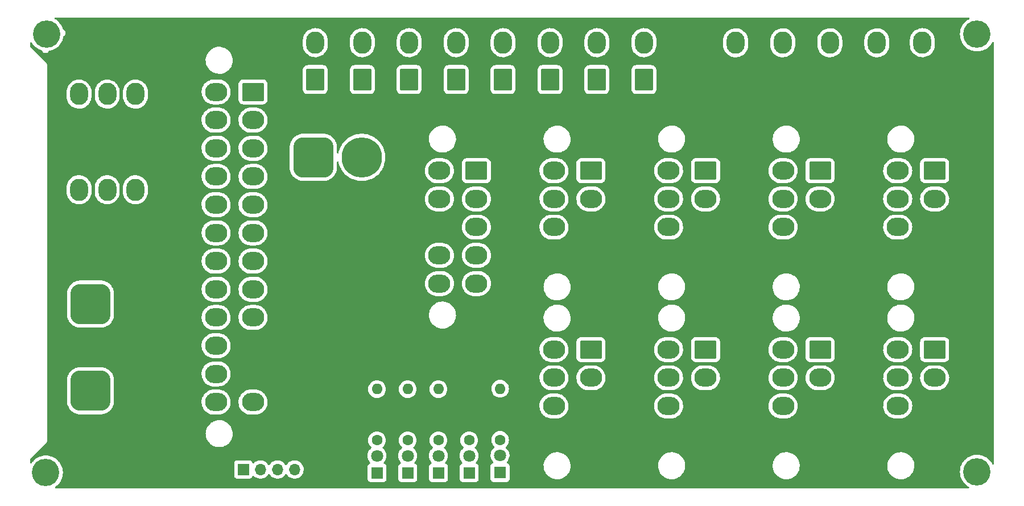
<source format=gbr>
%TF.GenerationSoftware,KiCad,Pcbnew,(6.0.9)*%
%TF.CreationDate,2023-01-09T20:02:48-09:00*%
%TF.ProjectId,ATX_PSU_Board,4154585f-5053-4555-9f42-6f6172642e6b,rev?*%
%TF.SameCoordinates,Original*%
%TF.FileFunction,Copper,L2,Inr*%
%TF.FilePolarity,Positive*%
%FSLAX46Y46*%
G04 Gerber Fmt 4.6, Leading zero omitted, Abs format (unit mm)*
G04 Created by KiCad (PCBNEW (6.0.9)) date 2023-01-09 20:02:48*
%MOMM*%
%LPD*%
G01*
G04 APERTURE LIST*
G04 Aperture macros list*
%AMRoundRect*
0 Rectangle with rounded corners*
0 $1 Rounding radius*
0 $2 $3 $4 $5 $6 $7 $8 $9 X,Y pos of 4 corners*
0 Add a 4 corners polygon primitive as box body*
4,1,4,$2,$3,$4,$5,$6,$7,$8,$9,$2,$3,0*
0 Add four circle primitives for the rounded corners*
1,1,$1+$1,$2,$3*
1,1,$1+$1,$4,$5*
1,1,$1+$1,$6,$7*
1,1,$1+$1,$8,$9*
0 Add four rect primitives between the rounded corners*
20,1,$1+$1,$2,$3,$4,$5,0*
20,1,$1+$1,$4,$5,$6,$7,0*
20,1,$1+$1,$6,$7,$8,$9,0*
20,1,$1+$1,$8,$9,$2,$3,0*%
G04 Aperture macros list end*
%TA.AperFunction,ComponentPad*%
%ADD10RoundRect,0.250001X1.099999X1.399999X-1.099999X1.399999X-1.099999X-1.399999X1.099999X-1.399999X0*%
%TD*%
%TA.AperFunction,ComponentPad*%
%ADD11O,2.700000X3.300000*%
%TD*%
%TA.AperFunction,ComponentPad*%
%ADD12RoundRect,0.250001X-1.399999X1.099999X-1.399999X-1.099999X1.399999X-1.099999X1.399999X1.099999X0*%
%TD*%
%TA.AperFunction,ComponentPad*%
%ADD13O,3.300000X2.700000*%
%TD*%
%TA.AperFunction,ComponentPad*%
%ADD14C,4.064000*%
%TD*%
%TA.AperFunction,ComponentPad*%
%ADD15RoundRect,1.500000X-1.500000X-1.500000X1.500000X-1.500000X1.500000X1.500000X-1.500000X1.500000X0*%
%TD*%
%TA.AperFunction,ComponentPad*%
%ADD16C,6.000000*%
%TD*%
%TA.AperFunction,ComponentPad*%
%ADD17C,1.600000*%
%TD*%
%TA.AperFunction,ComponentPad*%
%ADD18O,1.600000X1.600000*%
%TD*%
%TA.AperFunction,ComponentPad*%
%ADD19R,1.800000X1.800000*%
%TD*%
%TA.AperFunction,ComponentPad*%
%ADD20C,1.800000*%
%TD*%
%TA.AperFunction,ComponentPad*%
%ADD21R,1.700000X1.700000*%
%TD*%
%TA.AperFunction,ComponentPad*%
%ADD22O,1.700000X1.700000*%
%TD*%
G04 APERTURE END LIST*
D10*
%TO.N,/+5V_SUPPLY*%
%TO.C,J12*%
X78519800Y-63093600D03*
D11*
%TO.N,GND*%
X78519800Y-57593600D03*
%TD*%
D12*
%TO.N,/+3.3V_SUPPLY*%
%TO.C,J2*%
X69248800Y-64922400D03*
D13*
X69248800Y-69122400D03*
%TO.N,GND*%
X69248800Y-73322400D03*
%TO.N,/+5V_SUPPLY*%
X69248800Y-77522400D03*
%TO.N,GND*%
X69248800Y-81722400D03*
%TO.N,/+5V_SUPPLY*%
X69248800Y-85922400D03*
%TO.N,GND*%
X69248800Y-90122400D03*
%TO.N,/PWR_OK*%
X69248800Y-94322400D03*
%TO.N,/+5VSB_SUPPLY*%
X69248800Y-98522400D03*
%TO.N,/+12V_SUPPLY*%
X69248800Y-102722400D03*
X69248800Y-106922400D03*
%TO.N,/+3.3V_SUPPLY*%
X69248800Y-111122400D03*
X63748800Y-64922400D03*
%TO.N,Net-(J2-Pad14)*%
X63748800Y-69122400D03*
%TO.N,GND*%
X63748800Y-73322400D03*
%TO.N,/PS_ON*%
X63748800Y-77522400D03*
%TO.N,GND*%
X63748800Y-81722400D03*
X63748800Y-85922400D03*
X63748800Y-90122400D03*
%TO.N,Net-(J2-Pad20)*%
X63748800Y-94322400D03*
%TO.N,/+5V_SUPPLY*%
X63748800Y-98522400D03*
X63748800Y-102722400D03*
X63748800Y-106922400D03*
%TO.N,GND*%
X63748800Y-111122400D03*
%TD*%
D12*
%TO.N,GND*%
%TO.C,J6*%
X153643700Y-76664600D03*
D13*
X153643700Y-80864600D03*
%TO.N,/+12V_SUPPLY*%
X153643700Y-85064600D03*
X153643700Y-89264600D03*
%TO.N,/+3.3V_SUPPLY*%
X148143700Y-76664600D03*
%TO.N,/+5V_SUPPLY*%
X148143700Y-80864600D03*
X148143700Y-85064600D03*
%TO.N,/+12V_SUPPLY*%
X148143700Y-89264600D03*
%TD*%
D14*
%TO.N,N/C*%
%TO.C,H2*%
X177000000Y-121500000D03*
%TD*%
%TO.N,N/C*%
%TO.C,H1*%
X38506400Y-56286400D03*
%TD*%
%TO.N,N/C*%
%TO.C,H3*%
X38404800Y-121615200D03*
%TD*%
D12*
%TO.N,GND*%
%TO.C,J7*%
X170696400Y-76664600D03*
D13*
X170696400Y-80864600D03*
%TO.N,/+12V_SUPPLY*%
X170696400Y-85064600D03*
X170696400Y-89264600D03*
%TO.N,/+3.3V_SUPPLY*%
X165196400Y-76664600D03*
%TO.N,/+5V_SUPPLY*%
X165196400Y-80864600D03*
X165196400Y-85064600D03*
%TO.N,/+12V_SUPPLY*%
X165196400Y-89264600D03*
%TD*%
D12*
%TO.N,GND*%
%TO.C,J10*%
X153643700Y-103301800D03*
D13*
X153643700Y-107501800D03*
%TO.N,/+12V_SUPPLY*%
X153643700Y-111701800D03*
X153643700Y-115901800D03*
%TO.N,/+3.3V_SUPPLY*%
X148143700Y-103301800D03*
%TO.N,/+5V_SUPPLY*%
X148143700Y-107501800D03*
X148143700Y-111701800D03*
%TO.N,/+12V_SUPPLY*%
X148143700Y-115901800D03*
%TD*%
D12*
%TO.N,GND*%
%TO.C,J8*%
X119538300Y-103301800D03*
D13*
X119538300Y-107501800D03*
%TO.N,/+12V_SUPPLY*%
X119538300Y-111701800D03*
X119538300Y-115901800D03*
%TO.N,/+3.3V_SUPPLY*%
X114038300Y-103301800D03*
%TO.N,/+5V_SUPPLY*%
X114038300Y-107501800D03*
X114038300Y-111701800D03*
%TO.N,/+12V_SUPPLY*%
X114038300Y-115901800D03*
%TD*%
D12*
%TO.N,GND*%
%TO.C,J5*%
X136591000Y-76664600D03*
D13*
X136591000Y-80864600D03*
%TO.N,/+12V_SUPPLY*%
X136591000Y-85064600D03*
X136591000Y-89264600D03*
%TO.N,/+3.3V_SUPPLY*%
X131091000Y-76664600D03*
%TO.N,/+5V_SUPPLY*%
X131091000Y-80864600D03*
X131091000Y-85064600D03*
%TO.N,/+12V_SUPPLY*%
X131091000Y-89264600D03*
%TD*%
D12*
%TO.N,GND*%
%TO.C,J9*%
X136591000Y-103301800D03*
D13*
X136591000Y-107501800D03*
%TO.N,/+12V_SUPPLY*%
X136591000Y-111701800D03*
X136591000Y-115901800D03*
%TO.N,/+3.3V_SUPPLY*%
X131091000Y-103301800D03*
%TO.N,/+5V_SUPPLY*%
X131091000Y-107501800D03*
X131091000Y-111701800D03*
%TO.N,/+12V_SUPPLY*%
X131091000Y-115901800D03*
%TD*%
D14*
%TO.N,N/C*%
%TO.C,H4*%
X177000000Y-56337200D03*
%TD*%
D15*
%TO.N,GND*%
%TO.C,J28*%
X78228400Y-74676800D03*
D16*
%TO.N,/+5V_SUPPLY*%
X85428400Y-74676800D03*
%TD*%
D10*
%TO.N,/+5V_SUPPLY*%
%TO.C,J13*%
X85504800Y-63093600D03*
D11*
%TO.N,GND*%
X85504800Y-57593600D03*
%TD*%
D10*
%TO.N,/+5V_SUPPLY*%
%TO.C,J14*%
X92489800Y-63093600D03*
D11*
%TO.N,GND*%
X92489800Y-57593600D03*
%TD*%
D10*
%TO.N,/+5V_SUPPLY*%
%TO.C,J15*%
X99474800Y-63093600D03*
D11*
%TO.N,GND*%
X99474800Y-57593600D03*
%TD*%
D10*
%TO.N,/+5V_SUPPLY*%
%TO.C,J16*%
X106459800Y-63093600D03*
D11*
%TO.N,GND*%
X106459800Y-57593600D03*
%TD*%
D10*
%TO.N,/+5V_SUPPLY*%
%TO.C,J17*%
X113444800Y-63093600D03*
D11*
%TO.N,GND*%
X113444800Y-57593600D03*
%TD*%
D10*
%TO.N,/+5V_SUPPLY*%
%TO.C,J18*%
X120429800Y-63093600D03*
D11*
%TO.N,GND*%
X120429800Y-57593600D03*
%TD*%
D10*
%TO.N,/+5V_SUPPLY*%
%TO.C,J19*%
X127414800Y-63093600D03*
D11*
%TO.N,GND*%
X127414800Y-57593600D03*
%TD*%
D10*
%TO.N,/+12V_SUPPLY*%
%TO.C,J21*%
X162093058Y-63107200D03*
D11*
%TO.N,GND*%
X162093058Y-57607200D03*
%TD*%
D10*
%TO.N,/+12V_SUPPLY*%
%TO.C,J22*%
X155089916Y-63107200D03*
D11*
%TO.N,GND*%
X155089916Y-57607200D03*
%TD*%
D10*
%TO.N,/+12V_SUPPLY*%
%TO.C,J23*%
X148086774Y-63107200D03*
D11*
%TO.N,GND*%
X148086774Y-57607200D03*
%TD*%
D10*
%TO.N,/+12V_SUPPLY*%
%TO.C,J24*%
X141083632Y-63107200D03*
D11*
%TO.N,GND*%
X141083632Y-57607200D03*
%TD*%
D12*
%TO.N,GND*%
%TO.C,J4*%
X119538300Y-76664600D03*
D13*
X119538300Y-80864600D03*
%TO.N,/+12V_SUPPLY*%
X119538300Y-85064600D03*
X119538300Y-89264600D03*
%TO.N,/+3.3V_SUPPLY*%
X114038300Y-76664600D03*
%TO.N,/+5V_SUPPLY*%
X114038300Y-80864600D03*
X114038300Y-85064600D03*
%TO.N,/+12V_SUPPLY*%
X114038300Y-89264600D03*
%TD*%
D12*
%TO.N,GND*%
%TO.C,J11*%
X170696400Y-103301800D03*
D13*
X170696400Y-107501800D03*
%TO.N,/+12V_SUPPLY*%
X170696400Y-111701800D03*
X170696400Y-115901800D03*
%TO.N,/+3.3V_SUPPLY*%
X165196400Y-103301800D03*
%TO.N,/+5V_SUPPLY*%
X165196400Y-107501800D03*
X165196400Y-111701800D03*
%TO.N,/+12V_SUPPLY*%
X165196400Y-115901800D03*
%TD*%
D10*
%TO.N,/+12V_SUPPLY*%
%TO.C,J20*%
X168867600Y-63093600D03*
D11*
%TO.N,GND*%
X168867600Y-57593600D03*
%TD*%
D15*
%TO.N,GND*%
%TO.C,J29*%
X45055200Y-96526400D03*
D16*
%TO.N,/+12V_SUPPLY*%
X52255200Y-96526400D03*
%TD*%
D15*
%TO.N,GND*%
%TO.C,J30*%
X45055200Y-109426800D03*
D16*
%TO.N,/+12V_SUPPLY*%
X52255200Y-109426800D03*
%TD*%
D10*
%TO.N,/+12V_SUPPLY*%
%TO.C,J25*%
X51750000Y-85000000D03*
D11*
X47550000Y-85000000D03*
X43350000Y-85000000D03*
%TO.N,GND*%
X51750000Y-79500000D03*
X47550000Y-79500000D03*
X43350000Y-79500000D03*
%TD*%
D10*
%TO.N,/+12V_SUPPLY*%
%TO.C,J26*%
X51750000Y-70750000D03*
D11*
X47550000Y-70750000D03*
X43350000Y-70750000D03*
%TO.N,GND*%
X51750000Y-65250000D03*
X47550000Y-65250000D03*
X43350000Y-65250000D03*
%TD*%
D12*
%TO.N,/+5V_SUPPLY*%
%TO.C,J3*%
X102485600Y-76664600D03*
D13*
X102485600Y-80864600D03*
X102485600Y-85064600D03*
%TO.N,GND*%
X102485600Y-89264600D03*
X102485600Y-93464600D03*
%TO.N,/+5V_SUPPLY*%
X96985600Y-76664600D03*
X96985600Y-80864600D03*
%TO.N,/+12V_SUPPLY*%
X96985600Y-85064600D03*
%TO.N,GND*%
X96985600Y-89264600D03*
X96985600Y-93464600D03*
%TD*%
D17*
%TO.N,Net-(D1-Pad2)*%
%TO.C,R1*%
X87694000Y-116810100D03*
D18*
%TO.N,/+5VSB_SUPPLY*%
X87694000Y-109190100D03*
%TD*%
D17*
%TO.N,Net-(D4-Pad2)*%
%TO.C,R4*%
X101410000Y-116810100D03*
D18*
%TO.N,/+12V_SUPPLY*%
X101410000Y-109190100D03*
%TD*%
D17*
%TO.N,Net-(D5-Pad2)*%
%TO.C,R5*%
X106020000Y-116747600D03*
D18*
%TO.N,/PWR_OK*%
X106020000Y-109127600D03*
%TD*%
D17*
%TO.N,Net-(D3-Pad2)*%
%TO.C,R3*%
X96838000Y-116810100D03*
D18*
%TO.N,/+3.3V_SUPPLY*%
X96838000Y-109190100D03*
%TD*%
D17*
%TO.N,Net-(D2-Pad2)*%
%TO.C,R2*%
X92266000Y-116810100D03*
D18*
%TO.N,/+5V_SUPPLY*%
X92266000Y-109190100D03*
%TD*%
D19*
%TO.N,GND*%
%TO.C,D5*%
X106010000Y-121597600D03*
D20*
%TO.N,Net-(D5-Pad2)*%
X106010000Y-119057600D03*
%TD*%
D19*
%TO.N,GND*%
%TO.C,D2*%
X92266000Y-121645600D03*
D20*
%TO.N,Net-(D2-Pad2)*%
X92266000Y-119105600D03*
%TD*%
D19*
%TO.N,GND*%
%TO.C,D1*%
X87694000Y-121645600D03*
D20*
%TO.N,Net-(D1-Pad2)*%
X87694000Y-119105600D03*
%TD*%
D19*
%TO.N,GND*%
%TO.C,D3*%
X96838000Y-121645600D03*
D20*
%TO.N,Net-(D3-Pad2)*%
X96838000Y-119105600D03*
%TD*%
D19*
%TO.N,GND*%
%TO.C,D4*%
X101410000Y-121645600D03*
D20*
%TO.N,Net-(D4-Pad2)*%
X101410000Y-119105600D03*
%TD*%
D21*
%TO.N,/PS_ON*%
%TO.C,J1*%
X67801000Y-121158000D03*
D22*
%TO.N,/+5VSB_SUPPLY*%
X70341000Y-121158000D03*
%TO.N,/PWR_OK*%
X72881000Y-121158000D03*
%TO.N,GND*%
X75421000Y-121158000D03*
%TD*%
%TA.AperFunction,Conductor*%
%TO.N,/+12V_SUPPLY*%
G36*
X175830870Y-53868502D02*
G01*
X175877363Y-53922158D01*
X175887467Y-53992432D01*
X175857973Y-54057012D01*
X175823451Y-54084914D01*
X175636041Y-54187944D01*
X175377423Y-54375841D01*
X175144394Y-54594670D01*
X174940629Y-54840979D01*
X174769341Y-55110885D01*
X174767657Y-55114464D01*
X174767653Y-55114471D01*
X174634922Y-55396540D01*
X174633233Y-55400130D01*
X174632007Y-55403902D01*
X174632007Y-55403903D01*
X174614654Y-55457311D01*
X174534449Y-55704154D01*
X174474549Y-56018161D01*
X174454477Y-56337200D01*
X174474549Y-56656239D01*
X174534449Y-56970246D01*
X174553587Y-57029147D01*
X174606560Y-57192178D01*
X174633233Y-57274270D01*
X174634920Y-57277856D01*
X174634922Y-57277860D01*
X174767653Y-57559929D01*
X174767656Y-57559935D01*
X174769341Y-57563515D01*
X174771465Y-57566861D01*
X174771465Y-57566862D01*
X174906264Y-57779270D01*
X174940629Y-57833421D01*
X174943154Y-57836473D01*
X175104615Y-58031645D01*
X175144394Y-58079730D01*
X175377423Y-58298559D01*
X175636041Y-58486456D01*
X175639510Y-58488363D01*
X175639513Y-58488365D01*
X175876035Y-58618394D01*
X175916169Y-58640458D01*
X176023871Y-58683100D01*
X176209707Y-58756678D01*
X176209710Y-58756679D01*
X176213390Y-58758136D01*
X176217224Y-58759120D01*
X176217232Y-58759123D01*
X176398043Y-58805547D01*
X176523017Y-58837635D01*
X176526945Y-58838131D01*
X176526949Y-58838132D01*
X176634337Y-58851698D01*
X176840165Y-58877700D01*
X177159835Y-58877700D01*
X177365663Y-58851698D01*
X177473051Y-58838132D01*
X177473055Y-58838131D01*
X177476983Y-58837635D01*
X177601957Y-58805547D01*
X177782768Y-58759123D01*
X177782776Y-58759120D01*
X177786610Y-58758136D01*
X177790290Y-58756679D01*
X177790293Y-58756678D01*
X177976129Y-58683100D01*
X178083831Y-58640458D01*
X178123966Y-58618394D01*
X178360487Y-58488365D01*
X178360490Y-58488363D01*
X178363959Y-58486456D01*
X178622577Y-58298559D01*
X178855606Y-58079730D01*
X178895386Y-58031645D01*
X179056846Y-57836473D01*
X179059371Y-57833421D01*
X179093737Y-57779270D01*
X179228535Y-57566862D01*
X179228535Y-57566861D01*
X179230659Y-57563515D01*
X179251493Y-57519241D01*
X179298595Y-57466122D01*
X179366940Y-57446899D01*
X179434828Y-57467678D01*
X179480704Y-57521862D01*
X179491500Y-57572891D01*
X179491500Y-120264309D01*
X179471498Y-120332430D01*
X179417842Y-120378923D01*
X179347568Y-120389027D01*
X179282988Y-120359533D01*
X179251492Y-120317958D01*
X179230659Y-120273685D01*
X179221889Y-120259866D01*
X179061498Y-120007130D01*
X179061495Y-120007126D01*
X179059371Y-120003779D01*
X178918518Y-119833517D01*
X178858131Y-119760522D01*
X178858130Y-119760521D01*
X178855606Y-119757470D01*
X178840024Y-119742837D01*
X178715477Y-119625880D01*
X178622577Y-119538641D01*
X178614852Y-119533028D01*
X178478362Y-119433863D01*
X178363959Y-119350744D01*
X178345118Y-119340386D01*
X178087293Y-119198645D01*
X178087290Y-119198643D01*
X178083831Y-119196742D01*
X177875525Y-119114268D01*
X177790293Y-119080522D01*
X177790290Y-119080521D01*
X177786610Y-119079064D01*
X177782776Y-119078080D01*
X177782768Y-119078077D01*
X177588606Y-119028225D01*
X177476983Y-118999565D01*
X177473055Y-118999069D01*
X177473051Y-118999068D01*
X177323170Y-118980134D01*
X177159835Y-118959500D01*
X176840165Y-118959500D01*
X176676830Y-118980134D01*
X176526949Y-118999068D01*
X176526945Y-118999069D01*
X176523017Y-118999565D01*
X176411394Y-119028225D01*
X176217232Y-119078077D01*
X176217224Y-119078080D01*
X176213390Y-119079064D01*
X176209710Y-119080521D01*
X176209707Y-119080522D01*
X176124475Y-119114268D01*
X175916169Y-119196742D01*
X175912710Y-119198643D01*
X175912707Y-119198645D01*
X175654882Y-119340386D01*
X175636041Y-119350744D01*
X175521638Y-119433863D01*
X175385149Y-119533028D01*
X175377423Y-119538641D01*
X175284523Y-119625880D01*
X175159977Y-119742837D01*
X175144394Y-119757470D01*
X175141870Y-119760521D01*
X175141869Y-119760522D01*
X175081482Y-119833517D01*
X174940629Y-120003779D01*
X174938505Y-120007126D01*
X174938502Y-120007130D01*
X174778111Y-120259866D01*
X174769341Y-120273685D01*
X174767657Y-120277264D01*
X174767653Y-120277271D01*
X174634922Y-120559340D01*
X174633233Y-120562930D01*
X174534449Y-120866954D01*
X174474549Y-121180961D01*
X174454477Y-121500000D01*
X174474549Y-121819039D01*
X174534449Y-122133046D01*
X174633233Y-122437070D01*
X174634920Y-122440656D01*
X174634922Y-122440660D01*
X174767653Y-122722729D01*
X174767656Y-122722735D01*
X174769341Y-122726315D01*
X174771465Y-122729661D01*
X174771465Y-122729662D01*
X174912164Y-122951367D01*
X174940629Y-122996221D01*
X175144394Y-123242530D01*
X175377423Y-123461359D01*
X175636041Y-123649256D01*
X175719335Y-123695047D01*
X175755783Y-123715085D01*
X175805842Y-123765431D01*
X175820735Y-123834848D01*
X175795734Y-123901297D01*
X175738777Y-123943681D01*
X175695082Y-123951500D01*
X39899103Y-123951500D01*
X39830982Y-123931498D01*
X39784489Y-123877842D01*
X39774385Y-123807568D01*
X39803879Y-123742988D01*
X39825042Y-123723564D01*
X40024173Y-123578887D01*
X40024175Y-123578886D01*
X40027377Y-123576559D01*
X40260406Y-123357730D01*
X40464171Y-123111421D01*
X40500783Y-123053731D01*
X40633335Y-122844862D01*
X40633335Y-122844861D01*
X40635459Y-122841515D01*
X40637143Y-122837936D01*
X40637147Y-122837929D01*
X40769878Y-122555860D01*
X40769880Y-122555856D01*
X40771567Y-122552270D01*
X40782133Y-122519753D01*
X40851365Y-122306677D01*
X40870351Y-122248246D01*
X40906998Y-122056134D01*
X66442500Y-122056134D01*
X66449255Y-122118316D01*
X66500385Y-122254705D01*
X66587739Y-122371261D01*
X66704295Y-122458615D01*
X66840684Y-122509745D01*
X66902866Y-122516500D01*
X68699134Y-122516500D01*
X68761316Y-122509745D01*
X68897705Y-122458615D01*
X69014261Y-122371261D01*
X69101615Y-122254705D01*
X69142087Y-122146747D01*
X69145598Y-122137382D01*
X69188240Y-122080618D01*
X69254802Y-122055918D01*
X69324150Y-122071126D01*
X69358817Y-122099114D01*
X69387250Y-122131938D01*
X69559126Y-122274632D01*
X69752000Y-122387338D01*
X69960692Y-122467030D01*
X69965760Y-122468061D01*
X69965763Y-122468062D01*
X70073017Y-122489883D01*
X70179597Y-122511567D01*
X70184772Y-122511757D01*
X70184774Y-122511757D01*
X70397673Y-122519564D01*
X70397677Y-122519564D01*
X70402837Y-122519753D01*
X70407957Y-122519097D01*
X70407959Y-122519097D01*
X70619288Y-122492025D01*
X70619289Y-122492025D01*
X70624416Y-122491368D01*
X70629366Y-122489883D01*
X70833429Y-122428661D01*
X70833434Y-122428659D01*
X70838384Y-122427174D01*
X71038994Y-122328896D01*
X71220860Y-122199173D01*
X71287219Y-122133046D01*
X71367601Y-122052944D01*
X71379096Y-122041489D01*
X71443338Y-121952087D01*
X71509453Y-121860077D01*
X71510776Y-121861028D01*
X71557645Y-121817857D01*
X71627580Y-121805625D01*
X71693026Y-121833144D01*
X71720875Y-121864994D01*
X71780987Y-121963088D01*
X71927250Y-122131938D01*
X72099126Y-122274632D01*
X72292000Y-122387338D01*
X72500692Y-122467030D01*
X72505760Y-122468061D01*
X72505763Y-122468062D01*
X72613017Y-122489883D01*
X72719597Y-122511567D01*
X72724772Y-122511757D01*
X72724774Y-122511757D01*
X72937673Y-122519564D01*
X72937677Y-122519564D01*
X72942837Y-122519753D01*
X72947957Y-122519097D01*
X72947959Y-122519097D01*
X73159288Y-122492025D01*
X73159289Y-122492025D01*
X73164416Y-122491368D01*
X73169366Y-122489883D01*
X73373429Y-122428661D01*
X73373434Y-122428659D01*
X73378384Y-122427174D01*
X73578994Y-122328896D01*
X73760860Y-122199173D01*
X73827219Y-122133046D01*
X73907601Y-122052944D01*
X73919096Y-122041489D01*
X73983338Y-121952087D01*
X74049453Y-121860077D01*
X74050776Y-121861028D01*
X74097645Y-121817857D01*
X74167580Y-121805625D01*
X74233026Y-121833144D01*
X74260875Y-121864994D01*
X74320987Y-121963088D01*
X74467250Y-122131938D01*
X74639126Y-122274632D01*
X74832000Y-122387338D01*
X75040692Y-122467030D01*
X75045760Y-122468061D01*
X75045763Y-122468062D01*
X75153017Y-122489883D01*
X75259597Y-122511567D01*
X75264772Y-122511757D01*
X75264774Y-122511757D01*
X75477673Y-122519564D01*
X75477677Y-122519564D01*
X75482837Y-122519753D01*
X75487957Y-122519097D01*
X75487959Y-122519097D01*
X75699288Y-122492025D01*
X75699289Y-122492025D01*
X75704416Y-122491368D01*
X75709366Y-122489883D01*
X75913429Y-122428661D01*
X75913434Y-122428659D01*
X75918384Y-122427174D01*
X76118994Y-122328896D01*
X76300860Y-122199173D01*
X76367219Y-122133046D01*
X76447601Y-122052944D01*
X76459096Y-122041489D01*
X76523338Y-121952087D01*
X76586435Y-121864277D01*
X76589453Y-121860077D01*
X76597079Y-121844648D01*
X76686136Y-121664453D01*
X76686137Y-121664451D01*
X76688430Y-121659811D01*
X76735782Y-121503958D01*
X76751865Y-121451023D01*
X76751865Y-121451021D01*
X76753370Y-121446069D01*
X76782529Y-121224590D01*
X76782611Y-121221240D01*
X76784074Y-121161365D01*
X76784074Y-121161361D01*
X76784156Y-121158000D01*
X76765852Y-120935361D01*
X76711431Y-120718702D01*
X76622354Y-120513840D01*
X76543837Y-120392471D01*
X76503822Y-120330617D01*
X76503820Y-120330614D01*
X76501014Y-120326277D01*
X76350670Y-120161051D01*
X76346619Y-120157852D01*
X76346615Y-120157848D01*
X76179414Y-120025800D01*
X76179410Y-120025798D01*
X76175359Y-120022598D01*
X76165958Y-120017408D01*
X76123136Y-119993769D01*
X75979789Y-119914638D01*
X75974920Y-119912914D01*
X75974916Y-119912912D01*
X75774087Y-119841795D01*
X75774083Y-119841794D01*
X75769212Y-119840069D01*
X75764119Y-119839162D01*
X75764116Y-119839161D01*
X75554373Y-119801800D01*
X75554367Y-119801799D01*
X75549284Y-119800894D01*
X75475452Y-119799992D01*
X75331081Y-119798228D01*
X75331079Y-119798228D01*
X75325911Y-119798165D01*
X75105091Y-119831955D01*
X74892756Y-119901357D01*
X74862443Y-119917137D01*
X74734195Y-119983899D01*
X74694607Y-120004507D01*
X74690474Y-120007610D01*
X74690471Y-120007612D01*
X74550503Y-120112703D01*
X74515965Y-120138635D01*
X74467674Y-120189169D01*
X74390107Y-120270338D01*
X74361629Y-120300138D01*
X74254201Y-120457621D01*
X74199293Y-120502621D01*
X74128768Y-120510792D01*
X74065021Y-120479538D01*
X74044324Y-120455054D01*
X73963822Y-120330617D01*
X73963820Y-120330614D01*
X73961014Y-120326277D01*
X73810670Y-120161051D01*
X73806619Y-120157852D01*
X73806615Y-120157848D01*
X73639414Y-120025800D01*
X73639410Y-120025798D01*
X73635359Y-120022598D01*
X73625958Y-120017408D01*
X73583136Y-119993769D01*
X73439789Y-119914638D01*
X73434920Y-119912914D01*
X73434916Y-119912912D01*
X73234087Y-119841795D01*
X73234083Y-119841794D01*
X73229212Y-119840069D01*
X73224119Y-119839162D01*
X73224116Y-119839161D01*
X73014373Y-119801800D01*
X73014367Y-119801799D01*
X73009284Y-119800894D01*
X72935452Y-119799992D01*
X72791081Y-119798228D01*
X72791079Y-119798228D01*
X72785911Y-119798165D01*
X72565091Y-119831955D01*
X72352756Y-119901357D01*
X72322443Y-119917137D01*
X72194195Y-119983899D01*
X72154607Y-120004507D01*
X72150474Y-120007610D01*
X72150471Y-120007612D01*
X72010503Y-120112703D01*
X71975965Y-120138635D01*
X71927674Y-120189169D01*
X71850107Y-120270338D01*
X71821629Y-120300138D01*
X71714201Y-120457621D01*
X71659293Y-120502621D01*
X71588768Y-120510792D01*
X71525021Y-120479538D01*
X71504324Y-120455054D01*
X71423822Y-120330617D01*
X71423820Y-120330614D01*
X71421014Y-120326277D01*
X71270670Y-120161051D01*
X71266619Y-120157852D01*
X71266615Y-120157848D01*
X71099414Y-120025800D01*
X71099410Y-120025798D01*
X71095359Y-120022598D01*
X71085958Y-120017408D01*
X71043136Y-119993769D01*
X70899789Y-119914638D01*
X70894920Y-119912914D01*
X70894916Y-119912912D01*
X70694087Y-119841795D01*
X70694083Y-119841794D01*
X70689212Y-119840069D01*
X70684119Y-119839162D01*
X70684116Y-119839161D01*
X70474373Y-119801800D01*
X70474367Y-119801799D01*
X70469284Y-119800894D01*
X70395452Y-119799992D01*
X70251081Y-119798228D01*
X70251079Y-119798228D01*
X70245911Y-119798165D01*
X70025091Y-119831955D01*
X69812756Y-119901357D01*
X69782443Y-119917137D01*
X69654195Y-119983899D01*
X69614607Y-120004507D01*
X69610474Y-120007610D01*
X69610471Y-120007612D01*
X69470503Y-120112703D01*
X69435965Y-120138635D01*
X69356391Y-120221905D01*
X69355283Y-120223064D01*
X69293759Y-120258494D01*
X69222846Y-120255037D01*
X69165060Y-120213791D01*
X69146207Y-120180243D01*
X69104767Y-120069703D01*
X69101615Y-120061295D01*
X69014261Y-119944739D01*
X68897705Y-119857385D01*
X68761316Y-119806255D01*
X68699134Y-119799500D01*
X66902866Y-119799500D01*
X66840684Y-119806255D01*
X66704295Y-119857385D01*
X66587739Y-119944739D01*
X66500385Y-120061295D01*
X66449255Y-120197684D01*
X66442500Y-120259866D01*
X66442500Y-122056134D01*
X40906998Y-122056134D01*
X40930251Y-121934239D01*
X40950323Y-121615200D01*
X40930251Y-121296161D01*
X40870351Y-120982154D01*
X40771567Y-120678130D01*
X40767462Y-120669406D01*
X40637147Y-120392471D01*
X40637143Y-120392464D01*
X40635459Y-120388885D01*
X40600843Y-120334339D01*
X40466298Y-120122330D01*
X40466295Y-120122326D01*
X40464171Y-120118979D01*
X40346931Y-119977260D01*
X40262931Y-119875722D01*
X40262930Y-119875721D01*
X40260406Y-119872670D01*
X40227528Y-119841795D01*
X40172069Y-119789716D01*
X40027377Y-119653841D01*
X39768759Y-119465944D01*
X39710404Y-119433863D01*
X39492093Y-119313845D01*
X39492090Y-119313843D01*
X39488631Y-119311942D01*
X39281164Y-119229800D01*
X39195093Y-119195722D01*
X39195090Y-119195721D01*
X39191410Y-119194264D01*
X39187576Y-119193280D01*
X39187568Y-119193277D01*
X38953952Y-119133295D01*
X38881783Y-119114765D01*
X38877855Y-119114269D01*
X38877851Y-119114268D01*
X38748686Y-119097951D01*
X38564635Y-119074700D01*
X38244965Y-119074700D01*
X38060914Y-119097951D01*
X37931749Y-119114268D01*
X37931745Y-119114269D01*
X37927817Y-119114765D01*
X37855648Y-119133295D01*
X37622032Y-119193277D01*
X37622024Y-119193280D01*
X37618190Y-119194264D01*
X37614510Y-119195721D01*
X37614507Y-119195722D01*
X37528436Y-119229800D01*
X37320969Y-119311942D01*
X37317510Y-119313843D01*
X37317507Y-119313845D01*
X37099196Y-119433863D01*
X37040841Y-119465944D01*
X36782223Y-119653841D01*
X36637531Y-119789716D01*
X36582073Y-119841795D01*
X36549194Y-119872670D01*
X36546670Y-119875721D01*
X36546669Y-119875722D01*
X36462669Y-119977260D01*
X36345429Y-120118979D01*
X36343305Y-120122326D01*
X36343302Y-120122330D01*
X36300885Y-120189169D01*
X36247496Y-120235968D01*
X36177281Y-120246473D01*
X36112533Y-120217349D01*
X36073809Y-120157843D01*
X36068500Y-120121655D01*
X36068500Y-119642817D01*
X36088502Y-119574696D01*
X36105405Y-119553722D01*
X36588058Y-119071069D01*
X86281095Y-119071069D01*
X86281392Y-119076222D01*
X86281392Y-119076225D01*
X86291499Y-119251513D01*
X86294427Y-119302297D01*
X86295564Y-119307343D01*
X86295565Y-119307349D01*
X86319812Y-119414941D01*
X86345346Y-119528242D01*
X86347288Y-119533024D01*
X86347289Y-119533028D01*
X86391870Y-119642817D01*
X86432484Y-119742837D01*
X86553501Y-119940319D01*
X86611792Y-120007612D01*
X86665304Y-120069388D01*
X86694786Y-120133973D01*
X86684671Y-120204246D01*
X86638170Y-120257894D01*
X86614296Y-120269867D01*
X86558515Y-120290779D01*
X86547295Y-120294985D01*
X86430739Y-120382339D01*
X86343385Y-120498895D01*
X86292255Y-120635284D01*
X86285500Y-120697466D01*
X86285500Y-122593734D01*
X86292255Y-122655916D01*
X86343385Y-122792305D01*
X86430739Y-122908861D01*
X86547295Y-122996215D01*
X86683684Y-123047345D01*
X86745866Y-123054100D01*
X88642134Y-123054100D01*
X88704316Y-123047345D01*
X88840705Y-122996215D01*
X88957261Y-122908861D01*
X89044615Y-122792305D01*
X89095745Y-122655916D01*
X89102500Y-122593734D01*
X89102500Y-120697466D01*
X89095745Y-120635284D01*
X89044615Y-120498895D01*
X88957261Y-120382339D01*
X88840705Y-120294985D01*
X88832296Y-120291833D01*
X88832295Y-120291832D01*
X88773804Y-120269905D01*
X88717039Y-120227264D01*
X88692339Y-120160703D01*
X88707546Y-120091354D01*
X88729093Y-120062673D01*
X88766636Y-120025260D01*
X88766640Y-120025255D01*
X88770303Y-120021605D01*
X88905458Y-119833517D01*
X88921134Y-119801800D01*
X89005784Y-119630522D01*
X89005785Y-119630520D01*
X89008078Y-119625880D01*
X89075408Y-119404271D01*
X89105640Y-119174641D01*
X89105722Y-119171291D01*
X89107245Y-119108965D01*
X89107245Y-119108961D01*
X89107327Y-119105600D01*
X89104488Y-119071069D01*
X90853095Y-119071069D01*
X90853392Y-119076222D01*
X90853392Y-119076225D01*
X90863499Y-119251513D01*
X90866427Y-119302297D01*
X90867564Y-119307343D01*
X90867565Y-119307349D01*
X90891812Y-119414941D01*
X90917346Y-119528242D01*
X90919288Y-119533024D01*
X90919289Y-119533028D01*
X90963870Y-119642817D01*
X91004484Y-119742837D01*
X91125501Y-119940319D01*
X91183792Y-120007612D01*
X91237304Y-120069388D01*
X91266786Y-120133973D01*
X91256671Y-120204246D01*
X91210170Y-120257894D01*
X91186296Y-120269867D01*
X91130515Y-120290779D01*
X91119295Y-120294985D01*
X91002739Y-120382339D01*
X90915385Y-120498895D01*
X90864255Y-120635284D01*
X90857500Y-120697466D01*
X90857500Y-122593734D01*
X90864255Y-122655916D01*
X90915385Y-122792305D01*
X91002739Y-122908861D01*
X91119295Y-122996215D01*
X91255684Y-123047345D01*
X91317866Y-123054100D01*
X93214134Y-123054100D01*
X93276316Y-123047345D01*
X93412705Y-122996215D01*
X93529261Y-122908861D01*
X93616615Y-122792305D01*
X93667745Y-122655916D01*
X93674500Y-122593734D01*
X93674500Y-120697466D01*
X93667745Y-120635284D01*
X93616615Y-120498895D01*
X93529261Y-120382339D01*
X93412705Y-120294985D01*
X93404296Y-120291833D01*
X93404295Y-120291832D01*
X93345804Y-120269905D01*
X93289039Y-120227264D01*
X93264339Y-120160703D01*
X93279546Y-120091354D01*
X93301093Y-120062673D01*
X93338636Y-120025260D01*
X93338640Y-120025255D01*
X93342303Y-120021605D01*
X93477458Y-119833517D01*
X93493134Y-119801800D01*
X93577784Y-119630522D01*
X93577785Y-119630520D01*
X93580078Y-119625880D01*
X93647408Y-119404271D01*
X93677640Y-119174641D01*
X93677722Y-119171291D01*
X93679245Y-119108965D01*
X93679245Y-119108961D01*
X93679327Y-119105600D01*
X93676488Y-119071069D01*
X95425095Y-119071069D01*
X95425392Y-119076222D01*
X95425392Y-119076225D01*
X95435499Y-119251513D01*
X95438427Y-119302297D01*
X95439564Y-119307343D01*
X95439565Y-119307349D01*
X95463812Y-119414941D01*
X95489346Y-119528242D01*
X95491288Y-119533024D01*
X95491289Y-119533028D01*
X95535870Y-119642817D01*
X95576484Y-119742837D01*
X95697501Y-119940319D01*
X95755792Y-120007612D01*
X95809304Y-120069388D01*
X95838786Y-120133973D01*
X95828671Y-120204246D01*
X95782170Y-120257894D01*
X95758296Y-120269867D01*
X95702515Y-120290779D01*
X95691295Y-120294985D01*
X95574739Y-120382339D01*
X95487385Y-120498895D01*
X95436255Y-120635284D01*
X95429500Y-120697466D01*
X95429500Y-122593734D01*
X95436255Y-122655916D01*
X95487385Y-122792305D01*
X95574739Y-122908861D01*
X95691295Y-122996215D01*
X95827684Y-123047345D01*
X95889866Y-123054100D01*
X97786134Y-123054100D01*
X97848316Y-123047345D01*
X97984705Y-122996215D01*
X98101261Y-122908861D01*
X98188615Y-122792305D01*
X98239745Y-122655916D01*
X98246500Y-122593734D01*
X98246500Y-120697466D01*
X98239745Y-120635284D01*
X98188615Y-120498895D01*
X98101261Y-120382339D01*
X97984705Y-120294985D01*
X97976296Y-120291833D01*
X97976295Y-120291832D01*
X97917804Y-120269905D01*
X97861039Y-120227264D01*
X97836339Y-120160703D01*
X97851546Y-120091354D01*
X97873093Y-120062673D01*
X97910636Y-120025260D01*
X97910640Y-120025255D01*
X97914303Y-120021605D01*
X98049458Y-119833517D01*
X98065134Y-119801800D01*
X98149784Y-119630522D01*
X98149785Y-119630520D01*
X98152078Y-119625880D01*
X98219408Y-119404271D01*
X98249640Y-119174641D01*
X98249722Y-119171291D01*
X98251245Y-119108965D01*
X98251245Y-119108961D01*
X98251327Y-119105600D01*
X98248488Y-119071069D01*
X99997095Y-119071069D01*
X99997392Y-119076222D01*
X99997392Y-119076225D01*
X100007499Y-119251513D01*
X100010427Y-119302297D01*
X100011564Y-119307343D01*
X100011565Y-119307349D01*
X100035812Y-119414941D01*
X100061346Y-119528242D01*
X100063288Y-119533024D01*
X100063289Y-119533028D01*
X100107870Y-119642817D01*
X100148484Y-119742837D01*
X100269501Y-119940319D01*
X100327792Y-120007612D01*
X100381304Y-120069388D01*
X100410786Y-120133973D01*
X100400671Y-120204246D01*
X100354170Y-120257894D01*
X100330296Y-120269867D01*
X100274515Y-120290779D01*
X100263295Y-120294985D01*
X100146739Y-120382339D01*
X100059385Y-120498895D01*
X100008255Y-120635284D01*
X100001500Y-120697466D01*
X100001500Y-122593734D01*
X100008255Y-122655916D01*
X100059385Y-122792305D01*
X100146739Y-122908861D01*
X100263295Y-122996215D01*
X100399684Y-123047345D01*
X100461866Y-123054100D01*
X102358134Y-123054100D01*
X102420316Y-123047345D01*
X102556705Y-122996215D01*
X102673261Y-122908861D01*
X102760615Y-122792305D01*
X102811745Y-122655916D01*
X102818500Y-122593734D01*
X102818500Y-120697466D01*
X102811745Y-120635284D01*
X102760615Y-120498895D01*
X102673261Y-120382339D01*
X102556705Y-120294985D01*
X102548296Y-120291833D01*
X102548295Y-120291832D01*
X102489804Y-120269905D01*
X102433039Y-120227264D01*
X102408339Y-120160703D01*
X102423546Y-120091354D01*
X102445093Y-120062673D01*
X102482636Y-120025260D01*
X102482640Y-120025255D01*
X102486303Y-120021605D01*
X102621458Y-119833517D01*
X102637134Y-119801800D01*
X102721784Y-119630522D01*
X102721785Y-119630520D01*
X102724078Y-119625880D01*
X102791408Y-119404271D01*
X102821640Y-119174641D01*
X102821722Y-119171291D01*
X102823245Y-119108965D01*
X102823245Y-119108961D01*
X102823327Y-119105600D01*
X102816541Y-119023069D01*
X104597095Y-119023069D01*
X104597392Y-119028222D01*
X104597392Y-119028225D01*
X104607218Y-119198645D01*
X104610427Y-119254297D01*
X104611564Y-119259343D01*
X104611565Y-119259349D01*
X104634749Y-119362224D01*
X104661346Y-119480242D01*
X104663288Y-119485024D01*
X104663289Y-119485028D01*
X104706504Y-119591453D01*
X104748484Y-119694837D01*
X104869501Y-119892319D01*
X104911080Y-119940319D01*
X104981304Y-120021388D01*
X105010786Y-120085973D01*
X105000671Y-120156246D01*
X104954170Y-120209894D01*
X104930296Y-120221867D01*
X104889663Y-120237100D01*
X104863295Y-120246985D01*
X104746739Y-120334339D01*
X104659385Y-120450895D01*
X104608255Y-120587284D01*
X104601500Y-120649466D01*
X104601500Y-122545734D01*
X104608255Y-122607916D01*
X104659385Y-122744305D01*
X104746739Y-122860861D01*
X104863295Y-122948215D01*
X104999684Y-122999345D01*
X105061866Y-123006100D01*
X106958134Y-123006100D01*
X107020316Y-122999345D01*
X107156705Y-122948215D01*
X107273261Y-122860861D01*
X107360615Y-122744305D01*
X107411745Y-122607916D01*
X107418500Y-122545734D01*
X107418500Y-120649466D01*
X107411745Y-120587284D01*
X107390845Y-120531533D01*
X112486122Y-120531533D01*
X112486275Y-120535921D01*
X112486275Y-120535927D01*
X112492036Y-120700883D01*
X112495925Y-120812258D01*
X112496687Y-120816581D01*
X112496688Y-120816588D01*
X112520464Y-120951424D01*
X112544702Y-121088887D01*
X112631503Y-121356035D01*
X112754640Y-121608502D01*
X112757095Y-121612141D01*
X112757098Y-121612147D01*
X112789248Y-121659811D01*
X112911715Y-121841376D01*
X113099671Y-122050122D01*
X113103033Y-122052943D01*
X113103034Y-122052944D01*
X113136015Y-122080618D01*
X113314850Y-122230679D01*
X113553064Y-122379531D01*
X113691433Y-122441137D01*
X113800918Y-122489883D01*
X113809675Y-122493782D01*
X114079690Y-122571207D01*
X114084040Y-122571818D01*
X114084043Y-122571819D01*
X114186990Y-122586287D01*
X114357852Y-122610300D01*
X114568446Y-122610300D01*
X114570632Y-122610147D01*
X114570636Y-122610147D01*
X114774127Y-122595918D01*
X114774132Y-122595917D01*
X114778512Y-122595611D01*
X115053270Y-122537209D01*
X115057399Y-122535706D01*
X115057403Y-122535705D01*
X115313081Y-122442646D01*
X115313085Y-122442644D01*
X115317226Y-122441137D01*
X115565242Y-122309264D01*
X115630446Y-122261891D01*
X115788929Y-122146747D01*
X115788932Y-122146744D01*
X115792492Y-122144158D01*
X115808039Y-122129145D01*
X115975955Y-121966990D01*
X115994552Y-121949031D01*
X116167488Y-121727682D01*
X116169684Y-121723878D01*
X116169689Y-121723871D01*
X116305735Y-121488231D01*
X116307936Y-121484419D01*
X116413162Y-121223976D01*
X116446844Y-121088887D01*
X116480053Y-120955693D01*
X116480054Y-120955688D01*
X116481117Y-120951424D01*
X116482806Y-120935361D01*
X116510019Y-120676436D01*
X116510019Y-120676433D01*
X116510478Y-120672067D01*
X116510325Y-120667673D01*
X116505571Y-120531533D01*
X129538822Y-120531533D01*
X129538975Y-120535921D01*
X129538975Y-120535927D01*
X129544736Y-120700883D01*
X129548625Y-120812258D01*
X129549387Y-120816581D01*
X129549388Y-120816588D01*
X129573164Y-120951424D01*
X129597402Y-121088887D01*
X129684203Y-121356035D01*
X129807340Y-121608502D01*
X129809795Y-121612141D01*
X129809798Y-121612147D01*
X129841948Y-121659811D01*
X129964415Y-121841376D01*
X130152371Y-122050122D01*
X130155733Y-122052943D01*
X130155734Y-122052944D01*
X130188715Y-122080618D01*
X130367550Y-122230679D01*
X130605764Y-122379531D01*
X130744133Y-122441137D01*
X130853618Y-122489883D01*
X130862375Y-122493782D01*
X131132390Y-122571207D01*
X131136740Y-122571818D01*
X131136743Y-122571819D01*
X131239690Y-122586287D01*
X131410552Y-122610300D01*
X131621146Y-122610300D01*
X131623332Y-122610147D01*
X131623336Y-122610147D01*
X131826827Y-122595918D01*
X131826832Y-122595917D01*
X131831212Y-122595611D01*
X132105970Y-122537209D01*
X132110099Y-122535706D01*
X132110103Y-122535705D01*
X132365781Y-122442646D01*
X132365785Y-122442644D01*
X132369926Y-122441137D01*
X132617942Y-122309264D01*
X132683146Y-122261891D01*
X132841629Y-122146747D01*
X132841632Y-122146744D01*
X132845192Y-122144158D01*
X132860739Y-122129145D01*
X133028655Y-121966990D01*
X133047252Y-121949031D01*
X133220188Y-121727682D01*
X133222384Y-121723878D01*
X133222389Y-121723871D01*
X133358435Y-121488231D01*
X133360636Y-121484419D01*
X133465862Y-121223976D01*
X133499544Y-121088887D01*
X133532753Y-120955693D01*
X133532754Y-120955688D01*
X133533817Y-120951424D01*
X133535506Y-120935361D01*
X133562719Y-120676436D01*
X133562719Y-120676433D01*
X133563178Y-120672067D01*
X133563025Y-120667673D01*
X133558271Y-120531533D01*
X146591522Y-120531533D01*
X146591675Y-120535921D01*
X146591675Y-120535927D01*
X146597436Y-120700883D01*
X146601325Y-120812258D01*
X146602087Y-120816581D01*
X146602088Y-120816588D01*
X146625864Y-120951424D01*
X146650102Y-121088887D01*
X146736903Y-121356035D01*
X146860040Y-121608502D01*
X146862495Y-121612141D01*
X146862498Y-121612147D01*
X146894648Y-121659811D01*
X147017115Y-121841376D01*
X147205071Y-122050122D01*
X147208433Y-122052943D01*
X147208434Y-122052944D01*
X147241415Y-122080618D01*
X147420250Y-122230679D01*
X147658464Y-122379531D01*
X147796833Y-122441137D01*
X147906318Y-122489883D01*
X147915075Y-122493782D01*
X148185090Y-122571207D01*
X148189440Y-122571818D01*
X148189443Y-122571819D01*
X148292390Y-122586287D01*
X148463252Y-122610300D01*
X148673846Y-122610300D01*
X148676032Y-122610147D01*
X148676036Y-122610147D01*
X148879527Y-122595918D01*
X148879532Y-122595917D01*
X148883912Y-122595611D01*
X149158670Y-122537209D01*
X149162799Y-122535706D01*
X149162803Y-122535705D01*
X149418481Y-122442646D01*
X149418485Y-122442644D01*
X149422626Y-122441137D01*
X149670642Y-122309264D01*
X149735846Y-122261891D01*
X149894329Y-122146747D01*
X149894332Y-122146744D01*
X149897892Y-122144158D01*
X149913439Y-122129145D01*
X150081355Y-121966990D01*
X150099952Y-121949031D01*
X150272888Y-121727682D01*
X150275084Y-121723878D01*
X150275089Y-121723871D01*
X150411135Y-121488231D01*
X150413336Y-121484419D01*
X150518562Y-121223976D01*
X150552244Y-121088887D01*
X150585453Y-120955693D01*
X150585454Y-120955688D01*
X150586517Y-120951424D01*
X150588206Y-120935361D01*
X150615419Y-120676436D01*
X150615419Y-120676433D01*
X150615878Y-120672067D01*
X150615725Y-120667673D01*
X150610971Y-120531533D01*
X163644222Y-120531533D01*
X163644375Y-120535921D01*
X163644375Y-120535927D01*
X163650136Y-120700883D01*
X163654025Y-120812258D01*
X163654787Y-120816581D01*
X163654788Y-120816588D01*
X163678564Y-120951424D01*
X163702802Y-121088887D01*
X163789603Y-121356035D01*
X163912740Y-121608502D01*
X163915195Y-121612141D01*
X163915198Y-121612147D01*
X163947348Y-121659811D01*
X164069815Y-121841376D01*
X164257771Y-122050122D01*
X164261133Y-122052943D01*
X164261134Y-122052944D01*
X164294115Y-122080618D01*
X164472950Y-122230679D01*
X164711164Y-122379531D01*
X164849533Y-122441137D01*
X164959018Y-122489883D01*
X164967775Y-122493782D01*
X165237790Y-122571207D01*
X165242140Y-122571818D01*
X165242143Y-122571819D01*
X165345090Y-122586287D01*
X165515952Y-122610300D01*
X165726546Y-122610300D01*
X165728732Y-122610147D01*
X165728736Y-122610147D01*
X165932227Y-122595918D01*
X165932232Y-122595917D01*
X165936612Y-122595611D01*
X166211370Y-122537209D01*
X166215499Y-122535706D01*
X166215503Y-122535705D01*
X166471181Y-122442646D01*
X166471185Y-122442644D01*
X166475326Y-122441137D01*
X166723342Y-122309264D01*
X166788546Y-122261891D01*
X166947029Y-122146747D01*
X166947032Y-122146744D01*
X166950592Y-122144158D01*
X166966139Y-122129145D01*
X167134055Y-121966990D01*
X167152652Y-121949031D01*
X167325588Y-121727682D01*
X167327784Y-121723878D01*
X167327789Y-121723871D01*
X167463835Y-121488231D01*
X167466036Y-121484419D01*
X167571262Y-121223976D01*
X167604944Y-121088887D01*
X167638153Y-120955693D01*
X167638154Y-120955688D01*
X167639217Y-120951424D01*
X167640906Y-120935361D01*
X167668119Y-120676436D01*
X167668119Y-120676433D01*
X167668578Y-120672067D01*
X167668425Y-120667673D01*
X167658929Y-120395739D01*
X167658928Y-120395733D01*
X167658775Y-120391342D01*
X167656586Y-120378923D01*
X167623323Y-120190285D01*
X167609998Y-120114713D01*
X167523197Y-119847565D01*
X167519099Y-119839161D01*
X167428711Y-119653841D01*
X167400060Y-119595098D01*
X167397605Y-119591459D01*
X167397602Y-119591453D01*
X167271346Y-119404271D01*
X167242985Y-119362224D01*
X167230930Y-119348835D01*
X167057966Y-119156740D01*
X167055029Y-119153478D01*
X166839850Y-118972921D01*
X166601636Y-118824069D01*
X166345025Y-118709818D01*
X166075010Y-118632393D01*
X166070660Y-118631782D01*
X166070657Y-118631781D01*
X165967710Y-118617313D01*
X165796848Y-118593300D01*
X165586254Y-118593300D01*
X165584068Y-118593453D01*
X165584064Y-118593453D01*
X165380573Y-118607682D01*
X165380568Y-118607683D01*
X165376188Y-118607989D01*
X165101430Y-118666391D01*
X165097301Y-118667894D01*
X165097297Y-118667895D01*
X164841619Y-118760954D01*
X164841615Y-118760956D01*
X164837474Y-118762463D01*
X164589458Y-118894336D01*
X164585899Y-118896922D01*
X164585897Y-118896923D01*
X164369360Y-119054246D01*
X164362208Y-119059442D01*
X164359044Y-119062498D01*
X164359041Y-119062500D01*
X164342911Y-119078077D01*
X164160148Y-119254569D01*
X164077318Y-119360587D01*
X163995005Y-119465944D01*
X163987212Y-119475918D01*
X163985016Y-119479722D01*
X163985011Y-119479729D01*
X163903490Y-119620929D01*
X163846764Y-119719181D01*
X163741538Y-119979624D01*
X163740473Y-119983897D01*
X163740472Y-119983899D01*
X163675658Y-120243855D01*
X163673583Y-120252176D01*
X163673124Y-120256544D01*
X163673123Y-120256549D01*
X163645582Y-120518590D01*
X163644222Y-120531533D01*
X150610971Y-120531533D01*
X150606229Y-120395739D01*
X150606228Y-120395733D01*
X150606075Y-120391342D01*
X150603886Y-120378923D01*
X150570623Y-120190285D01*
X150557298Y-120114713D01*
X150470497Y-119847565D01*
X150466399Y-119839161D01*
X150376011Y-119653841D01*
X150347360Y-119595098D01*
X150344905Y-119591459D01*
X150344902Y-119591453D01*
X150218646Y-119404271D01*
X150190285Y-119362224D01*
X150178230Y-119348835D01*
X150005266Y-119156740D01*
X150002329Y-119153478D01*
X149787150Y-118972921D01*
X149548936Y-118824069D01*
X149292325Y-118709818D01*
X149022310Y-118632393D01*
X149017960Y-118631782D01*
X149017957Y-118631781D01*
X148915010Y-118617313D01*
X148744148Y-118593300D01*
X148533554Y-118593300D01*
X148531368Y-118593453D01*
X148531364Y-118593453D01*
X148327873Y-118607682D01*
X148327868Y-118607683D01*
X148323488Y-118607989D01*
X148048730Y-118666391D01*
X148044601Y-118667894D01*
X148044597Y-118667895D01*
X147788919Y-118760954D01*
X147788915Y-118760956D01*
X147784774Y-118762463D01*
X147536758Y-118894336D01*
X147533199Y-118896922D01*
X147533197Y-118896923D01*
X147316660Y-119054246D01*
X147309508Y-119059442D01*
X147306344Y-119062498D01*
X147306341Y-119062500D01*
X147290211Y-119078077D01*
X147107448Y-119254569D01*
X147024618Y-119360587D01*
X146942305Y-119465944D01*
X146934512Y-119475918D01*
X146932316Y-119479722D01*
X146932311Y-119479729D01*
X146850790Y-119620929D01*
X146794064Y-119719181D01*
X146688838Y-119979624D01*
X146687773Y-119983897D01*
X146687772Y-119983899D01*
X146622958Y-120243855D01*
X146620883Y-120252176D01*
X146620424Y-120256544D01*
X146620423Y-120256549D01*
X146592882Y-120518590D01*
X146591522Y-120531533D01*
X133558271Y-120531533D01*
X133553529Y-120395739D01*
X133553528Y-120395733D01*
X133553375Y-120391342D01*
X133551186Y-120378923D01*
X133517923Y-120190285D01*
X133504598Y-120114713D01*
X133417797Y-119847565D01*
X133413699Y-119839161D01*
X133323311Y-119653841D01*
X133294660Y-119595098D01*
X133292205Y-119591459D01*
X133292202Y-119591453D01*
X133165946Y-119404271D01*
X133137585Y-119362224D01*
X133125530Y-119348835D01*
X132952566Y-119156740D01*
X132949629Y-119153478D01*
X132734450Y-118972921D01*
X132496236Y-118824069D01*
X132239625Y-118709818D01*
X131969610Y-118632393D01*
X131965260Y-118631782D01*
X131965257Y-118631781D01*
X131862310Y-118617313D01*
X131691448Y-118593300D01*
X131480854Y-118593300D01*
X131478668Y-118593453D01*
X131478664Y-118593453D01*
X131275173Y-118607682D01*
X131275168Y-118607683D01*
X131270788Y-118607989D01*
X130996030Y-118666391D01*
X130991901Y-118667894D01*
X130991897Y-118667895D01*
X130736219Y-118760954D01*
X130736215Y-118760956D01*
X130732074Y-118762463D01*
X130484058Y-118894336D01*
X130480499Y-118896922D01*
X130480497Y-118896923D01*
X130263960Y-119054246D01*
X130256808Y-119059442D01*
X130253644Y-119062498D01*
X130253641Y-119062500D01*
X130237511Y-119078077D01*
X130054748Y-119254569D01*
X129971918Y-119360587D01*
X129889605Y-119465944D01*
X129881812Y-119475918D01*
X129879616Y-119479722D01*
X129879611Y-119479729D01*
X129798090Y-119620929D01*
X129741364Y-119719181D01*
X129636138Y-119979624D01*
X129635073Y-119983897D01*
X129635072Y-119983899D01*
X129570258Y-120243855D01*
X129568183Y-120252176D01*
X129567724Y-120256544D01*
X129567723Y-120256549D01*
X129540182Y-120518590D01*
X129538822Y-120531533D01*
X116505571Y-120531533D01*
X116500829Y-120395739D01*
X116500828Y-120395733D01*
X116500675Y-120391342D01*
X116498486Y-120378923D01*
X116465223Y-120190285D01*
X116451898Y-120114713D01*
X116365097Y-119847565D01*
X116360999Y-119839161D01*
X116270611Y-119653841D01*
X116241960Y-119595098D01*
X116239505Y-119591459D01*
X116239502Y-119591453D01*
X116113246Y-119404271D01*
X116084885Y-119362224D01*
X116072830Y-119348835D01*
X115899866Y-119156740D01*
X115896929Y-119153478D01*
X115681750Y-118972921D01*
X115443536Y-118824069D01*
X115186925Y-118709818D01*
X114916910Y-118632393D01*
X114912560Y-118631782D01*
X114912557Y-118631781D01*
X114809610Y-118617313D01*
X114638748Y-118593300D01*
X114428154Y-118593300D01*
X114425968Y-118593453D01*
X114425964Y-118593453D01*
X114222473Y-118607682D01*
X114222468Y-118607683D01*
X114218088Y-118607989D01*
X113943330Y-118666391D01*
X113939201Y-118667894D01*
X113939197Y-118667895D01*
X113683519Y-118760954D01*
X113683515Y-118760956D01*
X113679374Y-118762463D01*
X113431358Y-118894336D01*
X113427799Y-118896922D01*
X113427797Y-118896923D01*
X113211260Y-119054246D01*
X113204108Y-119059442D01*
X113200944Y-119062498D01*
X113200941Y-119062500D01*
X113184811Y-119078077D01*
X113002048Y-119254569D01*
X112919218Y-119360587D01*
X112836905Y-119465944D01*
X112829112Y-119475918D01*
X112826916Y-119479722D01*
X112826911Y-119479729D01*
X112745390Y-119620929D01*
X112688664Y-119719181D01*
X112583438Y-119979624D01*
X112582373Y-119983897D01*
X112582372Y-119983899D01*
X112517558Y-120243855D01*
X112515483Y-120252176D01*
X112515024Y-120256544D01*
X112515023Y-120256549D01*
X112487482Y-120518590D01*
X112486122Y-120531533D01*
X107390845Y-120531533D01*
X107360615Y-120450895D01*
X107273261Y-120334339D01*
X107156705Y-120246985D01*
X107148296Y-120243833D01*
X107148295Y-120243832D01*
X107089804Y-120221905D01*
X107033039Y-120179264D01*
X107008339Y-120112703D01*
X107023546Y-120043354D01*
X107045093Y-120014673D01*
X107082636Y-119977260D01*
X107082640Y-119977255D01*
X107086303Y-119973605D01*
X107221458Y-119785517D01*
X107236662Y-119754755D01*
X107321784Y-119582522D01*
X107321785Y-119582520D01*
X107324078Y-119577880D01*
X107391408Y-119356271D01*
X107421640Y-119126641D01*
X107422998Y-119071069D01*
X107423245Y-119060965D01*
X107423245Y-119060961D01*
X107423327Y-119057600D01*
X107410117Y-118896923D01*
X107404773Y-118831918D01*
X107404772Y-118831912D01*
X107404349Y-118826767D01*
X107364443Y-118667895D01*
X107349184Y-118607144D01*
X107349183Y-118607140D01*
X107347925Y-118602133D01*
X107345866Y-118597397D01*
X107257630Y-118394468D01*
X107257628Y-118394465D01*
X107255570Y-118389731D01*
X107129764Y-118195265D01*
X106973887Y-118023958D01*
X106969836Y-118020759D01*
X106969832Y-118020755D01*
X106872647Y-117944004D01*
X106831584Y-117886087D01*
X106828352Y-117815164D01*
X106863712Y-117754210D01*
X106864300Y-117753798D01*
X107026198Y-117591900D01*
X107157523Y-117404349D01*
X107159846Y-117399367D01*
X107159849Y-117399362D01*
X107251961Y-117201825D01*
X107251961Y-117201824D01*
X107254284Y-117196843D01*
X107259623Y-117176920D01*
X107312119Y-116981002D01*
X107312119Y-116981000D01*
X107313543Y-116975687D01*
X107333498Y-116747600D01*
X107313543Y-116519513D01*
X107254284Y-116298357D01*
X107197365Y-116176293D01*
X107159849Y-116095838D01*
X107159846Y-116095833D01*
X107157523Y-116090851D01*
X107026198Y-115903300D01*
X106864300Y-115741402D01*
X106859792Y-115738245D01*
X106859789Y-115738243D01*
X106762686Y-115670251D01*
X106676749Y-115610077D01*
X106671767Y-115607754D01*
X106671762Y-115607751D01*
X106474225Y-115515639D01*
X106474224Y-115515639D01*
X106469243Y-115513316D01*
X106463935Y-115511894D01*
X106463933Y-115511893D01*
X106253402Y-115455481D01*
X106253400Y-115455481D01*
X106248087Y-115454057D01*
X106020000Y-115434102D01*
X105791913Y-115454057D01*
X105786600Y-115455481D01*
X105786598Y-115455481D01*
X105576067Y-115511893D01*
X105576065Y-115511894D01*
X105570757Y-115513316D01*
X105565776Y-115515639D01*
X105565775Y-115515639D01*
X105368238Y-115607751D01*
X105368233Y-115607754D01*
X105363251Y-115610077D01*
X105277314Y-115670251D01*
X105180211Y-115738243D01*
X105180208Y-115738245D01*
X105175700Y-115741402D01*
X105013802Y-115903300D01*
X104882477Y-116090851D01*
X104880154Y-116095833D01*
X104880151Y-116095838D01*
X104842635Y-116176293D01*
X104785716Y-116298357D01*
X104726457Y-116519513D01*
X104706502Y-116747600D01*
X104726457Y-116975687D01*
X104727881Y-116981000D01*
X104727881Y-116981002D01*
X104780378Y-117176920D01*
X104785716Y-117196843D01*
X104788039Y-117201824D01*
X104788039Y-117201825D01*
X104880151Y-117399362D01*
X104880154Y-117399367D01*
X104882477Y-117404349D01*
X105013802Y-117591900D01*
X105169439Y-117747537D01*
X105203465Y-117809849D01*
X105198400Y-117880664D01*
X105155998Y-117937391D01*
X105071655Y-118000717D01*
X104911639Y-118168164D01*
X104908725Y-118172436D01*
X104908724Y-118172437D01*
X104857445Y-118247609D01*
X104781119Y-118359499D01*
X104683602Y-118569581D01*
X104621707Y-118792769D01*
X104597095Y-119023069D01*
X102816541Y-119023069D01*
X102814609Y-118999565D01*
X102804773Y-118879918D01*
X102804772Y-118879912D01*
X102804349Y-118874767D01*
X102762917Y-118709818D01*
X102749184Y-118655144D01*
X102749183Y-118655140D01*
X102747925Y-118650133D01*
X102745866Y-118645397D01*
X102657630Y-118442468D01*
X102657628Y-118442465D01*
X102655570Y-118437731D01*
X102529764Y-118243265D01*
X102486088Y-118195265D01*
X102465316Y-118172437D01*
X102373887Y-118071958D01*
X102369836Y-118068759D01*
X102369832Y-118068755D01*
X102275400Y-117994178D01*
X102234337Y-117936261D01*
X102231105Y-117865338D01*
X102264397Y-117806201D01*
X102416198Y-117654400D01*
X102547523Y-117466849D01*
X102549846Y-117461867D01*
X102549849Y-117461862D01*
X102641961Y-117264325D01*
X102641961Y-117264324D01*
X102644284Y-117259343D01*
X102648878Y-117242200D01*
X102702119Y-117043502D01*
X102702119Y-117043500D01*
X102703543Y-117038187D01*
X102723498Y-116810100D01*
X102703543Y-116582013D01*
X102700980Y-116572446D01*
X102645707Y-116366167D01*
X102645706Y-116366165D01*
X102644284Y-116360857D01*
X102558221Y-116176293D01*
X102549849Y-116158338D01*
X102549846Y-116158333D01*
X102547523Y-116153351D01*
X102416198Y-115965800D01*
X102254300Y-115803902D01*
X102249792Y-115800745D01*
X102249789Y-115800743D01*
X102160529Y-115738243D01*
X102066749Y-115672577D01*
X102061767Y-115670254D01*
X102061762Y-115670251D01*
X101864225Y-115578139D01*
X101864224Y-115578139D01*
X101859243Y-115575816D01*
X101853935Y-115574394D01*
X101853933Y-115574393D01*
X101643402Y-115517981D01*
X101643400Y-115517981D01*
X101638087Y-115516557D01*
X101410000Y-115496602D01*
X101181913Y-115516557D01*
X101176600Y-115517981D01*
X101176598Y-115517981D01*
X100966067Y-115574393D01*
X100966065Y-115574394D01*
X100960757Y-115575816D01*
X100955776Y-115578139D01*
X100955775Y-115578139D01*
X100758238Y-115670251D01*
X100758233Y-115670254D01*
X100753251Y-115672577D01*
X100659471Y-115738243D01*
X100570211Y-115800743D01*
X100570208Y-115800745D01*
X100565700Y-115803902D01*
X100403802Y-115965800D01*
X100272477Y-116153351D01*
X100270154Y-116158333D01*
X100270151Y-116158338D01*
X100261779Y-116176293D01*
X100175716Y-116360857D01*
X100174294Y-116366165D01*
X100174293Y-116366167D01*
X100119020Y-116572446D01*
X100116457Y-116582013D01*
X100096502Y-116810100D01*
X100116457Y-117038187D01*
X100117881Y-117043500D01*
X100117881Y-117043502D01*
X100171123Y-117242200D01*
X100175716Y-117259343D01*
X100178039Y-117264324D01*
X100178039Y-117264325D01*
X100270151Y-117461862D01*
X100270154Y-117461867D01*
X100272477Y-117466849D01*
X100403802Y-117654400D01*
X100555445Y-117806043D01*
X100589471Y-117868355D01*
X100584406Y-117939170D01*
X100542003Y-117995898D01*
X100504631Y-118023958D01*
X100471655Y-118048717D01*
X100468083Y-118052455D01*
X100331611Y-118195265D01*
X100311639Y-118216164D01*
X100308725Y-118220436D01*
X100308724Y-118220437D01*
X100293152Y-118243265D01*
X100181119Y-118407499D01*
X100083602Y-118617581D01*
X100021707Y-118840769D01*
X99997095Y-119071069D01*
X98248488Y-119071069D01*
X98242609Y-118999565D01*
X98232773Y-118879918D01*
X98232772Y-118879912D01*
X98232349Y-118874767D01*
X98190917Y-118709818D01*
X98177184Y-118655144D01*
X98177183Y-118655140D01*
X98175925Y-118650133D01*
X98173866Y-118645397D01*
X98085630Y-118442468D01*
X98085628Y-118442465D01*
X98083570Y-118437731D01*
X97957764Y-118243265D01*
X97914088Y-118195265D01*
X97893316Y-118172437D01*
X97801887Y-118071958D01*
X97797836Y-118068759D01*
X97797832Y-118068755D01*
X97703400Y-117994178D01*
X97662337Y-117936261D01*
X97659105Y-117865338D01*
X97692397Y-117806201D01*
X97844198Y-117654400D01*
X97975523Y-117466849D01*
X97977846Y-117461867D01*
X97977849Y-117461862D01*
X98069961Y-117264325D01*
X98069961Y-117264324D01*
X98072284Y-117259343D01*
X98076878Y-117242200D01*
X98130119Y-117043502D01*
X98130119Y-117043500D01*
X98131543Y-117038187D01*
X98151498Y-116810100D01*
X98131543Y-116582013D01*
X98128980Y-116572446D01*
X98073707Y-116366167D01*
X98073706Y-116366165D01*
X98072284Y-116360857D01*
X97986221Y-116176293D01*
X97977849Y-116158338D01*
X97977846Y-116158333D01*
X97975523Y-116153351D01*
X97844198Y-115965800D01*
X97682300Y-115803902D01*
X97677792Y-115800745D01*
X97677789Y-115800743D01*
X97588529Y-115738243D01*
X97494749Y-115672577D01*
X97489767Y-115670254D01*
X97489762Y-115670251D01*
X97292225Y-115578139D01*
X97292224Y-115578139D01*
X97287243Y-115575816D01*
X97281935Y-115574394D01*
X97281933Y-115574393D01*
X97071402Y-115517981D01*
X97071400Y-115517981D01*
X97066087Y-115516557D01*
X96838000Y-115496602D01*
X96609913Y-115516557D01*
X96604600Y-115517981D01*
X96604598Y-115517981D01*
X96394067Y-115574393D01*
X96394065Y-115574394D01*
X96388757Y-115575816D01*
X96383776Y-115578139D01*
X96383775Y-115578139D01*
X96186238Y-115670251D01*
X96186233Y-115670254D01*
X96181251Y-115672577D01*
X96087471Y-115738243D01*
X95998211Y-115800743D01*
X95998208Y-115800745D01*
X95993700Y-115803902D01*
X95831802Y-115965800D01*
X95700477Y-116153351D01*
X95698154Y-116158333D01*
X95698151Y-116158338D01*
X95689779Y-116176293D01*
X95603716Y-116360857D01*
X95602294Y-116366165D01*
X95602293Y-116366167D01*
X95547020Y-116572446D01*
X95544457Y-116582013D01*
X95524502Y-116810100D01*
X95544457Y-117038187D01*
X95545881Y-117043500D01*
X95545881Y-117043502D01*
X95599123Y-117242200D01*
X95603716Y-117259343D01*
X95606039Y-117264324D01*
X95606039Y-117264325D01*
X95698151Y-117461862D01*
X95698154Y-117461867D01*
X95700477Y-117466849D01*
X95831802Y-117654400D01*
X95983445Y-117806043D01*
X96017471Y-117868355D01*
X96012406Y-117939170D01*
X95970003Y-117995898D01*
X95932631Y-118023958D01*
X95899655Y-118048717D01*
X95896083Y-118052455D01*
X95759611Y-118195265D01*
X95739639Y-118216164D01*
X95736725Y-118220436D01*
X95736724Y-118220437D01*
X95721152Y-118243265D01*
X95609119Y-118407499D01*
X95511602Y-118617581D01*
X95449707Y-118840769D01*
X95425095Y-119071069D01*
X93676488Y-119071069D01*
X93670609Y-118999565D01*
X93660773Y-118879918D01*
X93660772Y-118879912D01*
X93660349Y-118874767D01*
X93618917Y-118709818D01*
X93605184Y-118655144D01*
X93605183Y-118655140D01*
X93603925Y-118650133D01*
X93601866Y-118645397D01*
X93513630Y-118442468D01*
X93513628Y-118442465D01*
X93511570Y-118437731D01*
X93385764Y-118243265D01*
X93342088Y-118195265D01*
X93321316Y-118172437D01*
X93229887Y-118071958D01*
X93225836Y-118068759D01*
X93225832Y-118068755D01*
X93131400Y-117994178D01*
X93090337Y-117936261D01*
X93087105Y-117865338D01*
X93120397Y-117806201D01*
X93272198Y-117654400D01*
X93403523Y-117466849D01*
X93405846Y-117461867D01*
X93405849Y-117461862D01*
X93497961Y-117264325D01*
X93497961Y-117264324D01*
X93500284Y-117259343D01*
X93504878Y-117242200D01*
X93558119Y-117043502D01*
X93558119Y-117043500D01*
X93559543Y-117038187D01*
X93579498Y-116810100D01*
X93559543Y-116582013D01*
X93556980Y-116572446D01*
X93501707Y-116366167D01*
X93501706Y-116366165D01*
X93500284Y-116360857D01*
X93414221Y-116176293D01*
X93405849Y-116158338D01*
X93405846Y-116158333D01*
X93403523Y-116153351D01*
X93272198Y-115965800D01*
X93110300Y-115803902D01*
X93105792Y-115800745D01*
X93105789Y-115800743D01*
X93016529Y-115738243D01*
X92922749Y-115672577D01*
X92917767Y-115670254D01*
X92917762Y-115670251D01*
X92720225Y-115578139D01*
X92720224Y-115578139D01*
X92715243Y-115575816D01*
X92709935Y-115574394D01*
X92709933Y-115574393D01*
X92499402Y-115517981D01*
X92499400Y-115517981D01*
X92494087Y-115516557D01*
X92266000Y-115496602D01*
X92037913Y-115516557D01*
X92032600Y-115517981D01*
X92032598Y-115517981D01*
X91822067Y-115574393D01*
X91822065Y-115574394D01*
X91816757Y-115575816D01*
X91811776Y-115578139D01*
X91811775Y-115578139D01*
X91614238Y-115670251D01*
X91614233Y-115670254D01*
X91609251Y-115672577D01*
X91515471Y-115738243D01*
X91426211Y-115800743D01*
X91426208Y-115800745D01*
X91421700Y-115803902D01*
X91259802Y-115965800D01*
X91128477Y-116153351D01*
X91126154Y-116158333D01*
X91126151Y-116158338D01*
X91117779Y-116176293D01*
X91031716Y-116360857D01*
X91030294Y-116366165D01*
X91030293Y-116366167D01*
X90975020Y-116572446D01*
X90972457Y-116582013D01*
X90952502Y-116810100D01*
X90972457Y-117038187D01*
X90973881Y-117043500D01*
X90973881Y-117043502D01*
X91027123Y-117242200D01*
X91031716Y-117259343D01*
X91034039Y-117264324D01*
X91034039Y-117264325D01*
X91126151Y-117461862D01*
X91126154Y-117461867D01*
X91128477Y-117466849D01*
X91259802Y-117654400D01*
X91411445Y-117806043D01*
X91445471Y-117868355D01*
X91440406Y-117939170D01*
X91398003Y-117995898D01*
X91360631Y-118023958D01*
X91327655Y-118048717D01*
X91324083Y-118052455D01*
X91187611Y-118195265D01*
X91167639Y-118216164D01*
X91164725Y-118220436D01*
X91164724Y-118220437D01*
X91149152Y-118243265D01*
X91037119Y-118407499D01*
X90939602Y-118617581D01*
X90877707Y-118840769D01*
X90853095Y-119071069D01*
X89104488Y-119071069D01*
X89098609Y-118999565D01*
X89088773Y-118879918D01*
X89088772Y-118879912D01*
X89088349Y-118874767D01*
X89046917Y-118709818D01*
X89033184Y-118655144D01*
X89033183Y-118655140D01*
X89031925Y-118650133D01*
X89029866Y-118645397D01*
X88941630Y-118442468D01*
X88941628Y-118442465D01*
X88939570Y-118437731D01*
X88813764Y-118243265D01*
X88770088Y-118195265D01*
X88749316Y-118172437D01*
X88657887Y-118071958D01*
X88653836Y-118068759D01*
X88653832Y-118068755D01*
X88559400Y-117994178D01*
X88518337Y-117936261D01*
X88515105Y-117865338D01*
X88548397Y-117806201D01*
X88700198Y-117654400D01*
X88831523Y-117466849D01*
X88833846Y-117461867D01*
X88833849Y-117461862D01*
X88925961Y-117264325D01*
X88925961Y-117264324D01*
X88928284Y-117259343D01*
X88932878Y-117242200D01*
X88986119Y-117043502D01*
X88986119Y-117043500D01*
X88987543Y-117038187D01*
X89007498Y-116810100D01*
X88987543Y-116582013D01*
X88984980Y-116572446D01*
X88929707Y-116366167D01*
X88929706Y-116366165D01*
X88928284Y-116360857D01*
X88842221Y-116176293D01*
X88833849Y-116158338D01*
X88833846Y-116158333D01*
X88831523Y-116153351D01*
X88700198Y-115965800D01*
X88538300Y-115803902D01*
X88533792Y-115800745D01*
X88533789Y-115800743D01*
X88444529Y-115738243D01*
X88350749Y-115672577D01*
X88345767Y-115670254D01*
X88345762Y-115670251D01*
X88148225Y-115578139D01*
X88148224Y-115578139D01*
X88143243Y-115575816D01*
X88137935Y-115574394D01*
X88137933Y-115574393D01*
X87927402Y-115517981D01*
X87927400Y-115517981D01*
X87922087Y-115516557D01*
X87694000Y-115496602D01*
X87465913Y-115516557D01*
X87460600Y-115517981D01*
X87460598Y-115517981D01*
X87250067Y-115574393D01*
X87250065Y-115574394D01*
X87244757Y-115575816D01*
X87239776Y-115578139D01*
X87239775Y-115578139D01*
X87042238Y-115670251D01*
X87042233Y-115670254D01*
X87037251Y-115672577D01*
X86943471Y-115738243D01*
X86854211Y-115800743D01*
X86854208Y-115800745D01*
X86849700Y-115803902D01*
X86687802Y-115965800D01*
X86556477Y-116153351D01*
X86554154Y-116158333D01*
X86554151Y-116158338D01*
X86545779Y-116176293D01*
X86459716Y-116360857D01*
X86458294Y-116366165D01*
X86458293Y-116366167D01*
X86403020Y-116572446D01*
X86400457Y-116582013D01*
X86380502Y-116810100D01*
X86400457Y-117038187D01*
X86401881Y-117043500D01*
X86401881Y-117043502D01*
X86455123Y-117242200D01*
X86459716Y-117259343D01*
X86462039Y-117264324D01*
X86462039Y-117264325D01*
X86554151Y-117461862D01*
X86554154Y-117461867D01*
X86556477Y-117466849D01*
X86687802Y-117654400D01*
X86839445Y-117806043D01*
X86873471Y-117868355D01*
X86868406Y-117939170D01*
X86826003Y-117995898D01*
X86788631Y-118023958D01*
X86755655Y-118048717D01*
X86752083Y-118052455D01*
X86615611Y-118195265D01*
X86595639Y-118216164D01*
X86592725Y-118220436D01*
X86592724Y-118220437D01*
X86577152Y-118243265D01*
X86465119Y-118407499D01*
X86367602Y-118617581D01*
X86305707Y-118840769D01*
X86281095Y-119071069D01*
X36588058Y-119071069D01*
X37246941Y-118412187D01*
X38409308Y-117249820D01*
X38418845Y-117242200D01*
X38418531Y-117241831D01*
X38425364Y-117236016D01*
X38432958Y-117231224D01*
X38468585Y-117190883D01*
X38473931Y-117185197D01*
X38485382Y-117173746D01*
X38491666Y-117165362D01*
X38498040Y-117157533D01*
X38523435Y-117128778D01*
X38529378Y-117122049D01*
X38533192Y-117113925D01*
X38534820Y-117111447D01*
X38543822Y-117096466D01*
X38545235Y-117093885D01*
X38550616Y-117086705D01*
X38567244Y-117042350D01*
X38571164Y-117033048D01*
X38587467Y-116998323D01*
X38591281Y-116990200D01*
X38592662Y-116981334D01*
X38593518Y-116978533D01*
X38597962Y-116961596D01*
X38598595Y-116958716D01*
X38601744Y-116950316D01*
X38605252Y-116903111D01*
X38606406Y-116893063D01*
X38607750Y-116884429D01*
X38608500Y-116879614D01*
X38608500Y-116864077D01*
X38608847Y-116854739D01*
X38611874Y-116814010D01*
X38611874Y-116814009D01*
X38612539Y-116805059D01*
X38610666Y-116796284D01*
X38610103Y-116788027D01*
X38608500Y-116772838D01*
X38608500Y-115752133D01*
X62196622Y-115752133D01*
X62196775Y-115756521D01*
X62196775Y-115756527D01*
X62204241Y-115970311D01*
X62206425Y-116032858D01*
X62207187Y-116037181D01*
X62207188Y-116037188D01*
X62230964Y-116172024D01*
X62255202Y-116309487D01*
X62342003Y-116576635D01*
X62343931Y-116580588D01*
X62343933Y-116580593D01*
X62399113Y-116693728D01*
X62465140Y-116829102D01*
X62467595Y-116832741D01*
X62467598Y-116832747D01*
X62540690Y-116941110D01*
X62622215Y-117061976D01*
X62810171Y-117270722D01*
X63025350Y-117451279D01*
X63263564Y-117600131D01*
X63520175Y-117714382D01*
X63790190Y-117791807D01*
X63794540Y-117792418D01*
X63794543Y-117792419D01*
X63891485Y-117806043D01*
X64068352Y-117830900D01*
X64278946Y-117830900D01*
X64281132Y-117830747D01*
X64281136Y-117830747D01*
X64484627Y-117816518D01*
X64484632Y-117816517D01*
X64489012Y-117816211D01*
X64763770Y-117757809D01*
X64767899Y-117756306D01*
X64767903Y-117756305D01*
X65023581Y-117663246D01*
X65023585Y-117663244D01*
X65027726Y-117661737D01*
X65275742Y-117529864D01*
X65279303Y-117527277D01*
X65499429Y-117367347D01*
X65499432Y-117367344D01*
X65502992Y-117364758D01*
X65705052Y-117169631D01*
X65877988Y-116948282D01*
X65880184Y-116944478D01*
X65880189Y-116944471D01*
X66016235Y-116708831D01*
X66018436Y-116705019D01*
X66123662Y-116444576D01*
X66157344Y-116309487D01*
X66190553Y-116176293D01*
X66190554Y-116176288D01*
X66191617Y-116172024D01*
X66193056Y-116158338D01*
X66220519Y-115897036D01*
X66220519Y-115897033D01*
X66220978Y-115892667D01*
X66220825Y-115888273D01*
X66211329Y-115616339D01*
X66211328Y-115616333D01*
X66211175Y-115611942D01*
X66204555Y-115574393D01*
X66163160Y-115339636D01*
X66162398Y-115335313D01*
X66075597Y-115068165D01*
X65952460Y-114815698D01*
X65950005Y-114812059D01*
X65950002Y-114812053D01*
X65869735Y-114693053D01*
X65795385Y-114582824D01*
X65607429Y-114374078D01*
X65392250Y-114193521D01*
X65154036Y-114044669D01*
X64897425Y-113930418D01*
X64627410Y-113852993D01*
X64623060Y-113852382D01*
X64623057Y-113852381D01*
X64520110Y-113837913D01*
X64349248Y-113813900D01*
X64138654Y-113813900D01*
X64136468Y-113814053D01*
X64136464Y-113814053D01*
X63932973Y-113828282D01*
X63932968Y-113828283D01*
X63928588Y-113828589D01*
X63653830Y-113886991D01*
X63649701Y-113888494D01*
X63649697Y-113888495D01*
X63394019Y-113981554D01*
X63394015Y-113981556D01*
X63389874Y-113983063D01*
X63141858Y-114114936D01*
X63138299Y-114117522D01*
X63138297Y-114117523D01*
X63033695Y-114193521D01*
X62914608Y-114280042D01*
X62712548Y-114475169D01*
X62539612Y-114696518D01*
X62537416Y-114700322D01*
X62537411Y-114700329D01*
X62423594Y-114897467D01*
X62399164Y-114939781D01*
X62293938Y-115200224D01*
X62292873Y-115204497D01*
X62292872Y-115204499D01*
X62230770Y-115453578D01*
X62225983Y-115472776D01*
X62225524Y-115477144D01*
X62225523Y-115477149D01*
X62198082Y-115738243D01*
X62196622Y-115752133D01*
X38608500Y-115752133D01*
X38608500Y-107814463D01*
X41546700Y-107814463D01*
X41546701Y-111039136D01*
X41549457Y-111102280D01*
X41550015Y-111105802D01*
X41592709Y-111375371D01*
X41592711Y-111375378D01*
X41593398Y-111379718D01*
X41608348Y-111428617D01*
X41665063Y-111614120D01*
X41675525Y-111648340D01*
X41677385Y-111652329D01*
X41677387Y-111652334D01*
X41792374Y-111898926D01*
X41792377Y-111898932D01*
X41794236Y-111902918D01*
X41947223Y-112138497D01*
X42131508Y-112350492D01*
X42343503Y-112534777D01*
X42347194Y-112537174D01*
X42347198Y-112537177D01*
X42405807Y-112575238D01*
X42579082Y-112687764D01*
X42583068Y-112689623D01*
X42583074Y-112689626D01*
X42829666Y-112804613D01*
X42829671Y-112804615D01*
X42833660Y-112806475D01*
X42837873Y-112807763D01*
X42837878Y-112807765D01*
X43000686Y-112857541D01*
X43102282Y-112888602D01*
X43106622Y-112889289D01*
X43106629Y-112889291D01*
X43357969Y-112929098D01*
X43379720Y-112932543D01*
X43383281Y-112932698D01*
X43383286Y-112932699D01*
X43441487Y-112935240D01*
X43441491Y-112935240D01*
X43442863Y-112935300D01*
X45054029Y-112935300D01*
X46667536Y-112935299D01*
X46668905Y-112935239D01*
X46668916Y-112935239D01*
X46727114Y-112932699D01*
X46727120Y-112932698D01*
X46730680Y-112932543D01*
X46804155Y-112920906D01*
X47003771Y-112889291D01*
X47003778Y-112889289D01*
X47008118Y-112888602D01*
X47109714Y-112857541D01*
X47272522Y-112807765D01*
X47272527Y-112807763D01*
X47276740Y-112806475D01*
X47280729Y-112804615D01*
X47280734Y-112804613D01*
X47527326Y-112689626D01*
X47527332Y-112689623D01*
X47531318Y-112687764D01*
X47704593Y-112575238D01*
X47763202Y-112537177D01*
X47763206Y-112537174D01*
X47766897Y-112534777D01*
X47978892Y-112350492D01*
X48163177Y-112138497D01*
X48316164Y-111902918D01*
X48318023Y-111898932D01*
X48318026Y-111898926D01*
X48433013Y-111652334D01*
X48433015Y-111652329D01*
X48434875Y-111648340D01*
X48445338Y-111614120D01*
X48502052Y-111428617D01*
X48517002Y-111379718D01*
X48517689Y-111375378D01*
X48517691Y-111375371D01*
X48551061Y-111164677D01*
X61585809Y-111164677D01*
X61611425Y-111433169D01*
X61612510Y-111437603D01*
X61612511Y-111437609D01*
X61664077Y-111648340D01*
X61675531Y-111695150D01*
X61776785Y-111945133D01*
X61913065Y-112177882D01*
X61986823Y-112270112D01*
X62048456Y-112347179D01*
X62081516Y-112388519D01*
X62278609Y-112572634D01*
X62500216Y-112726368D01*
X62504299Y-112728399D01*
X62504302Y-112728401D01*
X62554426Y-112753337D01*
X62741694Y-112846501D01*
X62746028Y-112847922D01*
X62746031Y-112847923D01*
X62993653Y-112929098D01*
X62993659Y-112929099D01*
X62997986Y-112930518D01*
X63002477Y-112931298D01*
X63002478Y-112931298D01*
X63259940Y-112976001D01*
X63259948Y-112976002D01*
X63263721Y-112976657D01*
X63267558Y-112976848D01*
X63347378Y-112980822D01*
X63347386Y-112980822D01*
X63348949Y-112980900D01*
X64117312Y-112980900D01*
X64119580Y-112980735D01*
X64119592Y-112980735D01*
X64253206Y-112971040D01*
X64317804Y-112966353D01*
X64322259Y-112965369D01*
X64322262Y-112965369D01*
X64576712Y-112909191D01*
X64576716Y-112909190D01*
X64581172Y-112908206D01*
X64707280Y-112860428D01*
X64829118Y-112814268D01*
X64829121Y-112814267D01*
X64833388Y-112812650D01*
X65069168Y-112681686D01*
X65261665Y-112534777D01*
X65279941Y-112520829D01*
X65279942Y-112520828D01*
X65283573Y-112518057D01*
X65472112Y-112325192D01*
X65630834Y-112107130D01*
X65713990Y-111949076D01*
X65754290Y-111872479D01*
X65754293Y-111872473D01*
X65756415Y-111868439D01*
X65819178Y-111690712D01*
X65844702Y-111618433D01*
X65844702Y-111618432D01*
X65846225Y-111614120D01*
X65889298Y-111395583D01*
X65897500Y-111353972D01*
X65897501Y-111353966D01*
X65898381Y-111349500D01*
X65898608Y-111344944D01*
X65907582Y-111164677D01*
X67085809Y-111164677D01*
X67111425Y-111433169D01*
X67112510Y-111437603D01*
X67112511Y-111437609D01*
X67164077Y-111648340D01*
X67175531Y-111695150D01*
X67276785Y-111945133D01*
X67413065Y-112177882D01*
X67486823Y-112270112D01*
X67548456Y-112347179D01*
X67581516Y-112388519D01*
X67778609Y-112572634D01*
X68000216Y-112726368D01*
X68004299Y-112728399D01*
X68004302Y-112728401D01*
X68054426Y-112753337D01*
X68241694Y-112846501D01*
X68246028Y-112847922D01*
X68246031Y-112847923D01*
X68493653Y-112929098D01*
X68493659Y-112929099D01*
X68497986Y-112930518D01*
X68502477Y-112931298D01*
X68502478Y-112931298D01*
X68759940Y-112976001D01*
X68759948Y-112976002D01*
X68763721Y-112976657D01*
X68767558Y-112976848D01*
X68847378Y-112980822D01*
X68847386Y-112980822D01*
X68848949Y-112980900D01*
X69617312Y-112980900D01*
X69619580Y-112980735D01*
X69619592Y-112980735D01*
X69753206Y-112971040D01*
X69817804Y-112966353D01*
X69822259Y-112965369D01*
X69822262Y-112965369D01*
X70076712Y-112909191D01*
X70076716Y-112909190D01*
X70081172Y-112908206D01*
X70207280Y-112860428D01*
X70329118Y-112814268D01*
X70329121Y-112814267D01*
X70333388Y-112812650D01*
X70569168Y-112681686D01*
X70761665Y-112534777D01*
X70779941Y-112520829D01*
X70779942Y-112520828D01*
X70783573Y-112518057D01*
X70972112Y-112325192D01*
X71130834Y-112107130D01*
X71213990Y-111949076D01*
X71254290Y-111872479D01*
X71254293Y-111872473D01*
X71256415Y-111868439D01*
X71300333Y-111744077D01*
X111875309Y-111744077D01*
X111900925Y-112012569D01*
X111902010Y-112017003D01*
X111902011Y-112017009D01*
X111963945Y-112270112D01*
X111965031Y-112274550D01*
X112066285Y-112524533D01*
X112202565Y-112757282D01*
X112275053Y-112847923D01*
X112322986Y-112907860D01*
X112371016Y-112967919D01*
X112568109Y-113152034D01*
X112789716Y-113305768D01*
X112793799Y-113307799D01*
X112793802Y-113307801D01*
X112909313Y-113365266D01*
X113031194Y-113425901D01*
X113035528Y-113427322D01*
X113035531Y-113427323D01*
X113283153Y-113508498D01*
X113283159Y-113508499D01*
X113287486Y-113509918D01*
X113291977Y-113510698D01*
X113291978Y-113510698D01*
X113549440Y-113555401D01*
X113549448Y-113555402D01*
X113553221Y-113556057D01*
X113557058Y-113556248D01*
X113636878Y-113560222D01*
X113636886Y-113560222D01*
X113638449Y-113560300D01*
X114406812Y-113560300D01*
X114409080Y-113560135D01*
X114409092Y-113560135D01*
X114540184Y-113550623D01*
X114607304Y-113545753D01*
X114611759Y-113544769D01*
X114611762Y-113544769D01*
X114866212Y-113488591D01*
X114866216Y-113488590D01*
X114870672Y-113487606D01*
X114996780Y-113439828D01*
X115118618Y-113393668D01*
X115118621Y-113393667D01*
X115122888Y-113392050D01*
X115358668Y-113261086D01*
X115573073Y-113097457D01*
X115761612Y-112904592D01*
X115920334Y-112686530D01*
X116000175Y-112534777D01*
X116043790Y-112451879D01*
X116043793Y-112451873D01*
X116045915Y-112447839D01*
X116088073Y-112328460D01*
X116134202Y-112197833D01*
X116134202Y-112197832D01*
X116135725Y-112193520D01*
X116172287Y-112008017D01*
X116187000Y-111933372D01*
X116187001Y-111933366D01*
X116187881Y-111928900D01*
X116188108Y-111924344D01*
X116197082Y-111744077D01*
X128928009Y-111744077D01*
X128953625Y-112012569D01*
X128954710Y-112017003D01*
X128954711Y-112017009D01*
X129016645Y-112270112D01*
X129017731Y-112274550D01*
X129118985Y-112524533D01*
X129255265Y-112757282D01*
X129327753Y-112847923D01*
X129375686Y-112907860D01*
X129423716Y-112967919D01*
X129620809Y-113152034D01*
X129842416Y-113305768D01*
X129846499Y-113307799D01*
X129846502Y-113307801D01*
X129962013Y-113365266D01*
X130083894Y-113425901D01*
X130088228Y-113427322D01*
X130088231Y-113427323D01*
X130335853Y-113508498D01*
X130335859Y-113508499D01*
X130340186Y-113509918D01*
X130344677Y-113510698D01*
X130344678Y-113510698D01*
X130602140Y-113555401D01*
X130602148Y-113555402D01*
X130605921Y-113556057D01*
X130609758Y-113556248D01*
X130689578Y-113560222D01*
X130689586Y-113560222D01*
X130691149Y-113560300D01*
X131459512Y-113560300D01*
X131461780Y-113560135D01*
X131461792Y-113560135D01*
X131592884Y-113550623D01*
X131660004Y-113545753D01*
X131664459Y-113544769D01*
X131664462Y-113544769D01*
X131918912Y-113488591D01*
X131918916Y-113488590D01*
X131923372Y-113487606D01*
X132049480Y-113439828D01*
X132171318Y-113393668D01*
X132171321Y-113393667D01*
X132175588Y-113392050D01*
X132411368Y-113261086D01*
X132625773Y-113097457D01*
X132814312Y-112904592D01*
X132973034Y-112686530D01*
X133052875Y-112534777D01*
X133096490Y-112451879D01*
X133096493Y-112451873D01*
X133098615Y-112447839D01*
X133140773Y-112328460D01*
X133186902Y-112197833D01*
X133186902Y-112197832D01*
X133188425Y-112193520D01*
X133224987Y-112008017D01*
X133239700Y-111933372D01*
X133239701Y-111933366D01*
X133240581Y-111928900D01*
X133240808Y-111924344D01*
X133249782Y-111744077D01*
X145980709Y-111744077D01*
X146006325Y-112012569D01*
X146007410Y-112017003D01*
X146007411Y-112017009D01*
X146069345Y-112270112D01*
X146070431Y-112274550D01*
X146171685Y-112524533D01*
X146307965Y-112757282D01*
X146380453Y-112847923D01*
X146428386Y-112907860D01*
X146476416Y-112967919D01*
X146673509Y-113152034D01*
X146895116Y-113305768D01*
X146899199Y-113307799D01*
X146899202Y-113307801D01*
X147014713Y-113365266D01*
X147136594Y-113425901D01*
X147140928Y-113427322D01*
X147140931Y-113427323D01*
X147388553Y-113508498D01*
X147388559Y-113508499D01*
X147392886Y-113509918D01*
X147397377Y-113510698D01*
X147397378Y-113510698D01*
X147654840Y-113555401D01*
X147654848Y-113555402D01*
X147658621Y-113556057D01*
X147662458Y-113556248D01*
X147742278Y-113560222D01*
X147742286Y-113560222D01*
X147743849Y-113560300D01*
X148512212Y-113560300D01*
X148514480Y-113560135D01*
X148514492Y-113560135D01*
X148645584Y-113550623D01*
X148712704Y-113545753D01*
X148717159Y-113544769D01*
X148717162Y-113544769D01*
X148971612Y-113488591D01*
X148971616Y-113488590D01*
X148976072Y-113487606D01*
X149102180Y-113439828D01*
X149224018Y-113393668D01*
X149224021Y-113393667D01*
X149228288Y-113392050D01*
X149464068Y-113261086D01*
X149678473Y-113097457D01*
X149867012Y-112904592D01*
X150025734Y-112686530D01*
X150105575Y-112534777D01*
X150149190Y-112451879D01*
X150149193Y-112451873D01*
X150151315Y-112447839D01*
X150193473Y-112328460D01*
X150239602Y-112197833D01*
X150239602Y-112197832D01*
X150241125Y-112193520D01*
X150277687Y-112008017D01*
X150292400Y-111933372D01*
X150292401Y-111933366D01*
X150293281Y-111928900D01*
X150293508Y-111924344D01*
X150302482Y-111744077D01*
X163033409Y-111744077D01*
X163059025Y-112012569D01*
X163060110Y-112017003D01*
X163060111Y-112017009D01*
X163122045Y-112270112D01*
X163123131Y-112274550D01*
X163224385Y-112524533D01*
X163360665Y-112757282D01*
X163433153Y-112847923D01*
X163481086Y-112907860D01*
X163529116Y-112967919D01*
X163726209Y-113152034D01*
X163947816Y-113305768D01*
X163951899Y-113307799D01*
X163951902Y-113307801D01*
X164067413Y-113365266D01*
X164189294Y-113425901D01*
X164193628Y-113427322D01*
X164193631Y-113427323D01*
X164441253Y-113508498D01*
X164441259Y-113508499D01*
X164445586Y-113509918D01*
X164450077Y-113510698D01*
X164450078Y-113510698D01*
X164707540Y-113555401D01*
X164707548Y-113555402D01*
X164711321Y-113556057D01*
X164715158Y-113556248D01*
X164794978Y-113560222D01*
X164794986Y-113560222D01*
X164796549Y-113560300D01*
X165564912Y-113560300D01*
X165567180Y-113560135D01*
X165567192Y-113560135D01*
X165698284Y-113550623D01*
X165765404Y-113545753D01*
X165769859Y-113544769D01*
X165769862Y-113544769D01*
X166024312Y-113488591D01*
X166024316Y-113488590D01*
X166028772Y-113487606D01*
X166154880Y-113439828D01*
X166276718Y-113393668D01*
X166276721Y-113393667D01*
X166280988Y-113392050D01*
X166516768Y-113261086D01*
X166731173Y-113097457D01*
X166919712Y-112904592D01*
X167078434Y-112686530D01*
X167158275Y-112534777D01*
X167201890Y-112451879D01*
X167201893Y-112451873D01*
X167204015Y-112447839D01*
X167246173Y-112328460D01*
X167292302Y-112197833D01*
X167292302Y-112197832D01*
X167293825Y-112193520D01*
X167330387Y-112008017D01*
X167345100Y-111933372D01*
X167345101Y-111933366D01*
X167345981Y-111928900D01*
X167346208Y-111924344D01*
X167359164Y-111664092D01*
X167359164Y-111664086D01*
X167359391Y-111659523D01*
X167333775Y-111391031D01*
X167332038Y-111383930D01*
X167270755Y-111133488D01*
X167269669Y-111129050D01*
X167168415Y-110879067D01*
X167032135Y-110646318D01*
X166914328Y-110499008D01*
X166866536Y-110439247D01*
X166866535Y-110439245D01*
X166863684Y-110435681D01*
X166666591Y-110251566D01*
X166444984Y-110097832D01*
X166440901Y-110095801D01*
X166440898Y-110095799D01*
X166317480Y-110034400D01*
X166203506Y-109977699D01*
X166199172Y-109976278D01*
X166199169Y-109976277D01*
X165951547Y-109895102D01*
X165951541Y-109895101D01*
X165947214Y-109893682D01*
X165942722Y-109892902D01*
X165685260Y-109848199D01*
X165685252Y-109848198D01*
X165681479Y-109847543D01*
X165667539Y-109846849D01*
X165597822Y-109843378D01*
X165597814Y-109843378D01*
X165596251Y-109843300D01*
X164827888Y-109843300D01*
X164825620Y-109843465D01*
X164825608Y-109843465D01*
X164694516Y-109852977D01*
X164627396Y-109857847D01*
X164622941Y-109858831D01*
X164622938Y-109858831D01*
X164368488Y-109915009D01*
X164368484Y-109915010D01*
X164364028Y-109915994D01*
X164344747Y-109923299D01*
X164116082Y-110009932D01*
X164116079Y-110009933D01*
X164111812Y-110011550D01*
X164012131Y-110066918D01*
X163886037Y-110136957D01*
X163876032Y-110142514D01*
X163805558Y-110196298D01*
X163670113Y-110299667D01*
X163661627Y-110306143D01*
X163473088Y-110499008D01*
X163314366Y-110717070D01*
X163312244Y-110721104D01*
X163190910Y-110951721D01*
X163190907Y-110951727D01*
X163188785Y-110955761D01*
X163187265Y-110960066D01*
X163187263Y-110960070D01*
X163113400Y-111169233D01*
X163098975Y-111210080D01*
X163098092Y-111214562D01*
X163054130Y-111437609D01*
X163046819Y-111474700D01*
X163046592Y-111479253D01*
X163046592Y-111479256D01*
X163035845Y-111695150D01*
X163033409Y-111744077D01*
X150302482Y-111744077D01*
X150306464Y-111664092D01*
X150306464Y-111664086D01*
X150306691Y-111659523D01*
X150281075Y-111391031D01*
X150279338Y-111383930D01*
X150218055Y-111133488D01*
X150216969Y-111129050D01*
X150115715Y-110879067D01*
X149979435Y-110646318D01*
X149861628Y-110499008D01*
X149813836Y-110439247D01*
X149813835Y-110439245D01*
X149810984Y-110435681D01*
X149613891Y-110251566D01*
X149392284Y-110097832D01*
X149388201Y-110095801D01*
X149388198Y-110095799D01*
X149264780Y-110034400D01*
X149150806Y-109977699D01*
X149146472Y-109976278D01*
X149146469Y-109976277D01*
X148898847Y-109895102D01*
X148898841Y-109895101D01*
X148894514Y-109893682D01*
X148890022Y-109892902D01*
X148632560Y-109848199D01*
X148632552Y-109848198D01*
X148628779Y-109847543D01*
X148614839Y-109846849D01*
X148545122Y-109843378D01*
X148545114Y-109843378D01*
X148543551Y-109843300D01*
X147775188Y-109843300D01*
X147772920Y-109843465D01*
X147772908Y-109843465D01*
X147641816Y-109852977D01*
X147574696Y-109857847D01*
X147570241Y-109858831D01*
X147570238Y-109858831D01*
X147315788Y-109915009D01*
X147315784Y-109915010D01*
X147311328Y-109915994D01*
X147292047Y-109923299D01*
X147063382Y-110009932D01*
X147063379Y-110009933D01*
X147059112Y-110011550D01*
X146959431Y-110066918D01*
X146833337Y-110136957D01*
X146823332Y-110142514D01*
X146752858Y-110196298D01*
X146617413Y-110299667D01*
X146608927Y-110306143D01*
X146420388Y-110499008D01*
X146261666Y-110717070D01*
X146259544Y-110721104D01*
X146138210Y-110951721D01*
X146138207Y-110951727D01*
X146136085Y-110955761D01*
X146134565Y-110960066D01*
X146134563Y-110960070D01*
X146060700Y-111169233D01*
X146046275Y-111210080D01*
X146045392Y-111214562D01*
X146001430Y-111437609D01*
X145994119Y-111474700D01*
X145993892Y-111479253D01*
X145993892Y-111479256D01*
X145983145Y-111695150D01*
X145980709Y-111744077D01*
X133249782Y-111744077D01*
X133253764Y-111664092D01*
X133253764Y-111664086D01*
X133253991Y-111659523D01*
X133228375Y-111391031D01*
X133226638Y-111383930D01*
X133165355Y-111133488D01*
X133164269Y-111129050D01*
X133063015Y-110879067D01*
X132926735Y-110646318D01*
X132808928Y-110499008D01*
X132761136Y-110439247D01*
X132761135Y-110439245D01*
X132758284Y-110435681D01*
X132561191Y-110251566D01*
X132339584Y-110097832D01*
X132335501Y-110095801D01*
X132335498Y-110095799D01*
X132212080Y-110034400D01*
X132098106Y-109977699D01*
X132093772Y-109976278D01*
X132093769Y-109976277D01*
X131846147Y-109895102D01*
X131846141Y-109895101D01*
X131841814Y-109893682D01*
X131837322Y-109892902D01*
X131579860Y-109848199D01*
X131579852Y-109848198D01*
X131576079Y-109847543D01*
X131562139Y-109846849D01*
X131492422Y-109843378D01*
X131492414Y-109843378D01*
X131490851Y-109843300D01*
X130722488Y-109843300D01*
X130720220Y-109843465D01*
X130720208Y-109843465D01*
X130589116Y-109852977D01*
X130521996Y-109857847D01*
X130517541Y-109858831D01*
X130517538Y-109858831D01*
X130263088Y-109915009D01*
X130263084Y-109915010D01*
X130258628Y-109915994D01*
X130239347Y-109923299D01*
X130010682Y-110009932D01*
X130010679Y-110009933D01*
X130006412Y-110011550D01*
X129906731Y-110066918D01*
X129780637Y-110136957D01*
X129770632Y-110142514D01*
X129700158Y-110196298D01*
X129564713Y-110299667D01*
X129556227Y-110306143D01*
X129367688Y-110499008D01*
X129208966Y-110717070D01*
X129206844Y-110721104D01*
X129085510Y-110951721D01*
X129085507Y-110951727D01*
X129083385Y-110955761D01*
X129081865Y-110960066D01*
X129081863Y-110960070D01*
X129008000Y-111169233D01*
X128993575Y-111210080D01*
X128992692Y-111214562D01*
X128948730Y-111437609D01*
X128941419Y-111474700D01*
X128941192Y-111479253D01*
X128941192Y-111479256D01*
X128930445Y-111695150D01*
X128928009Y-111744077D01*
X116197082Y-111744077D01*
X116201064Y-111664092D01*
X116201064Y-111664086D01*
X116201291Y-111659523D01*
X116175675Y-111391031D01*
X116173938Y-111383930D01*
X116112655Y-111133488D01*
X116111569Y-111129050D01*
X116010315Y-110879067D01*
X115874035Y-110646318D01*
X115756228Y-110499008D01*
X115708436Y-110439247D01*
X115708435Y-110439245D01*
X115705584Y-110435681D01*
X115508491Y-110251566D01*
X115286884Y-110097832D01*
X115282801Y-110095801D01*
X115282798Y-110095799D01*
X115159380Y-110034400D01*
X115045406Y-109977699D01*
X115041072Y-109976278D01*
X115041069Y-109976277D01*
X114793447Y-109895102D01*
X114793441Y-109895101D01*
X114789114Y-109893682D01*
X114784622Y-109892902D01*
X114527160Y-109848199D01*
X114527152Y-109848198D01*
X114523379Y-109847543D01*
X114509439Y-109846849D01*
X114439722Y-109843378D01*
X114439714Y-109843378D01*
X114438151Y-109843300D01*
X113669788Y-109843300D01*
X113667520Y-109843465D01*
X113667508Y-109843465D01*
X113536416Y-109852977D01*
X113469296Y-109857847D01*
X113464841Y-109858831D01*
X113464838Y-109858831D01*
X113210388Y-109915009D01*
X113210384Y-109915010D01*
X113205928Y-109915994D01*
X113186647Y-109923299D01*
X112957982Y-110009932D01*
X112957979Y-110009933D01*
X112953712Y-110011550D01*
X112854031Y-110066918D01*
X112727937Y-110136957D01*
X112717932Y-110142514D01*
X112647458Y-110196298D01*
X112512013Y-110299667D01*
X112503527Y-110306143D01*
X112314988Y-110499008D01*
X112156266Y-110717070D01*
X112154144Y-110721104D01*
X112032810Y-110951721D01*
X112032807Y-110951727D01*
X112030685Y-110955761D01*
X112029165Y-110960066D01*
X112029163Y-110960070D01*
X111955300Y-111169233D01*
X111940875Y-111210080D01*
X111939992Y-111214562D01*
X111896030Y-111437609D01*
X111888719Y-111474700D01*
X111888492Y-111479253D01*
X111888492Y-111479256D01*
X111877745Y-111695150D01*
X111875309Y-111744077D01*
X71300333Y-111744077D01*
X71319178Y-111690712D01*
X71344702Y-111618433D01*
X71344702Y-111618432D01*
X71346225Y-111614120D01*
X71389298Y-111395583D01*
X71397500Y-111353972D01*
X71397501Y-111353966D01*
X71398381Y-111349500D01*
X71398608Y-111344944D01*
X71411564Y-111084692D01*
X71411564Y-111084686D01*
X71411791Y-111080123D01*
X71386175Y-110811631D01*
X71364024Y-110721104D01*
X71323155Y-110554088D01*
X71322069Y-110549650D01*
X71220815Y-110299667D01*
X71084535Y-110066918D01*
X70965132Y-109917612D01*
X70918936Y-109859847D01*
X70918935Y-109859845D01*
X70916084Y-109856281D01*
X70718991Y-109672166D01*
X70497384Y-109518432D01*
X70493301Y-109516401D01*
X70493298Y-109516399D01*
X70328406Y-109434367D01*
X70255906Y-109398299D01*
X70251572Y-109396878D01*
X70251569Y-109396877D01*
X70003947Y-109315702D01*
X70003941Y-109315701D01*
X69999614Y-109314282D01*
X69995122Y-109313502D01*
X69737660Y-109268799D01*
X69737652Y-109268798D01*
X69733879Y-109268143D01*
X69722617Y-109267582D01*
X69650222Y-109263978D01*
X69650214Y-109263978D01*
X69648651Y-109263900D01*
X68880288Y-109263900D01*
X68878020Y-109264065D01*
X68878008Y-109264065D01*
X68746916Y-109273577D01*
X68679796Y-109278447D01*
X68675341Y-109279431D01*
X68675338Y-109279431D01*
X68420888Y-109335609D01*
X68420884Y-109335610D01*
X68416428Y-109336594D01*
X68364552Y-109356248D01*
X68168482Y-109430532D01*
X68168479Y-109430533D01*
X68164212Y-109432150D01*
X67928432Y-109563114D01*
X67714027Y-109726743D01*
X67525488Y-109919608D01*
X67366766Y-110137670D01*
X67314279Y-110237431D01*
X67243310Y-110372321D01*
X67243307Y-110372327D01*
X67241185Y-110376361D01*
X67239665Y-110380666D01*
X67239663Y-110380670D01*
X67152898Y-110626367D01*
X67151375Y-110630680D01*
X67135074Y-110713386D01*
X67101585Y-110883297D01*
X67099219Y-110895300D01*
X67098992Y-110899853D01*
X67098992Y-110899856D01*
X67087362Y-111133488D01*
X67085809Y-111164677D01*
X65907582Y-111164677D01*
X65911564Y-111084692D01*
X65911564Y-111084686D01*
X65911791Y-111080123D01*
X65886175Y-110811631D01*
X65864024Y-110721104D01*
X65823155Y-110554088D01*
X65822069Y-110549650D01*
X65720815Y-110299667D01*
X65584535Y-110066918D01*
X65465132Y-109917612D01*
X65418936Y-109859847D01*
X65418935Y-109859845D01*
X65416084Y-109856281D01*
X65218991Y-109672166D01*
X64997384Y-109518432D01*
X64993301Y-109516401D01*
X64993298Y-109516399D01*
X64828406Y-109434367D01*
X64755906Y-109398299D01*
X64751572Y-109396878D01*
X64751569Y-109396877D01*
X64503947Y-109315702D01*
X64503941Y-109315701D01*
X64499614Y-109314282D01*
X64495122Y-109313502D01*
X64237660Y-109268799D01*
X64237652Y-109268798D01*
X64233879Y-109268143D01*
X64222617Y-109267582D01*
X64150222Y-109263978D01*
X64150214Y-109263978D01*
X64148651Y-109263900D01*
X63380288Y-109263900D01*
X63378020Y-109264065D01*
X63378008Y-109264065D01*
X63246916Y-109273577D01*
X63179796Y-109278447D01*
X63175341Y-109279431D01*
X63175338Y-109279431D01*
X62920888Y-109335609D01*
X62920884Y-109335610D01*
X62916428Y-109336594D01*
X62864552Y-109356248D01*
X62668482Y-109430532D01*
X62668479Y-109430533D01*
X62664212Y-109432150D01*
X62428432Y-109563114D01*
X62214027Y-109726743D01*
X62025488Y-109919608D01*
X61866766Y-110137670D01*
X61814279Y-110237431D01*
X61743310Y-110372321D01*
X61743307Y-110372327D01*
X61741185Y-110376361D01*
X61739665Y-110380666D01*
X61739663Y-110380670D01*
X61652898Y-110626367D01*
X61651375Y-110630680D01*
X61635074Y-110713386D01*
X61601585Y-110883297D01*
X61599219Y-110895300D01*
X61598992Y-110899853D01*
X61598992Y-110899856D01*
X61587362Y-111133488D01*
X61585809Y-111164677D01*
X48551061Y-111164677D01*
X48560385Y-111105803D01*
X48560385Y-111105802D01*
X48560943Y-111102280D01*
X48561911Y-111080123D01*
X48563640Y-111040513D01*
X48563640Y-111040509D01*
X48563700Y-111039137D01*
X48563699Y-109190100D01*
X86380502Y-109190100D01*
X86400457Y-109418187D01*
X86459716Y-109639343D01*
X86462039Y-109644324D01*
X86462039Y-109644325D01*
X86554151Y-109841862D01*
X86554154Y-109841867D01*
X86556477Y-109846849D01*
X86588724Y-109892902D01*
X86673355Y-110013767D01*
X86687802Y-110034400D01*
X86849700Y-110196298D01*
X86854208Y-110199455D01*
X86854211Y-110199457D01*
X86924912Y-110248962D01*
X87037251Y-110327623D01*
X87042233Y-110329946D01*
X87042238Y-110329949D01*
X87238834Y-110421622D01*
X87244757Y-110424384D01*
X87250065Y-110425806D01*
X87250067Y-110425807D01*
X87460598Y-110482219D01*
X87460600Y-110482219D01*
X87465913Y-110483643D01*
X87694000Y-110503598D01*
X87922087Y-110483643D01*
X87927400Y-110482219D01*
X87927402Y-110482219D01*
X88137933Y-110425807D01*
X88137935Y-110425806D01*
X88143243Y-110424384D01*
X88149166Y-110421622D01*
X88345762Y-110329949D01*
X88345767Y-110329946D01*
X88350749Y-110327623D01*
X88463088Y-110248962D01*
X88533789Y-110199457D01*
X88533792Y-110199455D01*
X88538300Y-110196298D01*
X88700198Y-110034400D01*
X88714646Y-110013767D01*
X88799276Y-109892902D01*
X88831523Y-109846849D01*
X88833846Y-109841867D01*
X88833849Y-109841862D01*
X88925961Y-109644325D01*
X88925961Y-109644324D01*
X88928284Y-109639343D01*
X88987543Y-109418187D01*
X89007498Y-109190100D01*
X90952502Y-109190100D01*
X90972457Y-109418187D01*
X91031716Y-109639343D01*
X91034039Y-109644324D01*
X91034039Y-109644325D01*
X91126151Y-109841862D01*
X91126154Y-109841867D01*
X91128477Y-109846849D01*
X91160724Y-109892902D01*
X91245355Y-110013767D01*
X91259802Y-110034400D01*
X91421700Y-110196298D01*
X91426208Y-110199455D01*
X91426211Y-110199457D01*
X91496912Y-110248962D01*
X91609251Y-110327623D01*
X91614233Y-110329946D01*
X91614238Y-110329949D01*
X91810834Y-110421622D01*
X91816757Y-110424384D01*
X91822065Y-110425806D01*
X91822067Y-110425807D01*
X92032598Y-110482219D01*
X92032600Y-110482219D01*
X92037913Y-110483643D01*
X92266000Y-110503598D01*
X92494087Y-110483643D01*
X92499400Y-110482219D01*
X92499402Y-110482219D01*
X92709933Y-110425807D01*
X92709935Y-110425806D01*
X92715243Y-110424384D01*
X92721166Y-110421622D01*
X92917762Y-110329949D01*
X92917767Y-110329946D01*
X92922749Y-110327623D01*
X93035088Y-110248962D01*
X93105789Y-110199457D01*
X93105792Y-110199455D01*
X93110300Y-110196298D01*
X93272198Y-110034400D01*
X93286646Y-110013767D01*
X93371276Y-109892902D01*
X93403523Y-109846849D01*
X93405846Y-109841867D01*
X93405849Y-109841862D01*
X93497961Y-109644325D01*
X93497961Y-109644324D01*
X93500284Y-109639343D01*
X93559543Y-109418187D01*
X93579498Y-109190100D01*
X95524502Y-109190100D01*
X95544457Y-109418187D01*
X95603716Y-109639343D01*
X95606039Y-109644324D01*
X95606039Y-109644325D01*
X95698151Y-109841862D01*
X95698154Y-109841867D01*
X95700477Y-109846849D01*
X95732724Y-109892902D01*
X95817355Y-110013767D01*
X95831802Y-110034400D01*
X95993700Y-110196298D01*
X95998208Y-110199455D01*
X95998211Y-110199457D01*
X96068912Y-110248962D01*
X96181251Y-110327623D01*
X96186233Y-110329946D01*
X96186238Y-110329949D01*
X96382834Y-110421622D01*
X96388757Y-110424384D01*
X96394065Y-110425806D01*
X96394067Y-110425807D01*
X96604598Y-110482219D01*
X96604600Y-110482219D01*
X96609913Y-110483643D01*
X96838000Y-110503598D01*
X97066087Y-110483643D01*
X97071400Y-110482219D01*
X97071402Y-110482219D01*
X97281933Y-110425807D01*
X97281935Y-110425806D01*
X97287243Y-110424384D01*
X97293166Y-110421622D01*
X97489762Y-110329949D01*
X97489767Y-110329946D01*
X97494749Y-110327623D01*
X97607088Y-110248962D01*
X97677789Y-110199457D01*
X97677792Y-110199455D01*
X97682300Y-110196298D01*
X97844198Y-110034400D01*
X97858646Y-110013767D01*
X97943276Y-109892902D01*
X97975523Y-109846849D01*
X97977846Y-109841867D01*
X97977849Y-109841862D01*
X98069961Y-109644325D01*
X98069961Y-109644324D01*
X98072284Y-109639343D01*
X98131543Y-109418187D01*
X98151498Y-109190100D01*
X98146030Y-109127600D01*
X104706502Y-109127600D01*
X104726457Y-109355687D01*
X104727881Y-109361000D01*
X104727881Y-109361002D01*
X104741736Y-109412707D01*
X104785716Y-109576843D01*
X104788039Y-109581824D01*
X104788039Y-109581825D01*
X104880151Y-109779362D01*
X104880154Y-109779367D01*
X104882477Y-109784349D01*
X105013802Y-109971900D01*
X105175700Y-110133798D01*
X105180208Y-110136955D01*
X105180211Y-110136957D01*
X105258389Y-110191698D01*
X105363251Y-110265123D01*
X105368233Y-110267446D01*
X105368238Y-110267449D01*
X105565775Y-110359561D01*
X105570757Y-110361884D01*
X105576065Y-110363306D01*
X105576067Y-110363307D01*
X105786598Y-110419719D01*
X105786600Y-110419719D01*
X105791913Y-110421143D01*
X106020000Y-110441098D01*
X106248087Y-110421143D01*
X106253400Y-110419719D01*
X106253402Y-110419719D01*
X106463933Y-110363307D01*
X106463935Y-110363306D01*
X106469243Y-110361884D01*
X106474225Y-110359561D01*
X106671762Y-110267449D01*
X106671767Y-110267446D01*
X106676749Y-110265123D01*
X106781611Y-110191698D01*
X106859789Y-110136957D01*
X106859792Y-110136955D01*
X106864300Y-110133798D01*
X107026198Y-109971900D01*
X107157523Y-109784349D01*
X107159846Y-109779367D01*
X107159849Y-109779362D01*
X107251961Y-109581825D01*
X107251961Y-109581824D01*
X107254284Y-109576843D01*
X107298265Y-109412707D01*
X107312119Y-109361002D01*
X107312119Y-109361000D01*
X107313543Y-109355687D01*
X107333498Y-109127600D01*
X107313543Y-108899513D01*
X107312119Y-108894198D01*
X107255707Y-108683667D01*
X107255706Y-108683665D01*
X107254284Y-108678357D01*
X107251961Y-108673375D01*
X107159849Y-108475838D01*
X107159846Y-108475833D01*
X107157523Y-108470851D01*
X107026198Y-108283300D01*
X106864300Y-108121402D01*
X106859792Y-108118245D01*
X106859789Y-108118243D01*
X106762686Y-108050251D01*
X106676749Y-107990077D01*
X106671767Y-107987754D01*
X106671762Y-107987751D01*
X106474225Y-107895639D01*
X106474224Y-107895639D01*
X106469243Y-107893316D01*
X106463935Y-107891894D01*
X106463933Y-107891893D01*
X106253402Y-107835481D01*
X106253400Y-107835481D01*
X106248087Y-107834057D01*
X106020000Y-107814102D01*
X105791913Y-107834057D01*
X105786600Y-107835481D01*
X105786598Y-107835481D01*
X105576067Y-107891893D01*
X105576065Y-107891894D01*
X105570757Y-107893316D01*
X105565776Y-107895639D01*
X105565775Y-107895639D01*
X105368238Y-107987751D01*
X105368233Y-107987754D01*
X105363251Y-107990077D01*
X105277314Y-108050251D01*
X105180211Y-108118243D01*
X105180208Y-108118245D01*
X105175700Y-108121402D01*
X105013802Y-108283300D01*
X104882477Y-108470851D01*
X104880154Y-108475833D01*
X104880151Y-108475838D01*
X104788039Y-108673375D01*
X104785716Y-108678357D01*
X104784294Y-108683665D01*
X104784293Y-108683667D01*
X104727881Y-108894198D01*
X104726457Y-108899513D01*
X104706502Y-109127600D01*
X98146030Y-109127600D01*
X98131543Y-108962013D01*
X98128032Y-108948910D01*
X98073707Y-108746167D01*
X98073706Y-108746165D01*
X98072284Y-108740857D01*
X98057059Y-108708206D01*
X97977849Y-108538338D01*
X97977846Y-108538333D01*
X97975523Y-108533351D01*
X97864811Y-108375238D01*
X97847357Y-108350311D01*
X97847355Y-108350308D01*
X97844198Y-108345800D01*
X97682300Y-108183902D01*
X97677792Y-108180745D01*
X97677789Y-108180743D01*
X97532172Y-108078781D01*
X97494749Y-108052577D01*
X97489767Y-108050254D01*
X97489762Y-108050251D01*
X97292225Y-107958139D01*
X97292224Y-107958139D01*
X97287243Y-107955816D01*
X97281935Y-107954394D01*
X97281933Y-107954393D01*
X97071402Y-107897981D01*
X97071400Y-107897981D01*
X97066087Y-107896557D01*
X96838000Y-107876602D01*
X96609913Y-107896557D01*
X96604600Y-107897981D01*
X96604598Y-107897981D01*
X96394067Y-107954393D01*
X96394065Y-107954394D01*
X96388757Y-107955816D01*
X96383776Y-107958139D01*
X96383775Y-107958139D01*
X96186238Y-108050251D01*
X96186233Y-108050254D01*
X96181251Y-108052577D01*
X96143828Y-108078781D01*
X95998211Y-108180743D01*
X95998208Y-108180745D01*
X95993700Y-108183902D01*
X95831802Y-108345800D01*
X95828645Y-108350308D01*
X95828643Y-108350311D01*
X95811189Y-108375238D01*
X95700477Y-108533351D01*
X95698154Y-108538333D01*
X95698151Y-108538338D01*
X95618941Y-108708206D01*
X95603716Y-108740857D01*
X95602294Y-108746165D01*
X95602293Y-108746167D01*
X95547968Y-108948910D01*
X95544457Y-108962013D01*
X95524502Y-109190100D01*
X93579498Y-109190100D01*
X93559543Y-108962013D01*
X93556032Y-108948910D01*
X93501707Y-108746167D01*
X93501706Y-108746165D01*
X93500284Y-108740857D01*
X93485059Y-108708206D01*
X93405849Y-108538338D01*
X93405846Y-108538333D01*
X93403523Y-108533351D01*
X93292811Y-108375238D01*
X93275357Y-108350311D01*
X93275355Y-108350308D01*
X93272198Y-108345800D01*
X93110300Y-108183902D01*
X93105792Y-108180745D01*
X93105789Y-108180743D01*
X92960172Y-108078781D01*
X92922749Y-108052577D01*
X92917767Y-108050254D01*
X92917762Y-108050251D01*
X92720225Y-107958139D01*
X92720224Y-107958139D01*
X92715243Y-107955816D01*
X92709935Y-107954394D01*
X92709933Y-107954393D01*
X92499402Y-107897981D01*
X92499400Y-107897981D01*
X92494087Y-107896557D01*
X92266000Y-107876602D01*
X92037913Y-107896557D01*
X92032600Y-107897981D01*
X92032598Y-107897981D01*
X91822067Y-107954393D01*
X91822065Y-107954394D01*
X91816757Y-107955816D01*
X91811776Y-107958139D01*
X91811775Y-107958139D01*
X91614238Y-108050251D01*
X91614233Y-108050254D01*
X91609251Y-108052577D01*
X91571828Y-108078781D01*
X91426211Y-108180743D01*
X91426208Y-108180745D01*
X91421700Y-108183902D01*
X91259802Y-108345800D01*
X91256645Y-108350308D01*
X91256643Y-108350311D01*
X91239189Y-108375238D01*
X91128477Y-108533351D01*
X91126154Y-108538333D01*
X91126151Y-108538338D01*
X91046941Y-108708206D01*
X91031716Y-108740857D01*
X91030294Y-108746165D01*
X91030293Y-108746167D01*
X90975968Y-108948910D01*
X90972457Y-108962013D01*
X90952502Y-109190100D01*
X89007498Y-109190100D01*
X88987543Y-108962013D01*
X88984032Y-108948910D01*
X88929707Y-108746167D01*
X88929706Y-108746165D01*
X88928284Y-108740857D01*
X88913059Y-108708206D01*
X88833849Y-108538338D01*
X88833846Y-108538333D01*
X88831523Y-108533351D01*
X88720811Y-108375238D01*
X88703357Y-108350311D01*
X88703355Y-108350308D01*
X88700198Y-108345800D01*
X88538300Y-108183902D01*
X88533792Y-108180745D01*
X88533789Y-108180743D01*
X88388172Y-108078781D01*
X88350749Y-108052577D01*
X88345767Y-108050254D01*
X88345762Y-108050251D01*
X88148225Y-107958139D01*
X88148224Y-107958139D01*
X88143243Y-107955816D01*
X88137935Y-107954394D01*
X88137933Y-107954393D01*
X87927402Y-107897981D01*
X87927400Y-107897981D01*
X87922087Y-107896557D01*
X87694000Y-107876602D01*
X87465913Y-107896557D01*
X87460600Y-107897981D01*
X87460598Y-107897981D01*
X87250067Y-107954393D01*
X87250065Y-107954394D01*
X87244757Y-107955816D01*
X87239776Y-107958139D01*
X87239775Y-107958139D01*
X87042238Y-108050251D01*
X87042233Y-108050254D01*
X87037251Y-108052577D01*
X86999828Y-108078781D01*
X86854211Y-108180743D01*
X86854208Y-108180745D01*
X86849700Y-108183902D01*
X86687802Y-108345800D01*
X86684645Y-108350308D01*
X86684643Y-108350311D01*
X86667189Y-108375238D01*
X86556477Y-108533351D01*
X86554154Y-108538333D01*
X86554151Y-108538338D01*
X86474941Y-108708206D01*
X86459716Y-108740857D01*
X86458294Y-108746165D01*
X86458293Y-108746167D01*
X86403968Y-108948910D01*
X86400457Y-108962013D01*
X86380502Y-109190100D01*
X48563699Y-109190100D01*
X48563699Y-107814464D01*
X48563639Y-107813084D01*
X48561099Y-107754886D01*
X48561098Y-107754880D01*
X48560943Y-107751320D01*
X48521041Y-107499381D01*
X48517691Y-107478229D01*
X48517689Y-107478222D01*
X48517002Y-107473882D01*
X48454738Y-107270228D01*
X48436165Y-107209478D01*
X48436163Y-107209473D01*
X48434875Y-107205260D01*
X48426170Y-107186591D01*
X48322690Y-106964677D01*
X61585809Y-106964677D01*
X61611425Y-107233169D01*
X61612510Y-107237603D01*
X61612511Y-107237609D01*
X61665698Y-107454967D01*
X61675531Y-107495150D01*
X61776785Y-107745133D01*
X61913065Y-107977882D01*
X61970940Y-108050251D01*
X62077824Y-108183902D01*
X62081516Y-108188519D01*
X62278609Y-108372634D01*
X62500216Y-108526368D01*
X62504299Y-108528399D01*
X62504302Y-108528401D01*
X62554426Y-108553337D01*
X62741694Y-108646501D01*
X62746028Y-108647922D01*
X62746031Y-108647923D01*
X62993653Y-108729098D01*
X62993659Y-108729099D01*
X62997986Y-108730518D01*
X63002477Y-108731298D01*
X63002478Y-108731298D01*
X63259940Y-108776001D01*
X63259948Y-108776002D01*
X63263721Y-108776657D01*
X63267558Y-108776848D01*
X63347378Y-108780822D01*
X63347386Y-108780822D01*
X63348949Y-108780900D01*
X64117312Y-108780900D01*
X64119580Y-108780735D01*
X64119592Y-108780735D01*
X64253206Y-108771040D01*
X64317804Y-108766353D01*
X64322259Y-108765369D01*
X64322262Y-108765369D01*
X64576712Y-108709191D01*
X64576716Y-108709190D01*
X64581172Y-108708206D01*
X64707280Y-108660428D01*
X64829118Y-108614268D01*
X64829121Y-108614267D01*
X64833388Y-108612650D01*
X65069168Y-108481686D01*
X65269921Y-108328476D01*
X65279941Y-108320829D01*
X65279942Y-108320828D01*
X65283573Y-108318057D01*
X65317551Y-108283300D01*
X65468917Y-108128460D01*
X65472112Y-108125192D01*
X65630834Y-107907130D01*
X65710933Y-107754886D01*
X65754290Y-107672479D01*
X65754293Y-107672473D01*
X65756415Y-107668439D01*
X65800333Y-107544077D01*
X111875309Y-107544077D01*
X111900925Y-107812569D01*
X111902010Y-107817003D01*
X111902011Y-107817009D01*
X111959085Y-108050251D01*
X111965031Y-108074550D01*
X112066285Y-108324533D01*
X112202565Y-108557282D01*
X112275053Y-108647923D01*
X112322986Y-108707860D01*
X112371016Y-108767919D01*
X112568109Y-108952034D01*
X112789716Y-109105768D01*
X112793799Y-109107799D01*
X112793802Y-109107801D01*
X112822595Y-109122125D01*
X113031194Y-109225901D01*
X113035528Y-109227322D01*
X113035531Y-109227323D01*
X113283153Y-109308498D01*
X113283159Y-109308499D01*
X113287486Y-109309918D01*
X113291977Y-109310698D01*
X113291978Y-109310698D01*
X113549440Y-109355401D01*
X113549448Y-109355402D01*
X113553221Y-109356057D01*
X113557058Y-109356248D01*
X113636878Y-109360222D01*
X113636886Y-109360222D01*
X113638449Y-109360300D01*
X114406812Y-109360300D01*
X114409080Y-109360135D01*
X114409092Y-109360135D01*
X114545917Y-109350207D01*
X114607304Y-109345753D01*
X114611759Y-109344769D01*
X114611762Y-109344769D01*
X114866212Y-109288591D01*
X114866216Y-109288590D01*
X114870672Y-109287606D01*
X114996780Y-109239828D01*
X115118618Y-109193668D01*
X115118621Y-109193667D01*
X115122888Y-109192050D01*
X115358668Y-109061086D01*
X115505654Y-108948910D01*
X115569441Y-108900229D01*
X115569442Y-108900228D01*
X115573073Y-108897457D01*
X115761612Y-108704592D01*
X115920334Y-108486530D01*
X115992002Y-108350311D01*
X116043790Y-108251879D01*
X116043793Y-108251873D01*
X116045915Y-108247839D01*
X116067118Y-108187799D01*
X116134202Y-107997833D01*
X116134202Y-107997832D01*
X116135725Y-107993520D01*
X116170746Y-107815839D01*
X116187000Y-107733372D01*
X116187001Y-107733366D01*
X116187881Y-107728900D01*
X116190891Y-107668439D01*
X116197082Y-107544077D01*
X117375309Y-107544077D01*
X117400925Y-107812569D01*
X117402010Y-107817003D01*
X117402011Y-107817009D01*
X117459085Y-108050251D01*
X117465031Y-108074550D01*
X117566285Y-108324533D01*
X117702565Y-108557282D01*
X117775053Y-108647923D01*
X117822986Y-108707860D01*
X117871016Y-108767919D01*
X118068109Y-108952034D01*
X118289716Y-109105768D01*
X118293799Y-109107799D01*
X118293802Y-109107801D01*
X118322595Y-109122125D01*
X118531194Y-109225901D01*
X118535528Y-109227322D01*
X118535531Y-109227323D01*
X118783153Y-109308498D01*
X118783159Y-109308499D01*
X118787486Y-109309918D01*
X118791977Y-109310698D01*
X118791978Y-109310698D01*
X119049440Y-109355401D01*
X119049448Y-109355402D01*
X119053221Y-109356057D01*
X119057058Y-109356248D01*
X119136878Y-109360222D01*
X119136886Y-109360222D01*
X119138449Y-109360300D01*
X119906812Y-109360300D01*
X119909080Y-109360135D01*
X119909092Y-109360135D01*
X120045917Y-109350207D01*
X120107304Y-109345753D01*
X120111759Y-109344769D01*
X120111762Y-109344769D01*
X120366212Y-109288591D01*
X120366216Y-109288590D01*
X120370672Y-109287606D01*
X120496780Y-109239828D01*
X120618618Y-109193668D01*
X120618621Y-109193667D01*
X120622888Y-109192050D01*
X120858668Y-109061086D01*
X121005654Y-108948910D01*
X121069441Y-108900229D01*
X121069442Y-108900228D01*
X121073073Y-108897457D01*
X121261612Y-108704592D01*
X121420334Y-108486530D01*
X121492002Y-108350311D01*
X121543790Y-108251879D01*
X121543793Y-108251873D01*
X121545915Y-108247839D01*
X121567118Y-108187799D01*
X121634202Y-107997833D01*
X121634202Y-107997832D01*
X121635725Y-107993520D01*
X121670746Y-107815839D01*
X121687000Y-107733372D01*
X121687001Y-107733366D01*
X121687881Y-107728900D01*
X121690891Y-107668439D01*
X121697082Y-107544077D01*
X128928009Y-107544077D01*
X128953625Y-107812569D01*
X128954710Y-107817003D01*
X128954711Y-107817009D01*
X129011785Y-108050251D01*
X129017731Y-108074550D01*
X129118985Y-108324533D01*
X129255265Y-108557282D01*
X129327753Y-108647923D01*
X129375686Y-108707860D01*
X129423716Y-108767919D01*
X129620809Y-108952034D01*
X129842416Y-109105768D01*
X129846499Y-109107799D01*
X129846502Y-109107801D01*
X129875295Y-109122125D01*
X130083894Y-109225901D01*
X130088228Y-109227322D01*
X130088231Y-109227323D01*
X130335853Y-109308498D01*
X130335859Y-109308499D01*
X130340186Y-109309918D01*
X130344677Y-109310698D01*
X130344678Y-109310698D01*
X130602140Y-109355401D01*
X130602148Y-109355402D01*
X130605921Y-109356057D01*
X130609758Y-109356248D01*
X130689578Y-109360222D01*
X130689586Y-109360222D01*
X130691149Y-109360300D01*
X131459512Y-109360300D01*
X131461780Y-109360135D01*
X131461792Y-109360135D01*
X131598617Y-109350207D01*
X131660004Y-109345753D01*
X131664459Y-109344769D01*
X131664462Y-109344769D01*
X131918912Y-109288591D01*
X131918916Y-109288590D01*
X131923372Y-109287606D01*
X132049480Y-109239828D01*
X132171318Y-109193668D01*
X132171321Y-109193667D01*
X132175588Y-109192050D01*
X132411368Y-109061086D01*
X132558354Y-108948910D01*
X132622141Y-108900229D01*
X132622142Y-108900228D01*
X132625773Y-108897457D01*
X132814312Y-108704592D01*
X132973034Y-108486530D01*
X133044702Y-108350311D01*
X133096490Y-108251879D01*
X133096493Y-108251873D01*
X133098615Y-108247839D01*
X133119818Y-108187799D01*
X133186902Y-107997833D01*
X133186902Y-107997832D01*
X133188425Y-107993520D01*
X133223446Y-107815839D01*
X133239700Y-107733372D01*
X133239701Y-107733366D01*
X133240581Y-107728900D01*
X133243591Y-107668439D01*
X133249782Y-107544077D01*
X134428009Y-107544077D01*
X134453625Y-107812569D01*
X134454710Y-107817003D01*
X134454711Y-107817009D01*
X134511785Y-108050251D01*
X134517731Y-108074550D01*
X134618985Y-108324533D01*
X134755265Y-108557282D01*
X134827753Y-108647923D01*
X134875686Y-108707860D01*
X134923716Y-108767919D01*
X135120809Y-108952034D01*
X135342416Y-109105768D01*
X135346499Y-109107799D01*
X135346502Y-109107801D01*
X135375295Y-109122125D01*
X135583894Y-109225901D01*
X135588228Y-109227322D01*
X135588231Y-109227323D01*
X135835853Y-109308498D01*
X135835859Y-109308499D01*
X135840186Y-109309918D01*
X135844677Y-109310698D01*
X135844678Y-109310698D01*
X136102140Y-109355401D01*
X136102148Y-109355402D01*
X136105921Y-109356057D01*
X136109758Y-109356248D01*
X136189578Y-109360222D01*
X136189586Y-109360222D01*
X136191149Y-109360300D01*
X136959512Y-109360300D01*
X136961780Y-109360135D01*
X136961792Y-109360135D01*
X137098617Y-109350207D01*
X137160004Y-109345753D01*
X137164459Y-109344769D01*
X137164462Y-109344769D01*
X137418912Y-109288591D01*
X137418916Y-109288590D01*
X137423372Y-109287606D01*
X137549480Y-109239828D01*
X137671318Y-109193668D01*
X137671321Y-109193667D01*
X137675588Y-109192050D01*
X137911368Y-109061086D01*
X138058354Y-108948910D01*
X138122141Y-108900229D01*
X138122142Y-108900228D01*
X138125773Y-108897457D01*
X138314312Y-108704592D01*
X138473034Y-108486530D01*
X138544702Y-108350311D01*
X138596490Y-108251879D01*
X138596493Y-108251873D01*
X138598615Y-108247839D01*
X138619818Y-108187799D01*
X138686902Y-107997833D01*
X138686902Y-107997832D01*
X138688425Y-107993520D01*
X138723446Y-107815839D01*
X138739700Y-107733372D01*
X138739701Y-107733366D01*
X138740581Y-107728900D01*
X138743591Y-107668439D01*
X138749782Y-107544077D01*
X145980709Y-107544077D01*
X146006325Y-107812569D01*
X146007410Y-107817003D01*
X146007411Y-107817009D01*
X146064485Y-108050251D01*
X146070431Y-108074550D01*
X146171685Y-108324533D01*
X146307965Y-108557282D01*
X146380453Y-108647923D01*
X146428386Y-108707860D01*
X146476416Y-108767919D01*
X146673509Y-108952034D01*
X146895116Y-109105768D01*
X146899199Y-109107799D01*
X146899202Y-109107801D01*
X146927995Y-109122125D01*
X147136594Y-109225901D01*
X147140928Y-109227322D01*
X147140931Y-109227323D01*
X147388553Y-109308498D01*
X147388559Y-109308499D01*
X147392886Y-109309918D01*
X147397377Y-109310698D01*
X147397378Y-109310698D01*
X147654840Y-109355401D01*
X147654848Y-109355402D01*
X147658621Y-109356057D01*
X147662458Y-109356248D01*
X147742278Y-109360222D01*
X147742286Y-109360222D01*
X147743849Y-109360300D01*
X148512212Y-109360300D01*
X148514480Y-109360135D01*
X148514492Y-109360135D01*
X148651317Y-109350207D01*
X148712704Y-109345753D01*
X148717159Y-109344769D01*
X148717162Y-109344769D01*
X148971612Y-109288591D01*
X148971616Y-109288590D01*
X148976072Y-109287606D01*
X149102180Y-109239828D01*
X149224018Y-109193668D01*
X149224021Y-109193667D01*
X149228288Y-109192050D01*
X149464068Y-109061086D01*
X149611054Y-108948910D01*
X149674841Y-108900229D01*
X149674842Y-108900228D01*
X149678473Y-108897457D01*
X149867012Y-108704592D01*
X150025734Y-108486530D01*
X150097402Y-108350311D01*
X150149190Y-108251879D01*
X150149193Y-108251873D01*
X150151315Y-108247839D01*
X150172518Y-108187799D01*
X150239602Y-107997833D01*
X150239602Y-107997832D01*
X150241125Y-107993520D01*
X150276146Y-107815839D01*
X150292400Y-107733372D01*
X150292401Y-107733366D01*
X150293281Y-107728900D01*
X150296291Y-107668439D01*
X150302482Y-107544077D01*
X151480709Y-107544077D01*
X151506325Y-107812569D01*
X151507410Y-107817003D01*
X151507411Y-107817009D01*
X151564485Y-108050251D01*
X151570431Y-108074550D01*
X151671685Y-108324533D01*
X151807965Y-108557282D01*
X151880453Y-108647923D01*
X151928386Y-108707860D01*
X151976416Y-108767919D01*
X152173509Y-108952034D01*
X152395116Y-109105768D01*
X152399199Y-109107799D01*
X152399202Y-109107801D01*
X152427995Y-109122125D01*
X152636594Y-109225901D01*
X152640928Y-109227322D01*
X152640931Y-109227323D01*
X152888553Y-109308498D01*
X152888559Y-109308499D01*
X152892886Y-109309918D01*
X152897377Y-109310698D01*
X152897378Y-109310698D01*
X153154840Y-109355401D01*
X153154848Y-109355402D01*
X153158621Y-109356057D01*
X153162458Y-109356248D01*
X153242278Y-109360222D01*
X153242286Y-109360222D01*
X153243849Y-109360300D01*
X154012212Y-109360300D01*
X154014480Y-109360135D01*
X154014492Y-109360135D01*
X154151317Y-109350207D01*
X154212704Y-109345753D01*
X154217159Y-109344769D01*
X154217162Y-109344769D01*
X154471612Y-109288591D01*
X154471616Y-109288590D01*
X154476072Y-109287606D01*
X154602180Y-109239828D01*
X154724018Y-109193668D01*
X154724021Y-109193667D01*
X154728288Y-109192050D01*
X154964068Y-109061086D01*
X155111054Y-108948910D01*
X155174841Y-108900229D01*
X155174842Y-108900228D01*
X155178473Y-108897457D01*
X155367012Y-108704592D01*
X155525734Y-108486530D01*
X155597402Y-108350311D01*
X155649190Y-108251879D01*
X155649193Y-108251873D01*
X155651315Y-108247839D01*
X155672518Y-108187799D01*
X155739602Y-107997833D01*
X155739602Y-107997832D01*
X155741125Y-107993520D01*
X155776146Y-107815839D01*
X155792400Y-107733372D01*
X155792401Y-107733366D01*
X155793281Y-107728900D01*
X155796291Y-107668439D01*
X155802482Y-107544077D01*
X163033409Y-107544077D01*
X163059025Y-107812569D01*
X163060110Y-107817003D01*
X163060111Y-107817009D01*
X163117185Y-108050251D01*
X163123131Y-108074550D01*
X163224385Y-108324533D01*
X163360665Y-108557282D01*
X163433153Y-108647923D01*
X163481086Y-108707860D01*
X163529116Y-108767919D01*
X163726209Y-108952034D01*
X163947816Y-109105768D01*
X163951899Y-109107799D01*
X163951902Y-109107801D01*
X163980695Y-109122125D01*
X164189294Y-109225901D01*
X164193628Y-109227322D01*
X164193631Y-109227323D01*
X164441253Y-109308498D01*
X164441259Y-109308499D01*
X164445586Y-109309918D01*
X164450077Y-109310698D01*
X164450078Y-109310698D01*
X164707540Y-109355401D01*
X164707548Y-109355402D01*
X164711321Y-109356057D01*
X164715158Y-109356248D01*
X164794978Y-109360222D01*
X164794986Y-109360222D01*
X164796549Y-109360300D01*
X165564912Y-109360300D01*
X165567180Y-109360135D01*
X165567192Y-109360135D01*
X165704017Y-109350207D01*
X165765404Y-109345753D01*
X165769859Y-109344769D01*
X165769862Y-109344769D01*
X166024312Y-109288591D01*
X166024316Y-109288590D01*
X166028772Y-109287606D01*
X166154880Y-109239828D01*
X166276718Y-109193668D01*
X166276721Y-109193667D01*
X166280988Y-109192050D01*
X166516768Y-109061086D01*
X166663754Y-108948910D01*
X166727541Y-108900229D01*
X166727542Y-108900228D01*
X166731173Y-108897457D01*
X166919712Y-108704592D01*
X167078434Y-108486530D01*
X167150102Y-108350311D01*
X167201890Y-108251879D01*
X167201893Y-108251873D01*
X167204015Y-108247839D01*
X167225218Y-108187799D01*
X167292302Y-107997833D01*
X167292302Y-107997832D01*
X167293825Y-107993520D01*
X167328846Y-107815839D01*
X167345100Y-107733372D01*
X167345101Y-107733366D01*
X167345981Y-107728900D01*
X167348991Y-107668439D01*
X167355182Y-107544077D01*
X168533409Y-107544077D01*
X168559025Y-107812569D01*
X168560110Y-107817003D01*
X168560111Y-107817009D01*
X168617185Y-108050251D01*
X168623131Y-108074550D01*
X168724385Y-108324533D01*
X168860665Y-108557282D01*
X168933153Y-108647923D01*
X168981086Y-108707860D01*
X169029116Y-108767919D01*
X169226209Y-108952034D01*
X169447816Y-109105768D01*
X169451899Y-109107799D01*
X169451902Y-109107801D01*
X169480695Y-109122125D01*
X169689294Y-109225901D01*
X169693628Y-109227322D01*
X169693631Y-109227323D01*
X169941253Y-109308498D01*
X169941259Y-109308499D01*
X169945586Y-109309918D01*
X169950077Y-109310698D01*
X169950078Y-109310698D01*
X170207540Y-109355401D01*
X170207548Y-109355402D01*
X170211321Y-109356057D01*
X170215158Y-109356248D01*
X170294978Y-109360222D01*
X170294986Y-109360222D01*
X170296549Y-109360300D01*
X171064912Y-109360300D01*
X171067180Y-109360135D01*
X171067192Y-109360135D01*
X171204017Y-109350207D01*
X171265404Y-109345753D01*
X171269859Y-109344769D01*
X171269862Y-109344769D01*
X171524312Y-109288591D01*
X171524316Y-109288590D01*
X171528772Y-109287606D01*
X171654880Y-109239828D01*
X171776718Y-109193668D01*
X171776721Y-109193667D01*
X171780988Y-109192050D01*
X172016768Y-109061086D01*
X172163754Y-108948910D01*
X172227541Y-108900229D01*
X172227542Y-108900228D01*
X172231173Y-108897457D01*
X172419712Y-108704592D01*
X172578434Y-108486530D01*
X172650102Y-108350311D01*
X172701890Y-108251879D01*
X172701893Y-108251873D01*
X172704015Y-108247839D01*
X172725218Y-108187799D01*
X172792302Y-107997833D01*
X172792302Y-107997832D01*
X172793825Y-107993520D01*
X172828846Y-107815839D01*
X172845100Y-107733372D01*
X172845101Y-107733366D01*
X172845981Y-107728900D01*
X172848991Y-107668439D01*
X172859164Y-107464092D01*
X172859164Y-107464086D01*
X172859391Y-107459523D01*
X172833775Y-107191031D01*
X172823613Y-107149500D01*
X172770755Y-106933488D01*
X172769669Y-106929050D01*
X172668415Y-106679067D01*
X172532135Y-106446318D01*
X172414328Y-106299008D01*
X172366536Y-106239247D01*
X172366535Y-106239245D01*
X172363684Y-106235681D01*
X172166591Y-106051566D01*
X171944984Y-105897832D01*
X171940901Y-105895801D01*
X171940898Y-105895799D01*
X171776006Y-105813767D01*
X171703506Y-105777699D01*
X171699172Y-105776278D01*
X171699169Y-105776277D01*
X171451547Y-105695102D01*
X171451541Y-105695101D01*
X171447214Y-105693682D01*
X171442722Y-105692902D01*
X171185260Y-105648199D01*
X171185252Y-105648198D01*
X171181479Y-105647543D01*
X171170217Y-105646982D01*
X171097822Y-105643378D01*
X171097814Y-105643378D01*
X171096251Y-105643300D01*
X170327888Y-105643300D01*
X170325620Y-105643465D01*
X170325608Y-105643465D01*
X170194516Y-105652977D01*
X170127396Y-105657847D01*
X170122941Y-105658831D01*
X170122938Y-105658831D01*
X169868488Y-105715009D01*
X169868484Y-105715010D01*
X169864028Y-105715994D01*
X169844747Y-105723299D01*
X169616082Y-105809932D01*
X169616079Y-105809933D01*
X169611812Y-105811550D01*
X169376032Y-105942514D01*
X169372400Y-105945286D01*
X169170113Y-106099667D01*
X169161627Y-106106143D01*
X168973088Y-106299008D01*
X168814366Y-106517070D01*
X168812244Y-106521104D01*
X168690910Y-106751721D01*
X168690907Y-106751727D01*
X168688785Y-106755761D01*
X168687265Y-106760066D01*
X168687263Y-106760070D01*
X168613400Y-106969233D01*
X168598975Y-107010080D01*
X168598092Y-107014562D01*
X168554130Y-107237609D01*
X168546819Y-107274700D01*
X168546592Y-107279253D01*
X168546592Y-107279256D01*
X168535845Y-107495150D01*
X168533409Y-107544077D01*
X167355182Y-107544077D01*
X167359164Y-107464092D01*
X167359164Y-107464086D01*
X167359391Y-107459523D01*
X167333775Y-107191031D01*
X167323613Y-107149500D01*
X167270755Y-106933488D01*
X167269669Y-106929050D01*
X167168415Y-106679067D01*
X167032135Y-106446318D01*
X166914328Y-106299008D01*
X166866536Y-106239247D01*
X166866535Y-106239245D01*
X166863684Y-106235681D01*
X166666591Y-106051566D01*
X166444984Y-105897832D01*
X166440901Y-105895801D01*
X166440898Y-105895799D01*
X166276006Y-105813767D01*
X166203506Y-105777699D01*
X166199172Y-105776278D01*
X166199169Y-105776277D01*
X165951547Y-105695102D01*
X165951541Y-105695101D01*
X165947214Y-105693682D01*
X165942722Y-105692902D01*
X165685260Y-105648199D01*
X165685252Y-105648198D01*
X165681479Y-105647543D01*
X165670217Y-105646982D01*
X165597822Y-105643378D01*
X165597814Y-105643378D01*
X165596251Y-105643300D01*
X164827888Y-105643300D01*
X164825620Y-105643465D01*
X164825608Y-105643465D01*
X164694516Y-105652977D01*
X164627396Y-105657847D01*
X164622941Y-105658831D01*
X164622938Y-105658831D01*
X164368488Y-105715009D01*
X164368484Y-105715010D01*
X164364028Y-105715994D01*
X164344747Y-105723299D01*
X164116082Y-105809932D01*
X164116079Y-105809933D01*
X164111812Y-105811550D01*
X163876032Y-105942514D01*
X163872400Y-105945286D01*
X163670113Y-106099667D01*
X163661627Y-106106143D01*
X163473088Y-106299008D01*
X163314366Y-106517070D01*
X163312244Y-106521104D01*
X163190910Y-106751721D01*
X163190907Y-106751727D01*
X163188785Y-106755761D01*
X163187265Y-106760066D01*
X163187263Y-106760070D01*
X163113400Y-106969233D01*
X163098975Y-107010080D01*
X163098092Y-107014562D01*
X163054130Y-107237609D01*
X163046819Y-107274700D01*
X163046592Y-107279253D01*
X163046592Y-107279256D01*
X163035845Y-107495150D01*
X163033409Y-107544077D01*
X155802482Y-107544077D01*
X155806464Y-107464092D01*
X155806464Y-107464086D01*
X155806691Y-107459523D01*
X155781075Y-107191031D01*
X155770913Y-107149500D01*
X155718055Y-106933488D01*
X155716969Y-106929050D01*
X155615715Y-106679067D01*
X155479435Y-106446318D01*
X155361628Y-106299008D01*
X155313836Y-106239247D01*
X155313835Y-106239245D01*
X155310984Y-106235681D01*
X155113891Y-106051566D01*
X154892284Y-105897832D01*
X154888201Y-105895801D01*
X154888198Y-105895799D01*
X154723306Y-105813767D01*
X154650806Y-105777699D01*
X154646472Y-105776278D01*
X154646469Y-105776277D01*
X154398847Y-105695102D01*
X154398841Y-105695101D01*
X154394514Y-105693682D01*
X154390022Y-105692902D01*
X154132560Y-105648199D01*
X154132552Y-105648198D01*
X154128779Y-105647543D01*
X154117517Y-105646982D01*
X154045122Y-105643378D01*
X154045114Y-105643378D01*
X154043551Y-105643300D01*
X153275188Y-105643300D01*
X153272920Y-105643465D01*
X153272908Y-105643465D01*
X153141816Y-105652977D01*
X153074696Y-105657847D01*
X153070241Y-105658831D01*
X153070238Y-105658831D01*
X152815788Y-105715009D01*
X152815784Y-105715010D01*
X152811328Y-105715994D01*
X152792047Y-105723299D01*
X152563382Y-105809932D01*
X152563379Y-105809933D01*
X152559112Y-105811550D01*
X152323332Y-105942514D01*
X152319700Y-105945286D01*
X152117413Y-106099667D01*
X152108927Y-106106143D01*
X151920388Y-106299008D01*
X151761666Y-106517070D01*
X151759544Y-106521104D01*
X151638210Y-106751721D01*
X151638207Y-106751727D01*
X151636085Y-106755761D01*
X151634565Y-106760066D01*
X151634563Y-106760070D01*
X151560700Y-106969233D01*
X151546275Y-107010080D01*
X151545392Y-107014562D01*
X151501430Y-107237609D01*
X151494119Y-107274700D01*
X151493892Y-107279253D01*
X151493892Y-107279256D01*
X151483145Y-107495150D01*
X151480709Y-107544077D01*
X150302482Y-107544077D01*
X150306464Y-107464092D01*
X150306464Y-107464086D01*
X150306691Y-107459523D01*
X150281075Y-107191031D01*
X150270913Y-107149500D01*
X150218055Y-106933488D01*
X150216969Y-106929050D01*
X150115715Y-106679067D01*
X149979435Y-106446318D01*
X149861628Y-106299008D01*
X149813836Y-106239247D01*
X149813835Y-106239245D01*
X149810984Y-106235681D01*
X149613891Y-106051566D01*
X149392284Y-105897832D01*
X149388201Y-105895801D01*
X149388198Y-105895799D01*
X149223306Y-105813767D01*
X149150806Y-105777699D01*
X149146472Y-105776278D01*
X149146469Y-105776277D01*
X148898847Y-105695102D01*
X148898841Y-105695101D01*
X148894514Y-105693682D01*
X148890022Y-105692902D01*
X148632560Y-105648199D01*
X148632552Y-105648198D01*
X148628779Y-105647543D01*
X148617517Y-105646982D01*
X148545122Y-105643378D01*
X148545114Y-105643378D01*
X148543551Y-105643300D01*
X147775188Y-105643300D01*
X147772920Y-105643465D01*
X147772908Y-105643465D01*
X147641816Y-105652977D01*
X147574696Y-105657847D01*
X147570241Y-105658831D01*
X147570238Y-105658831D01*
X147315788Y-105715009D01*
X147315784Y-105715010D01*
X147311328Y-105715994D01*
X147292047Y-105723299D01*
X147063382Y-105809932D01*
X147063379Y-105809933D01*
X147059112Y-105811550D01*
X146823332Y-105942514D01*
X146819700Y-105945286D01*
X146617413Y-106099667D01*
X146608927Y-106106143D01*
X146420388Y-106299008D01*
X146261666Y-106517070D01*
X146259544Y-106521104D01*
X146138210Y-106751721D01*
X146138207Y-106751727D01*
X146136085Y-106755761D01*
X146134565Y-106760066D01*
X146134563Y-106760070D01*
X146060700Y-106969233D01*
X146046275Y-107010080D01*
X146045392Y-107014562D01*
X146001430Y-107237609D01*
X145994119Y-107274700D01*
X145993892Y-107279253D01*
X145993892Y-107279256D01*
X145983145Y-107495150D01*
X145980709Y-107544077D01*
X138749782Y-107544077D01*
X138753764Y-107464092D01*
X138753764Y-107464086D01*
X138753991Y-107459523D01*
X138728375Y-107191031D01*
X138718213Y-107149500D01*
X138665355Y-106933488D01*
X138664269Y-106929050D01*
X138563015Y-106679067D01*
X138426735Y-106446318D01*
X138308928Y-106299008D01*
X138261136Y-106239247D01*
X138261135Y-106239245D01*
X138258284Y-106235681D01*
X138061191Y-106051566D01*
X137839584Y-105897832D01*
X137835501Y-105895801D01*
X137835498Y-105895799D01*
X137670606Y-105813767D01*
X137598106Y-105777699D01*
X137593772Y-105776278D01*
X137593769Y-105776277D01*
X137346147Y-105695102D01*
X137346141Y-105695101D01*
X137341814Y-105693682D01*
X137337322Y-105692902D01*
X137079860Y-105648199D01*
X137079852Y-105648198D01*
X137076079Y-105647543D01*
X137064817Y-105646982D01*
X136992422Y-105643378D01*
X136992414Y-105643378D01*
X136990851Y-105643300D01*
X136222488Y-105643300D01*
X136220220Y-105643465D01*
X136220208Y-105643465D01*
X136089116Y-105652977D01*
X136021996Y-105657847D01*
X136017541Y-105658831D01*
X136017538Y-105658831D01*
X135763088Y-105715009D01*
X135763084Y-105715010D01*
X135758628Y-105715994D01*
X135739347Y-105723299D01*
X135510682Y-105809932D01*
X135510679Y-105809933D01*
X135506412Y-105811550D01*
X135270632Y-105942514D01*
X135267000Y-105945286D01*
X135064713Y-106099667D01*
X135056227Y-106106143D01*
X134867688Y-106299008D01*
X134708966Y-106517070D01*
X134706844Y-106521104D01*
X134585510Y-106751721D01*
X134585507Y-106751727D01*
X134583385Y-106755761D01*
X134581865Y-106760066D01*
X134581863Y-106760070D01*
X134508000Y-106969233D01*
X134493575Y-107010080D01*
X134492692Y-107014562D01*
X134448730Y-107237609D01*
X134441419Y-107274700D01*
X134441192Y-107279253D01*
X134441192Y-107279256D01*
X134430445Y-107495150D01*
X134428009Y-107544077D01*
X133249782Y-107544077D01*
X133253764Y-107464092D01*
X133253764Y-107464086D01*
X133253991Y-107459523D01*
X133228375Y-107191031D01*
X133218213Y-107149500D01*
X133165355Y-106933488D01*
X133164269Y-106929050D01*
X133063015Y-106679067D01*
X132926735Y-106446318D01*
X132808928Y-106299008D01*
X132761136Y-106239247D01*
X132761135Y-106239245D01*
X132758284Y-106235681D01*
X132561191Y-106051566D01*
X132339584Y-105897832D01*
X132335501Y-105895801D01*
X132335498Y-105895799D01*
X132170606Y-105813767D01*
X132098106Y-105777699D01*
X132093772Y-105776278D01*
X132093769Y-105776277D01*
X131846147Y-105695102D01*
X131846141Y-105695101D01*
X131841814Y-105693682D01*
X131837322Y-105692902D01*
X131579860Y-105648199D01*
X131579852Y-105648198D01*
X131576079Y-105647543D01*
X131564817Y-105646982D01*
X131492422Y-105643378D01*
X131492414Y-105643378D01*
X131490851Y-105643300D01*
X130722488Y-105643300D01*
X130720220Y-105643465D01*
X130720208Y-105643465D01*
X130589116Y-105652977D01*
X130521996Y-105657847D01*
X130517541Y-105658831D01*
X130517538Y-105658831D01*
X130263088Y-105715009D01*
X130263084Y-105715010D01*
X130258628Y-105715994D01*
X130239347Y-105723299D01*
X130010682Y-105809932D01*
X130010679Y-105809933D01*
X130006412Y-105811550D01*
X129770632Y-105942514D01*
X129767000Y-105945286D01*
X129564713Y-106099667D01*
X129556227Y-106106143D01*
X129367688Y-106299008D01*
X129208966Y-106517070D01*
X129206844Y-106521104D01*
X129085510Y-106751721D01*
X129085507Y-106751727D01*
X129083385Y-106755761D01*
X129081865Y-106760066D01*
X129081863Y-106760070D01*
X129008000Y-106969233D01*
X128993575Y-107010080D01*
X128992692Y-107014562D01*
X128948730Y-107237609D01*
X128941419Y-107274700D01*
X128941192Y-107279253D01*
X128941192Y-107279256D01*
X128930445Y-107495150D01*
X128928009Y-107544077D01*
X121697082Y-107544077D01*
X121701064Y-107464092D01*
X121701064Y-107464086D01*
X121701291Y-107459523D01*
X121675675Y-107191031D01*
X121665513Y-107149500D01*
X121612655Y-106933488D01*
X121611569Y-106929050D01*
X121510315Y-106679067D01*
X121374035Y-106446318D01*
X121256228Y-106299008D01*
X121208436Y-106239247D01*
X121208435Y-106239245D01*
X121205584Y-106235681D01*
X121008491Y-106051566D01*
X120786884Y-105897832D01*
X120782801Y-105895801D01*
X120782798Y-105895799D01*
X120617906Y-105813767D01*
X120545406Y-105777699D01*
X120541072Y-105776278D01*
X120541069Y-105776277D01*
X120293447Y-105695102D01*
X120293441Y-105695101D01*
X120289114Y-105693682D01*
X120284622Y-105692902D01*
X120027160Y-105648199D01*
X120027152Y-105648198D01*
X120023379Y-105647543D01*
X120012117Y-105646982D01*
X119939722Y-105643378D01*
X119939714Y-105643378D01*
X119938151Y-105643300D01*
X119169788Y-105643300D01*
X119167520Y-105643465D01*
X119167508Y-105643465D01*
X119036416Y-105652977D01*
X118969296Y-105657847D01*
X118964841Y-105658831D01*
X118964838Y-105658831D01*
X118710388Y-105715009D01*
X118710384Y-105715010D01*
X118705928Y-105715994D01*
X118686647Y-105723299D01*
X118457982Y-105809932D01*
X118457979Y-105809933D01*
X118453712Y-105811550D01*
X118217932Y-105942514D01*
X118214300Y-105945286D01*
X118012013Y-106099667D01*
X118003527Y-106106143D01*
X117814988Y-106299008D01*
X117656266Y-106517070D01*
X117654144Y-106521104D01*
X117532810Y-106751721D01*
X117532807Y-106751727D01*
X117530685Y-106755761D01*
X117529165Y-106760066D01*
X117529163Y-106760070D01*
X117455300Y-106969233D01*
X117440875Y-107010080D01*
X117439992Y-107014562D01*
X117396030Y-107237609D01*
X117388719Y-107274700D01*
X117388492Y-107279253D01*
X117388492Y-107279256D01*
X117377745Y-107495150D01*
X117375309Y-107544077D01*
X116197082Y-107544077D01*
X116201064Y-107464092D01*
X116201064Y-107464086D01*
X116201291Y-107459523D01*
X116175675Y-107191031D01*
X116165513Y-107149500D01*
X116112655Y-106933488D01*
X116111569Y-106929050D01*
X116010315Y-106679067D01*
X115874035Y-106446318D01*
X115756228Y-106299008D01*
X115708436Y-106239247D01*
X115708435Y-106239245D01*
X115705584Y-106235681D01*
X115508491Y-106051566D01*
X115286884Y-105897832D01*
X115282801Y-105895801D01*
X115282798Y-105895799D01*
X115117906Y-105813767D01*
X115045406Y-105777699D01*
X115041072Y-105776278D01*
X115041069Y-105776277D01*
X114793447Y-105695102D01*
X114793441Y-105695101D01*
X114789114Y-105693682D01*
X114784622Y-105692902D01*
X114527160Y-105648199D01*
X114527152Y-105648198D01*
X114523379Y-105647543D01*
X114512117Y-105646982D01*
X114439722Y-105643378D01*
X114439714Y-105643378D01*
X114438151Y-105643300D01*
X113669788Y-105643300D01*
X113667520Y-105643465D01*
X113667508Y-105643465D01*
X113536416Y-105652977D01*
X113469296Y-105657847D01*
X113464841Y-105658831D01*
X113464838Y-105658831D01*
X113210388Y-105715009D01*
X113210384Y-105715010D01*
X113205928Y-105715994D01*
X113186647Y-105723299D01*
X112957982Y-105809932D01*
X112957979Y-105809933D01*
X112953712Y-105811550D01*
X112717932Y-105942514D01*
X112714300Y-105945286D01*
X112512013Y-106099667D01*
X112503527Y-106106143D01*
X112314988Y-106299008D01*
X112156266Y-106517070D01*
X112154144Y-106521104D01*
X112032810Y-106751721D01*
X112032807Y-106751727D01*
X112030685Y-106755761D01*
X112029165Y-106760066D01*
X112029163Y-106760070D01*
X111955300Y-106969233D01*
X111940875Y-107010080D01*
X111939992Y-107014562D01*
X111896030Y-107237609D01*
X111888719Y-107274700D01*
X111888492Y-107279253D01*
X111888492Y-107279256D01*
X111877745Y-107495150D01*
X111875309Y-107544077D01*
X65800333Y-107544077D01*
X65819178Y-107490712D01*
X65844702Y-107418433D01*
X65844702Y-107418432D01*
X65846225Y-107414120D01*
X65882787Y-107228617D01*
X65897500Y-107153972D01*
X65897501Y-107153966D01*
X65898381Y-107149500D01*
X65898608Y-107144944D01*
X65911564Y-106884692D01*
X65911564Y-106884686D01*
X65911791Y-106880123D01*
X65886175Y-106611631D01*
X65864024Y-106521104D01*
X65823155Y-106354088D01*
X65822069Y-106349650D01*
X65720815Y-106099667D01*
X65614656Y-105918361D01*
X65586845Y-105870863D01*
X65586844Y-105870862D01*
X65584535Y-105866918D01*
X65465132Y-105717612D01*
X65418936Y-105659847D01*
X65418935Y-105659845D01*
X65416084Y-105656281D01*
X65218991Y-105472166D01*
X64997384Y-105318432D01*
X64993301Y-105316401D01*
X64993298Y-105316399D01*
X64828406Y-105234367D01*
X64755906Y-105198299D01*
X64751572Y-105196878D01*
X64751569Y-105196877D01*
X64503947Y-105115702D01*
X64503941Y-105115701D01*
X64499614Y-105114282D01*
X64495122Y-105113502D01*
X64237660Y-105068799D01*
X64237652Y-105068798D01*
X64233879Y-105068143D01*
X64222617Y-105067582D01*
X64150222Y-105063978D01*
X64150214Y-105063978D01*
X64148651Y-105063900D01*
X63380288Y-105063900D01*
X63378020Y-105064065D01*
X63378008Y-105064065D01*
X63246916Y-105073577D01*
X63179796Y-105078447D01*
X63175341Y-105079431D01*
X63175338Y-105079431D01*
X62920888Y-105135609D01*
X62920884Y-105135610D01*
X62916428Y-105136594D01*
X62864552Y-105156248D01*
X62668482Y-105230532D01*
X62668479Y-105230533D01*
X62664212Y-105232150D01*
X62428432Y-105363114D01*
X62214027Y-105526743D01*
X62025488Y-105719608D01*
X61866766Y-105937670D01*
X61814279Y-106037431D01*
X61743310Y-106172321D01*
X61743307Y-106172327D01*
X61741185Y-106176361D01*
X61739665Y-106180666D01*
X61739663Y-106180670D01*
X61652898Y-106426367D01*
X61651375Y-106430680D01*
X61637667Y-106500228D01*
X61601585Y-106683297D01*
X61599219Y-106695300D01*
X61598992Y-106699853D01*
X61598992Y-106699856D01*
X61586506Y-106950682D01*
X61585809Y-106964677D01*
X48322690Y-106964677D01*
X48318026Y-106954674D01*
X48318023Y-106954668D01*
X48316164Y-106950682D01*
X48163177Y-106715103D01*
X47978892Y-106503108D01*
X47766897Y-106318823D01*
X47763206Y-106316426D01*
X47763202Y-106316423D01*
X47535015Y-106168237D01*
X47531318Y-106165836D01*
X47527332Y-106163977D01*
X47527326Y-106163974D01*
X47280734Y-106048987D01*
X47280729Y-106048985D01*
X47276740Y-106047125D01*
X47272527Y-106045837D01*
X47272522Y-106045835D01*
X47109714Y-105996059D01*
X47008118Y-105964998D01*
X47003778Y-105964311D01*
X47003771Y-105964309D01*
X46734203Y-105921615D01*
X46730680Y-105921057D01*
X46727119Y-105920902D01*
X46727114Y-105920901D01*
X46668913Y-105918360D01*
X46668909Y-105918360D01*
X46667537Y-105918300D01*
X45056371Y-105918300D01*
X43442864Y-105918301D01*
X43441495Y-105918361D01*
X43441484Y-105918361D01*
X43383286Y-105920901D01*
X43383280Y-105920902D01*
X43379720Y-105921057D01*
X43306245Y-105932694D01*
X43106629Y-105964309D01*
X43106622Y-105964311D01*
X43102282Y-105964998D01*
X43000686Y-105996059D01*
X42837878Y-106045835D01*
X42837873Y-106045837D01*
X42833660Y-106047125D01*
X42829671Y-106048985D01*
X42829666Y-106048987D01*
X42583074Y-106163974D01*
X42583068Y-106163977D01*
X42579082Y-106165836D01*
X42575385Y-106168237D01*
X42347198Y-106316423D01*
X42347194Y-106316426D01*
X42343503Y-106318823D01*
X42131508Y-106503108D01*
X41947223Y-106715103D01*
X41794236Y-106950682D01*
X41792377Y-106954668D01*
X41792374Y-106954674D01*
X41684230Y-107186591D01*
X41675525Y-107205260D01*
X41674237Y-107209473D01*
X41674235Y-107209478D01*
X41655662Y-107270228D01*
X41593398Y-107473882D01*
X41592711Y-107478222D01*
X41592709Y-107478229D01*
X41563266Y-107664130D01*
X41549457Y-107751320D01*
X41546700Y-107814463D01*
X38608500Y-107814463D01*
X38608500Y-102764677D01*
X61585809Y-102764677D01*
X61611425Y-103033169D01*
X61612510Y-103037603D01*
X61612511Y-103037609D01*
X61665698Y-103254967D01*
X61675531Y-103295150D01*
X61776785Y-103545133D01*
X61913065Y-103777882D01*
X61986823Y-103870112D01*
X62033486Y-103928460D01*
X62081516Y-103988519D01*
X62278609Y-104172634D01*
X62500216Y-104326368D01*
X62504299Y-104328399D01*
X62504302Y-104328401D01*
X62554426Y-104353337D01*
X62741694Y-104446501D01*
X62746028Y-104447922D01*
X62746031Y-104447923D01*
X62993653Y-104529098D01*
X62993659Y-104529099D01*
X62997986Y-104530518D01*
X63002477Y-104531298D01*
X63002478Y-104531298D01*
X63259940Y-104576001D01*
X63259948Y-104576002D01*
X63263721Y-104576657D01*
X63267558Y-104576848D01*
X63347378Y-104580822D01*
X63347386Y-104580822D01*
X63348949Y-104580900D01*
X64117312Y-104580900D01*
X64119580Y-104580735D01*
X64119592Y-104580735D01*
X64253206Y-104571040D01*
X64317804Y-104566353D01*
X64322259Y-104565369D01*
X64322262Y-104565369D01*
X64576712Y-104509191D01*
X64576716Y-104509190D01*
X64581172Y-104508206D01*
X64720419Y-104455450D01*
X64829118Y-104414268D01*
X64829121Y-104414267D01*
X64833388Y-104412650D01*
X65069168Y-104281686D01*
X65269921Y-104128476D01*
X65279941Y-104120829D01*
X65279942Y-104120828D01*
X65283573Y-104118057D01*
X65472112Y-103925192D01*
X65630834Y-103707130D01*
X65713990Y-103549076D01*
X65754290Y-103472479D01*
X65754293Y-103472473D01*
X65756415Y-103468439D01*
X65800333Y-103344077D01*
X111875309Y-103344077D01*
X111900925Y-103612569D01*
X111902010Y-103617003D01*
X111902011Y-103617009D01*
X111963945Y-103870112D01*
X111965031Y-103874550D01*
X112066285Y-104124533D01*
X112202565Y-104357282D01*
X112275053Y-104447923D01*
X112363056Y-104557965D01*
X112371016Y-104567919D01*
X112568109Y-104752034D01*
X112789716Y-104905768D01*
X112793799Y-104907799D01*
X112793802Y-104907801D01*
X112909313Y-104965266D01*
X113031194Y-105025901D01*
X113035528Y-105027322D01*
X113035531Y-105027323D01*
X113283153Y-105108498D01*
X113283159Y-105108499D01*
X113287486Y-105109918D01*
X113291977Y-105110698D01*
X113291978Y-105110698D01*
X113549440Y-105155401D01*
X113549448Y-105155402D01*
X113553221Y-105156057D01*
X113557058Y-105156248D01*
X113636878Y-105160222D01*
X113636886Y-105160222D01*
X113638449Y-105160300D01*
X114406812Y-105160300D01*
X114409080Y-105160135D01*
X114409092Y-105160135D01*
X114544663Y-105150298D01*
X114607304Y-105145753D01*
X114611759Y-105144769D01*
X114611762Y-105144769D01*
X114866212Y-105088591D01*
X114866216Y-105088590D01*
X114870672Y-105087606D01*
X114996780Y-105039828D01*
X115118618Y-104993668D01*
X115118621Y-104993667D01*
X115122888Y-104992050D01*
X115358668Y-104861086D01*
X115536007Y-104725745D01*
X115569441Y-104700229D01*
X115569442Y-104700228D01*
X115573073Y-104697457D01*
X115761612Y-104504592D01*
X115799747Y-104452200D01*
X117379800Y-104452200D01*
X117380137Y-104455446D01*
X117380137Y-104455450D01*
X117387779Y-104529098D01*
X117390774Y-104557965D01*
X117392955Y-104564501D01*
X117392955Y-104564503D01*
X117398426Y-104580900D01*
X117446750Y-104725745D01*
X117539822Y-104876148D01*
X117664997Y-105001105D01*
X117671227Y-105004945D01*
X117671228Y-105004946D01*
X117808390Y-105089494D01*
X117815562Y-105093915D01*
X117874615Y-105113502D01*
X117976911Y-105147432D01*
X117976913Y-105147432D01*
X117983439Y-105149597D01*
X117990275Y-105150297D01*
X117990278Y-105150298D01*
X118033331Y-105154709D01*
X118087900Y-105160300D01*
X120988700Y-105160300D01*
X120991946Y-105159963D01*
X120991950Y-105159963D01*
X121087607Y-105150038D01*
X121087611Y-105150037D01*
X121094465Y-105149326D01*
X121101001Y-105147145D01*
X121101003Y-105147145D01*
X121233105Y-105103072D01*
X121262245Y-105093350D01*
X121412648Y-105000278D01*
X121419247Y-104993668D01*
X121532434Y-104880283D01*
X121537605Y-104875103D01*
X121630415Y-104724538D01*
X121656864Y-104644795D01*
X121683932Y-104563189D01*
X121683932Y-104563187D01*
X121686097Y-104556661D01*
X121696800Y-104452200D01*
X121696800Y-103344077D01*
X128928009Y-103344077D01*
X128953625Y-103612569D01*
X128954710Y-103617003D01*
X128954711Y-103617009D01*
X129016645Y-103870112D01*
X129017731Y-103874550D01*
X129118985Y-104124533D01*
X129255265Y-104357282D01*
X129327753Y-104447923D01*
X129415756Y-104557965D01*
X129423716Y-104567919D01*
X129620809Y-104752034D01*
X129842416Y-104905768D01*
X129846499Y-104907799D01*
X129846502Y-104907801D01*
X129962013Y-104965266D01*
X130083894Y-105025901D01*
X130088228Y-105027322D01*
X130088231Y-105027323D01*
X130335853Y-105108498D01*
X130335859Y-105108499D01*
X130340186Y-105109918D01*
X130344677Y-105110698D01*
X130344678Y-105110698D01*
X130602140Y-105155401D01*
X130602148Y-105155402D01*
X130605921Y-105156057D01*
X130609758Y-105156248D01*
X130689578Y-105160222D01*
X130689586Y-105160222D01*
X130691149Y-105160300D01*
X131459512Y-105160300D01*
X131461780Y-105160135D01*
X131461792Y-105160135D01*
X131597363Y-105150298D01*
X131660004Y-105145753D01*
X131664459Y-105144769D01*
X131664462Y-105144769D01*
X131918912Y-105088591D01*
X131918916Y-105088590D01*
X131923372Y-105087606D01*
X132049480Y-105039828D01*
X132171318Y-104993668D01*
X132171321Y-104993667D01*
X132175588Y-104992050D01*
X132411368Y-104861086D01*
X132588707Y-104725745D01*
X132622141Y-104700229D01*
X132622142Y-104700228D01*
X132625773Y-104697457D01*
X132814312Y-104504592D01*
X132852447Y-104452200D01*
X134432500Y-104452200D01*
X134432837Y-104455446D01*
X134432837Y-104455450D01*
X134440479Y-104529098D01*
X134443474Y-104557965D01*
X134445655Y-104564501D01*
X134445655Y-104564503D01*
X134451126Y-104580900D01*
X134499450Y-104725745D01*
X134592522Y-104876148D01*
X134717697Y-105001105D01*
X134723927Y-105004945D01*
X134723928Y-105004946D01*
X134861090Y-105089494D01*
X134868262Y-105093915D01*
X134927315Y-105113502D01*
X135029611Y-105147432D01*
X135029613Y-105147432D01*
X135036139Y-105149597D01*
X135042975Y-105150297D01*
X135042978Y-105150298D01*
X135086031Y-105154709D01*
X135140600Y-105160300D01*
X138041400Y-105160300D01*
X138044646Y-105159963D01*
X138044650Y-105159963D01*
X138140307Y-105150038D01*
X138140311Y-105150037D01*
X138147165Y-105149326D01*
X138153701Y-105147145D01*
X138153703Y-105147145D01*
X138285805Y-105103072D01*
X138314945Y-105093350D01*
X138465348Y-105000278D01*
X138471947Y-104993668D01*
X138585134Y-104880283D01*
X138590305Y-104875103D01*
X138683115Y-104724538D01*
X138709564Y-104644795D01*
X138736632Y-104563189D01*
X138736632Y-104563187D01*
X138738797Y-104556661D01*
X138749500Y-104452200D01*
X138749500Y-103344077D01*
X145980709Y-103344077D01*
X146006325Y-103612569D01*
X146007410Y-103617003D01*
X146007411Y-103617009D01*
X146069345Y-103870112D01*
X146070431Y-103874550D01*
X146171685Y-104124533D01*
X146307965Y-104357282D01*
X146380453Y-104447923D01*
X146468456Y-104557965D01*
X146476416Y-104567919D01*
X146673509Y-104752034D01*
X146895116Y-104905768D01*
X146899199Y-104907799D01*
X146899202Y-104907801D01*
X147014713Y-104965266D01*
X147136594Y-105025901D01*
X147140928Y-105027322D01*
X147140931Y-105027323D01*
X147388553Y-105108498D01*
X147388559Y-105108499D01*
X147392886Y-105109918D01*
X147397377Y-105110698D01*
X147397378Y-105110698D01*
X147654840Y-105155401D01*
X147654848Y-105155402D01*
X147658621Y-105156057D01*
X147662458Y-105156248D01*
X147742278Y-105160222D01*
X147742286Y-105160222D01*
X147743849Y-105160300D01*
X148512212Y-105160300D01*
X148514480Y-105160135D01*
X148514492Y-105160135D01*
X148650063Y-105150298D01*
X148712704Y-105145753D01*
X148717159Y-105144769D01*
X148717162Y-105144769D01*
X148971612Y-105088591D01*
X148971616Y-105088590D01*
X148976072Y-105087606D01*
X149102180Y-105039828D01*
X149224018Y-104993668D01*
X149224021Y-104993667D01*
X149228288Y-104992050D01*
X149464068Y-104861086D01*
X149641407Y-104725745D01*
X149674841Y-104700229D01*
X149674842Y-104700228D01*
X149678473Y-104697457D01*
X149867012Y-104504592D01*
X149905147Y-104452200D01*
X151485200Y-104452200D01*
X151485537Y-104455446D01*
X151485537Y-104455450D01*
X151493179Y-104529098D01*
X151496174Y-104557965D01*
X151498355Y-104564501D01*
X151498355Y-104564503D01*
X151503826Y-104580900D01*
X151552150Y-104725745D01*
X151645222Y-104876148D01*
X151770397Y-105001105D01*
X151776627Y-105004945D01*
X151776628Y-105004946D01*
X151913790Y-105089494D01*
X151920962Y-105093915D01*
X151980015Y-105113502D01*
X152082311Y-105147432D01*
X152082313Y-105147432D01*
X152088839Y-105149597D01*
X152095675Y-105150297D01*
X152095678Y-105150298D01*
X152138731Y-105154709D01*
X152193300Y-105160300D01*
X155094100Y-105160300D01*
X155097346Y-105159963D01*
X155097350Y-105159963D01*
X155193007Y-105150038D01*
X155193011Y-105150037D01*
X155199865Y-105149326D01*
X155206401Y-105147145D01*
X155206403Y-105147145D01*
X155338505Y-105103072D01*
X155367645Y-105093350D01*
X155518048Y-105000278D01*
X155524647Y-104993668D01*
X155637834Y-104880283D01*
X155643005Y-104875103D01*
X155735815Y-104724538D01*
X155762264Y-104644795D01*
X155789332Y-104563189D01*
X155789332Y-104563187D01*
X155791497Y-104556661D01*
X155802200Y-104452200D01*
X155802200Y-103344077D01*
X163033409Y-103344077D01*
X163059025Y-103612569D01*
X163060110Y-103617003D01*
X163060111Y-103617009D01*
X163122045Y-103870112D01*
X163123131Y-103874550D01*
X163224385Y-104124533D01*
X163360665Y-104357282D01*
X163433153Y-104447923D01*
X163521156Y-104557965D01*
X163529116Y-104567919D01*
X163726209Y-104752034D01*
X163947816Y-104905768D01*
X163951899Y-104907799D01*
X163951902Y-104907801D01*
X164067413Y-104965266D01*
X164189294Y-105025901D01*
X164193628Y-105027322D01*
X164193631Y-105027323D01*
X164441253Y-105108498D01*
X164441259Y-105108499D01*
X164445586Y-105109918D01*
X164450077Y-105110698D01*
X164450078Y-105110698D01*
X164707540Y-105155401D01*
X164707548Y-105155402D01*
X164711321Y-105156057D01*
X164715158Y-105156248D01*
X164794978Y-105160222D01*
X164794986Y-105160222D01*
X164796549Y-105160300D01*
X165564912Y-105160300D01*
X165567180Y-105160135D01*
X165567192Y-105160135D01*
X165702763Y-105150298D01*
X165765404Y-105145753D01*
X165769859Y-105144769D01*
X165769862Y-105144769D01*
X166024312Y-105088591D01*
X166024316Y-105088590D01*
X166028772Y-105087606D01*
X166154880Y-105039828D01*
X166276718Y-104993668D01*
X166276721Y-104993667D01*
X166280988Y-104992050D01*
X166516768Y-104861086D01*
X166694107Y-104725745D01*
X166727541Y-104700229D01*
X166727542Y-104700228D01*
X166731173Y-104697457D01*
X166919712Y-104504592D01*
X166957847Y-104452200D01*
X168537900Y-104452200D01*
X168538237Y-104455446D01*
X168538237Y-104455450D01*
X168545879Y-104529098D01*
X168548874Y-104557965D01*
X168551055Y-104564501D01*
X168551055Y-104564503D01*
X168556526Y-104580900D01*
X168604850Y-104725745D01*
X168697922Y-104876148D01*
X168823097Y-105001105D01*
X168829327Y-105004945D01*
X168829328Y-105004946D01*
X168966490Y-105089494D01*
X168973662Y-105093915D01*
X169032715Y-105113502D01*
X169135011Y-105147432D01*
X169135013Y-105147432D01*
X169141539Y-105149597D01*
X169148375Y-105150297D01*
X169148378Y-105150298D01*
X169191431Y-105154709D01*
X169246000Y-105160300D01*
X172146800Y-105160300D01*
X172150046Y-105159963D01*
X172150050Y-105159963D01*
X172245707Y-105150038D01*
X172245711Y-105150037D01*
X172252565Y-105149326D01*
X172259101Y-105147145D01*
X172259103Y-105147145D01*
X172391205Y-105103072D01*
X172420345Y-105093350D01*
X172570748Y-105000278D01*
X172577347Y-104993668D01*
X172690534Y-104880283D01*
X172695705Y-104875103D01*
X172788515Y-104724538D01*
X172814964Y-104644795D01*
X172842032Y-104563189D01*
X172842032Y-104563187D01*
X172844197Y-104556661D01*
X172854900Y-104452200D01*
X172854900Y-102151400D01*
X172854563Y-102148150D01*
X172844638Y-102052493D01*
X172844637Y-102052489D01*
X172843926Y-102045635D01*
X172819467Y-101972321D01*
X172790268Y-101884803D01*
X172787950Y-101877855D01*
X172694878Y-101727452D01*
X172569703Y-101602495D01*
X172563472Y-101598654D01*
X172425368Y-101513525D01*
X172425366Y-101513524D01*
X172419138Y-101509685D01*
X172339395Y-101483236D01*
X172257789Y-101456168D01*
X172257787Y-101456168D01*
X172251261Y-101454003D01*
X172244425Y-101453303D01*
X172244422Y-101453302D01*
X172194614Y-101448199D01*
X172146800Y-101443300D01*
X169246000Y-101443300D01*
X169242754Y-101443637D01*
X169242750Y-101443637D01*
X169147093Y-101453562D01*
X169147089Y-101453563D01*
X169140235Y-101454274D01*
X169133699Y-101456455D01*
X169133697Y-101456455D01*
X169024453Y-101492902D01*
X168972455Y-101510250D01*
X168822052Y-101603322D01*
X168816879Y-101608504D01*
X168813838Y-101611550D01*
X168697095Y-101728497D01*
X168604285Y-101879062D01*
X168597451Y-101899667D01*
X168572013Y-101976361D01*
X168548603Y-102046939D01*
X168537900Y-102151400D01*
X168537900Y-104452200D01*
X166957847Y-104452200D01*
X167078434Y-104286530D01*
X167161590Y-104128476D01*
X167201890Y-104051879D01*
X167201893Y-104051873D01*
X167204015Y-104047839D01*
X167246173Y-103928460D01*
X167292302Y-103797833D01*
X167292302Y-103797832D01*
X167293825Y-103793520D01*
X167330387Y-103608017D01*
X167345100Y-103533372D01*
X167345101Y-103533366D01*
X167345981Y-103528900D01*
X167348991Y-103468439D01*
X167359164Y-103264092D01*
X167359164Y-103264086D01*
X167359391Y-103259523D01*
X167333775Y-102991031D01*
X167323613Y-102949500D01*
X167270755Y-102733488D01*
X167269669Y-102729050D01*
X167168415Y-102479067D01*
X167032135Y-102246318D01*
X166914328Y-102099008D01*
X166866536Y-102039247D01*
X166866535Y-102039245D01*
X166863684Y-102035681D01*
X166666591Y-101851566D01*
X166444984Y-101697832D01*
X166440901Y-101695801D01*
X166440898Y-101695799D01*
X166276006Y-101613767D01*
X166203506Y-101577699D01*
X166199172Y-101576278D01*
X166199169Y-101576277D01*
X165951547Y-101495102D01*
X165951541Y-101495101D01*
X165947214Y-101493682D01*
X165942722Y-101492902D01*
X165685260Y-101448199D01*
X165685252Y-101448198D01*
X165681479Y-101447543D01*
X165670217Y-101446982D01*
X165597822Y-101443378D01*
X165597814Y-101443378D01*
X165596251Y-101443300D01*
X164827888Y-101443300D01*
X164825620Y-101443465D01*
X164825608Y-101443465D01*
X164694516Y-101452977D01*
X164627396Y-101457847D01*
X164622941Y-101458831D01*
X164622938Y-101458831D01*
X164368488Y-101515009D01*
X164368484Y-101515010D01*
X164364028Y-101515994D01*
X164344747Y-101523299D01*
X164116082Y-101609932D01*
X164116079Y-101609933D01*
X164111812Y-101611550D01*
X163876032Y-101742514D01*
X163872400Y-101745286D01*
X163670113Y-101899667D01*
X163661627Y-101906143D01*
X163473088Y-102099008D01*
X163314366Y-102317070D01*
X163312244Y-102321104D01*
X163190910Y-102551721D01*
X163190907Y-102551727D01*
X163188785Y-102555761D01*
X163187265Y-102560066D01*
X163187263Y-102560070D01*
X163113400Y-102769233D01*
X163098975Y-102810080D01*
X163098092Y-102814562D01*
X163054130Y-103037609D01*
X163046819Y-103074700D01*
X163046592Y-103079253D01*
X163046592Y-103079256D01*
X163035845Y-103295150D01*
X163033409Y-103344077D01*
X155802200Y-103344077D01*
X155802200Y-102151400D01*
X155801863Y-102148150D01*
X155791938Y-102052493D01*
X155791937Y-102052489D01*
X155791226Y-102045635D01*
X155766767Y-101972321D01*
X155737568Y-101884803D01*
X155735250Y-101877855D01*
X155642178Y-101727452D01*
X155517003Y-101602495D01*
X155510772Y-101598654D01*
X155372668Y-101513525D01*
X155372666Y-101513524D01*
X155366438Y-101509685D01*
X155286695Y-101483236D01*
X155205089Y-101456168D01*
X155205087Y-101456168D01*
X155198561Y-101454003D01*
X155191725Y-101453303D01*
X155191722Y-101453302D01*
X155141914Y-101448199D01*
X155094100Y-101443300D01*
X152193300Y-101443300D01*
X152190054Y-101443637D01*
X152190050Y-101443637D01*
X152094393Y-101453562D01*
X152094389Y-101453563D01*
X152087535Y-101454274D01*
X152080999Y-101456455D01*
X152080997Y-101456455D01*
X151971753Y-101492902D01*
X151919755Y-101510250D01*
X151769352Y-101603322D01*
X151764179Y-101608504D01*
X151761138Y-101611550D01*
X151644395Y-101728497D01*
X151551585Y-101879062D01*
X151544751Y-101899667D01*
X151519313Y-101976361D01*
X151495903Y-102046939D01*
X151485200Y-102151400D01*
X151485200Y-104452200D01*
X149905147Y-104452200D01*
X150025734Y-104286530D01*
X150108890Y-104128476D01*
X150149190Y-104051879D01*
X150149193Y-104051873D01*
X150151315Y-104047839D01*
X150193473Y-103928460D01*
X150239602Y-103797833D01*
X150239602Y-103797832D01*
X150241125Y-103793520D01*
X150277687Y-103608017D01*
X150292400Y-103533372D01*
X150292401Y-103533366D01*
X150293281Y-103528900D01*
X150296291Y-103468439D01*
X150306464Y-103264092D01*
X150306464Y-103264086D01*
X150306691Y-103259523D01*
X150281075Y-102991031D01*
X150270913Y-102949500D01*
X150218055Y-102733488D01*
X150216969Y-102729050D01*
X150115715Y-102479067D01*
X149979435Y-102246318D01*
X149861628Y-102099008D01*
X149813836Y-102039247D01*
X149813835Y-102039245D01*
X149810984Y-102035681D01*
X149613891Y-101851566D01*
X149392284Y-101697832D01*
X149388201Y-101695801D01*
X149388198Y-101695799D01*
X149223306Y-101613767D01*
X149150806Y-101577699D01*
X149146472Y-101576278D01*
X149146469Y-101576277D01*
X148898847Y-101495102D01*
X148898841Y-101495101D01*
X148894514Y-101493682D01*
X148890022Y-101492902D01*
X148632560Y-101448199D01*
X148632552Y-101448198D01*
X148628779Y-101447543D01*
X148617517Y-101446982D01*
X148545122Y-101443378D01*
X148545114Y-101443378D01*
X148543551Y-101443300D01*
X147775188Y-101443300D01*
X147772920Y-101443465D01*
X147772908Y-101443465D01*
X147641816Y-101452977D01*
X147574696Y-101457847D01*
X147570241Y-101458831D01*
X147570238Y-101458831D01*
X147315788Y-101515009D01*
X147315784Y-101515010D01*
X147311328Y-101515994D01*
X147292047Y-101523299D01*
X147063382Y-101609932D01*
X147063379Y-101609933D01*
X147059112Y-101611550D01*
X146823332Y-101742514D01*
X146819700Y-101745286D01*
X146617413Y-101899667D01*
X146608927Y-101906143D01*
X146420388Y-102099008D01*
X146261666Y-102317070D01*
X146259544Y-102321104D01*
X146138210Y-102551721D01*
X146138207Y-102551727D01*
X146136085Y-102555761D01*
X146134565Y-102560066D01*
X146134563Y-102560070D01*
X146060700Y-102769233D01*
X146046275Y-102810080D01*
X146045392Y-102814562D01*
X146001430Y-103037609D01*
X145994119Y-103074700D01*
X145993892Y-103079253D01*
X145993892Y-103079256D01*
X145983145Y-103295150D01*
X145980709Y-103344077D01*
X138749500Y-103344077D01*
X138749500Y-102151400D01*
X138749163Y-102148150D01*
X138739238Y-102052493D01*
X138739237Y-102052489D01*
X138738526Y-102045635D01*
X138714067Y-101972321D01*
X138684868Y-101884803D01*
X138682550Y-101877855D01*
X138589478Y-101727452D01*
X138464303Y-101602495D01*
X138458072Y-101598654D01*
X138319968Y-101513525D01*
X138319966Y-101513524D01*
X138313738Y-101509685D01*
X138233995Y-101483236D01*
X138152389Y-101456168D01*
X138152387Y-101456168D01*
X138145861Y-101454003D01*
X138139025Y-101453303D01*
X138139022Y-101453302D01*
X138089214Y-101448199D01*
X138041400Y-101443300D01*
X135140600Y-101443300D01*
X135137354Y-101443637D01*
X135137350Y-101443637D01*
X135041693Y-101453562D01*
X135041689Y-101453563D01*
X135034835Y-101454274D01*
X135028299Y-101456455D01*
X135028297Y-101456455D01*
X134919053Y-101492902D01*
X134867055Y-101510250D01*
X134716652Y-101603322D01*
X134711479Y-101608504D01*
X134708438Y-101611550D01*
X134591695Y-101728497D01*
X134498885Y-101879062D01*
X134492051Y-101899667D01*
X134466613Y-101976361D01*
X134443203Y-102046939D01*
X134432500Y-102151400D01*
X134432500Y-104452200D01*
X132852447Y-104452200D01*
X132973034Y-104286530D01*
X133056190Y-104128476D01*
X133096490Y-104051879D01*
X133096493Y-104051873D01*
X133098615Y-104047839D01*
X133140773Y-103928460D01*
X133186902Y-103797833D01*
X133186902Y-103797832D01*
X133188425Y-103793520D01*
X133224987Y-103608017D01*
X133239700Y-103533372D01*
X133239701Y-103533366D01*
X133240581Y-103528900D01*
X133243591Y-103468439D01*
X133253764Y-103264092D01*
X133253764Y-103264086D01*
X133253991Y-103259523D01*
X133228375Y-102991031D01*
X133218213Y-102949500D01*
X133165355Y-102733488D01*
X133164269Y-102729050D01*
X133063015Y-102479067D01*
X132926735Y-102246318D01*
X132808928Y-102099008D01*
X132761136Y-102039247D01*
X132761135Y-102039245D01*
X132758284Y-102035681D01*
X132561191Y-101851566D01*
X132339584Y-101697832D01*
X132335501Y-101695801D01*
X132335498Y-101695799D01*
X132170606Y-101613767D01*
X132098106Y-101577699D01*
X132093772Y-101576278D01*
X132093769Y-101576277D01*
X131846147Y-101495102D01*
X131846141Y-101495101D01*
X131841814Y-101493682D01*
X131837322Y-101492902D01*
X131579860Y-101448199D01*
X131579852Y-101448198D01*
X131576079Y-101447543D01*
X131564817Y-101446982D01*
X131492422Y-101443378D01*
X131492414Y-101443378D01*
X131490851Y-101443300D01*
X130722488Y-101443300D01*
X130720220Y-101443465D01*
X130720208Y-101443465D01*
X130589116Y-101452977D01*
X130521996Y-101457847D01*
X130517541Y-101458831D01*
X130517538Y-101458831D01*
X130263088Y-101515009D01*
X130263084Y-101515010D01*
X130258628Y-101515994D01*
X130239347Y-101523299D01*
X130010682Y-101609932D01*
X130010679Y-101609933D01*
X130006412Y-101611550D01*
X129770632Y-101742514D01*
X129767000Y-101745286D01*
X129564713Y-101899667D01*
X129556227Y-101906143D01*
X129367688Y-102099008D01*
X129208966Y-102317070D01*
X129206844Y-102321104D01*
X129085510Y-102551721D01*
X129085507Y-102551727D01*
X129083385Y-102555761D01*
X129081865Y-102560066D01*
X129081863Y-102560070D01*
X129008000Y-102769233D01*
X128993575Y-102810080D01*
X128992692Y-102814562D01*
X128948730Y-103037609D01*
X128941419Y-103074700D01*
X128941192Y-103079253D01*
X128941192Y-103079256D01*
X128930445Y-103295150D01*
X128928009Y-103344077D01*
X121696800Y-103344077D01*
X121696800Y-102151400D01*
X121696463Y-102148150D01*
X121686538Y-102052493D01*
X121686537Y-102052489D01*
X121685826Y-102045635D01*
X121661367Y-101972321D01*
X121632168Y-101884803D01*
X121629850Y-101877855D01*
X121536778Y-101727452D01*
X121411603Y-101602495D01*
X121405372Y-101598654D01*
X121267268Y-101513525D01*
X121267266Y-101513524D01*
X121261038Y-101509685D01*
X121181295Y-101483236D01*
X121099689Y-101456168D01*
X121099687Y-101456168D01*
X121093161Y-101454003D01*
X121086325Y-101453303D01*
X121086322Y-101453302D01*
X121036514Y-101448199D01*
X120988700Y-101443300D01*
X118087900Y-101443300D01*
X118084654Y-101443637D01*
X118084650Y-101443637D01*
X117988993Y-101453562D01*
X117988989Y-101453563D01*
X117982135Y-101454274D01*
X117975599Y-101456455D01*
X117975597Y-101456455D01*
X117866353Y-101492902D01*
X117814355Y-101510250D01*
X117663952Y-101603322D01*
X117658779Y-101608504D01*
X117655738Y-101611550D01*
X117538995Y-101728497D01*
X117446185Y-101879062D01*
X117439351Y-101899667D01*
X117413913Y-101976361D01*
X117390503Y-102046939D01*
X117379800Y-102151400D01*
X117379800Y-104452200D01*
X115799747Y-104452200D01*
X115920334Y-104286530D01*
X116003490Y-104128476D01*
X116043790Y-104051879D01*
X116043793Y-104051873D01*
X116045915Y-104047839D01*
X116088073Y-103928460D01*
X116134202Y-103797833D01*
X116134202Y-103797832D01*
X116135725Y-103793520D01*
X116172287Y-103608017D01*
X116187000Y-103533372D01*
X116187001Y-103533366D01*
X116187881Y-103528900D01*
X116190891Y-103468439D01*
X116201064Y-103264092D01*
X116201064Y-103264086D01*
X116201291Y-103259523D01*
X116175675Y-102991031D01*
X116165513Y-102949500D01*
X116112655Y-102733488D01*
X116111569Y-102729050D01*
X116010315Y-102479067D01*
X115874035Y-102246318D01*
X115756228Y-102099008D01*
X115708436Y-102039247D01*
X115708435Y-102039245D01*
X115705584Y-102035681D01*
X115508491Y-101851566D01*
X115286884Y-101697832D01*
X115282801Y-101695801D01*
X115282798Y-101695799D01*
X115117906Y-101613767D01*
X115045406Y-101577699D01*
X115041072Y-101576278D01*
X115041069Y-101576277D01*
X114793447Y-101495102D01*
X114793441Y-101495101D01*
X114789114Y-101493682D01*
X114784622Y-101492902D01*
X114527160Y-101448199D01*
X114527152Y-101448198D01*
X114523379Y-101447543D01*
X114512117Y-101446982D01*
X114439722Y-101443378D01*
X114439714Y-101443378D01*
X114438151Y-101443300D01*
X113669788Y-101443300D01*
X113667520Y-101443465D01*
X113667508Y-101443465D01*
X113536416Y-101452977D01*
X113469296Y-101457847D01*
X113464841Y-101458831D01*
X113464838Y-101458831D01*
X113210388Y-101515009D01*
X113210384Y-101515010D01*
X113205928Y-101515994D01*
X113186647Y-101523299D01*
X112957982Y-101609932D01*
X112957979Y-101609933D01*
X112953712Y-101611550D01*
X112717932Y-101742514D01*
X112714300Y-101745286D01*
X112512013Y-101899667D01*
X112503527Y-101906143D01*
X112314988Y-102099008D01*
X112156266Y-102317070D01*
X112154144Y-102321104D01*
X112032810Y-102551721D01*
X112032807Y-102551727D01*
X112030685Y-102555761D01*
X112029165Y-102560066D01*
X112029163Y-102560070D01*
X111955300Y-102769233D01*
X111940875Y-102810080D01*
X111939992Y-102814562D01*
X111896030Y-103037609D01*
X111888719Y-103074700D01*
X111888492Y-103079253D01*
X111888492Y-103079256D01*
X111877745Y-103295150D01*
X111875309Y-103344077D01*
X65800333Y-103344077D01*
X65819178Y-103290712D01*
X65844702Y-103218433D01*
X65844702Y-103218432D01*
X65846225Y-103214120D01*
X65889298Y-102995583D01*
X65897500Y-102953972D01*
X65897501Y-102953966D01*
X65898381Y-102949500D01*
X65898608Y-102944944D01*
X65911564Y-102684692D01*
X65911564Y-102684686D01*
X65911791Y-102680123D01*
X65886175Y-102411631D01*
X65864024Y-102321104D01*
X65823155Y-102154088D01*
X65822069Y-102149650D01*
X65720815Y-101899667D01*
X65584535Y-101666918D01*
X65465132Y-101517612D01*
X65418936Y-101459847D01*
X65418935Y-101459845D01*
X65416084Y-101456281D01*
X65218991Y-101272166D01*
X64997384Y-101118432D01*
X64993301Y-101116401D01*
X64993298Y-101116399D01*
X64828406Y-101034367D01*
X64755906Y-100998299D01*
X64751572Y-100996878D01*
X64751569Y-100996877D01*
X64503947Y-100915702D01*
X64503941Y-100915701D01*
X64499614Y-100914282D01*
X64495122Y-100913502D01*
X64237660Y-100868799D01*
X64237652Y-100868798D01*
X64233879Y-100868143D01*
X64222617Y-100867582D01*
X64150222Y-100863978D01*
X64150214Y-100863978D01*
X64148651Y-100863900D01*
X63380288Y-100863900D01*
X63378020Y-100864065D01*
X63378008Y-100864065D01*
X63246916Y-100873577D01*
X63179796Y-100878447D01*
X63175341Y-100879431D01*
X63175338Y-100879431D01*
X62920888Y-100935609D01*
X62920884Y-100935610D01*
X62916428Y-100936594D01*
X62790320Y-100984372D01*
X62668482Y-101030532D01*
X62668479Y-101030533D01*
X62664212Y-101032150D01*
X62428432Y-101163114D01*
X62214027Y-101326743D01*
X62025488Y-101519608D01*
X61866766Y-101737670D01*
X61862759Y-101745286D01*
X61743310Y-101972321D01*
X61743307Y-101972327D01*
X61741185Y-101976361D01*
X61739665Y-101980666D01*
X61739663Y-101980670D01*
X61652898Y-102226367D01*
X61651375Y-102230680D01*
X61635074Y-102313386D01*
X61601585Y-102483297D01*
X61599219Y-102495300D01*
X61598992Y-102499853D01*
X61598992Y-102499856D01*
X61587362Y-102733488D01*
X61585809Y-102764677D01*
X38608500Y-102764677D01*
X38608500Y-94914063D01*
X41546700Y-94914063D01*
X41546701Y-98138736D01*
X41549457Y-98201880D01*
X41556747Y-98247907D01*
X41592709Y-98474971D01*
X41592711Y-98474978D01*
X41593398Y-98479318D01*
X41594686Y-98483530D01*
X41650985Y-98667673D01*
X41675525Y-98747940D01*
X41677385Y-98751929D01*
X41677387Y-98751934D01*
X41792374Y-98998526D01*
X41792377Y-98998532D01*
X41794236Y-99002518D01*
X41804571Y-99018433D01*
X41938053Y-99223976D01*
X41947223Y-99238097D01*
X42131508Y-99450092D01*
X42343503Y-99634377D01*
X42347194Y-99636774D01*
X42347198Y-99636777D01*
X42520840Y-99749541D01*
X42579082Y-99787364D01*
X42583068Y-99789223D01*
X42583074Y-99789226D01*
X42829666Y-99904213D01*
X42829671Y-99904215D01*
X42833660Y-99906075D01*
X42837873Y-99907363D01*
X42837878Y-99907365D01*
X43000686Y-99957141D01*
X43102282Y-99988202D01*
X43106622Y-99988889D01*
X43106629Y-99988891D01*
X43364909Y-100029797D01*
X43379720Y-100032143D01*
X43383281Y-100032298D01*
X43383286Y-100032299D01*
X43441487Y-100034840D01*
X43441491Y-100034840D01*
X43442863Y-100034900D01*
X45054029Y-100034900D01*
X46667536Y-100034899D01*
X46668905Y-100034839D01*
X46668916Y-100034839D01*
X46727114Y-100032299D01*
X46727120Y-100032298D01*
X46730680Y-100032143D01*
X46804155Y-100020506D01*
X47003771Y-99988891D01*
X47003778Y-99988889D01*
X47008118Y-99988202D01*
X47109714Y-99957141D01*
X47272522Y-99907365D01*
X47272527Y-99907363D01*
X47276740Y-99906075D01*
X47280729Y-99904215D01*
X47280734Y-99904213D01*
X47527326Y-99789226D01*
X47527332Y-99789223D01*
X47531318Y-99787364D01*
X47589560Y-99749541D01*
X47763202Y-99636777D01*
X47763206Y-99636774D01*
X47766897Y-99634377D01*
X47978892Y-99450092D01*
X48163177Y-99238097D01*
X48172348Y-99223976D01*
X48305829Y-99018433D01*
X48316164Y-99002518D01*
X48318023Y-98998532D01*
X48318026Y-98998526D01*
X48433013Y-98751934D01*
X48433015Y-98751929D01*
X48434875Y-98747940D01*
X48459416Y-98667673D01*
X48490905Y-98564677D01*
X61585809Y-98564677D01*
X61611425Y-98833169D01*
X61612510Y-98837603D01*
X61612511Y-98837609D01*
X61662804Y-99043139D01*
X61675531Y-99095150D01*
X61776785Y-99345133D01*
X61913065Y-99577882D01*
X61960165Y-99636777D01*
X62033486Y-99728460D01*
X62081516Y-99788519D01*
X62278609Y-99972634D01*
X62500216Y-100126368D01*
X62504299Y-100128399D01*
X62504302Y-100128401D01*
X62562790Y-100157498D01*
X62741694Y-100246501D01*
X62746028Y-100247922D01*
X62746031Y-100247923D01*
X62993653Y-100329098D01*
X62993659Y-100329099D01*
X62997986Y-100330518D01*
X63002477Y-100331298D01*
X63002478Y-100331298D01*
X63259940Y-100376001D01*
X63259948Y-100376002D01*
X63263721Y-100376657D01*
X63267558Y-100376848D01*
X63347378Y-100380822D01*
X63347386Y-100380822D01*
X63348949Y-100380900D01*
X64117312Y-100380900D01*
X64119580Y-100380735D01*
X64119592Y-100380735D01*
X64250684Y-100371223D01*
X64317804Y-100366353D01*
X64322259Y-100365369D01*
X64322262Y-100365369D01*
X64576712Y-100309191D01*
X64576716Y-100309190D01*
X64581172Y-100308206D01*
X64707280Y-100260428D01*
X64829118Y-100214268D01*
X64829121Y-100214267D01*
X64833388Y-100212650D01*
X65069168Y-100081686D01*
X65238983Y-99952087D01*
X65279941Y-99920829D01*
X65279942Y-99920828D01*
X65283573Y-99918057D01*
X65295287Y-99906075D01*
X65410205Y-99788519D01*
X65472112Y-99725192D01*
X65630834Y-99507130D01*
X65713990Y-99349076D01*
X65754290Y-99272479D01*
X65754293Y-99272473D01*
X65756415Y-99268439D01*
X65773627Y-99219701D01*
X65844702Y-99018433D01*
X65844702Y-99018432D01*
X65846225Y-99014120D01*
X65886878Y-98807861D01*
X65897500Y-98753972D01*
X65897501Y-98753966D01*
X65898381Y-98749500D01*
X65898669Y-98743722D01*
X65907582Y-98564677D01*
X67085809Y-98564677D01*
X67111425Y-98833169D01*
X67112510Y-98837603D01*
X67112511Y-98837609D01*
X67162804Y-99043139D01*
X67175531Y-99095150D01*
X67276785Y-99345133D01*
X67413065Y-99577882D01*
X67460165Y-99636777D01*
X67533486Y-99728460D01*
X67581516Y-99788519D01*
X67778609Y-99972634D01*
X68000216Y-100126368D01*
X68004299Y-100128399D01*
X68004302Y-100128401D01*
X68062790Y-100157498D01*
X68241694Y-100246501D01*
X68246028Y-100247922D01*
X68246031Y-100247923D01*
X68493653Y-100329098D01*
X68493659Y-100329099D01*
X68497986Y-100330518D01*
X68502477Y-100331298D01*
X68502478Y-100331298D01*
X68759940Y-100376001D01*
X68759948Y-100376002D01*
X68763721Y-100376657D01*
X68767558Y-100376848D01*
X68847378Y-100380822D01*
X68847386Y-100380822D01*
X68848949Y-100380900D01*
X69617312Y-100380900D01*
X69619580Y-100380735D01*
X69619592Y-100380735D01*
X69750684Y-100371223D01*
X69817804Y-100366353D01*
X69822259Y-100365369D01*
X69822262Y-100365369D01*
X70076712Y-100309191D01*
X70076716Y-100309190D01*
X70081172Y-100308206D01*
X70207280Y-100260428D01*
X70329118Y-100214268D01*
X70329121Y-100214267D01*
X70333388Y-100212650D01*
X70569168Y-100081686D01*
X70738983Y-99952087D01*
X70779941Y-99920829D01*
X70779942Y-99920828D01*
X70783573Y-99918057D01*
X70795287Y-99906075D01*
X70910205Y-99788519D01*
X70972112Y-99725192D01*
X71130834Y-99507130D01*
X71213990Y-99349076D01*
X71254290Y-99272479D01*
X71254293Y-99272473D01*
X71256415Y-99268439D01*
X71273627Y-99219701D01*
X71344702Y-99018433D01*
X71344702Y-99018432D01*
X71346225Y-99014120D01*
X71386878Y-98807861D01*
X71397500Y-98753972D01*
X71397501Y-98753966D01*
X71398381Y-98749500D01*
X71398669Y-98743722D01*
X71411564Y-98484692D01*
X71411564Y-98484686D01*
X71411791Y-98480123D01*
X71386175Y-98211631D01*
X71382917Y-98198314D01*
X71357473Y-98094333D01*
X95433422Y-98094333D01*
X95433575Y-98098721D01*
X95433575Y-98098727D01*
X95440599Y-98299856D01*
X95443225Y-98375058D01*
X95443987Y-98379381D01*
X95443988Y-98379388D01*
X95467764Y-98514224D01*
X95492002Y-98651687D01*
X95578803Y-98918835D01*
X95580731Y-98922788D01*
X95580733Y-98922793D01*
X95596780Y-98955693D01*
X95701940Y-99171302D01*
X95704395Y-99174941D01*
X95704398Y-99174947D01*
X95777490Y-99283310D01*
X95859015Y-99404176D01*
X96046971Y-99612922D01*
X96262150Y-99793479D01*
X96500364Y-99942331D01*
X96600499Y-99986914D01*
X96742466Y-100050122D01*
X96756975Y-100056582D01*
X96844524Y-100081686D01*
X96991286Y-100123769D01*
X97026990Y-100134007D01*
X97031340Y-100134618D01*
X97031343Y-100134619D01*
X97077459Y-100141100D01*
X97305152Y-100173100D01*
X97515746Y-100173100D01*
X97517932Y-100172947D01*
X97517936Y-100172947D01*
X97721427Y-100158718D01*
X97721432Y-100158717D01*
X97725812Y-100158411D01*
X98000570Y-100100009D01*
X98004699Y-100098506D01*
X98004703Y-100098505D01*
X98260381Y-100005446D01*
X98260385Y-100005444D01*
X98264526Y-100003937D01*
X98512542Y-99872064D01*
X98617496Y-99795811D01*
X98736229Y-99709547D01*
X98736232Y-99709544D01*
X98739792Y-99706958D01*
X98941852Y-99511831D01*
X99114788Y-99290482D01*
X99116984Y-99286678D01*
X99116989Y-99286671D01*
X99253035Y-99051031D01*
X99255236Y-99047219D01*
X99360462Y-98786776D01*
X99394144Y-98651687D01*
X99424102Y-98531533D01*
X112486122Y-98531533D01*
X112486275Y-98535921D01*
X112486275Y-98535927D01*
X112495178Y-98790859D01*
X112495925Y-98812258D01*
X112496687Y-98816581D01*
X112496688Y-98816588D01*
X112520464Y-98951424D01*
X112544702Y-99088887D01*
X112631503Y-99356035D01*
X112633431Y-99359988D01*
X112633433Y-99359993D01*
X112688613Y-99473128D01*
X112754640Y-99608502D01*
X112757095Y-99612141D01*
X112757098Y-99612147D01*
X112821049Y-99706958D01*
X112911715Y-99841376D01*
X113099671Y-100050122D01*
X113314850Y-100230679D01*
X113553064Y-100379531D01*
X113809675Y-100493782D01*
X114079690Y-100571207D01*
X114084040Y-100571818D01*
X114084043Y-100571819D01*
X114186990Y-100586287D01*
X114357852Y-100610300D01*
X114568446Y-100610300D01*
X114570632Y-100610147D01*
X114570636Y-100610147D01*
X114774127Y-100595918D01*
X114774132Y-100595917D01*
X114778512Y-100595611D01*
X115053270Y-100537209D01*
X115057399Y-100535706D01*
X115057403Y-100535705D01*
X115313081Y-100442646D01*
X115313085Y-100442644D01*
X115317226Y-100441137D01*
X115565242Y-100309264D01*
X115649671Y-100247923D01*
X115788929Y-100146747D01*
X115788932Y-100146744D01*
X115792492Y-100144158D01*
X115813606Y-100123769D01*
X115909065Y-100031585D01*
X115994552Y-99949031D01*
X116167488Y-99727682D01*
X116169684Y-99723878D01*
X116169689Y-99723871D01*
X116305735Y-99488231D01*
X116307936Y-99484419D01*
X116413162Y-99223976D01*
X116426295Y-99171302D01*
X116480053Y-98955693D01*
X116480054Y-98955688D01*
X116481117Y-98951424D01*
X116484127Y-98922793D01*
X116510019Y-98676436D01*
X116510019Y-98676433D01*
X116510478Y-98672067D01*
X116510325Y-98667673D01*
X116505571Y-98531533D01*
X129538822Y-98531533D01*
X129538975Y-98535921D01*
X129538975Y-98535927D01*
X129547878Y-98790859D01*
X129548625Y-98812258D01*
X129549387Y-98816581D01*
X129549388Y-98816588D01*
X129573164Y-98951424D01*
X129597402Y-99088887D01*
X129684203Y-99356035D01*
X129686131Y-99359988D01*
X129686133Y-99359993D01*
X129741313Y-99473128D01*
X129807340Y-99608502D01*
X129809795Y-99612141D01*
X129809798Y-99612147D01*
X129873749Y-99706958D01*
X129964415Y-99841376D01*
X130152371Y-100050122D01*
X130367550Y-100230679D01*
X130605764Y-100379531D01*
X130862375Y-100493782D01*
X131132390Y-100571207D01*
X131136740Y-100571818D01*
X131136743Y-100571819D01*
X131239690Y-100586287D01*
X131410552Y-100610300D01*
X131621146Y-100610300D01*
X131623332Y-100610147D01*
X131623336Y-100610147D01*
X131826827Y-100595918D01*
X131826832Y-100595917D01*
X131831212Y-100595611D01*
X132105970Y-100537209D01*
X132110099Y-100535706D01*
X132110103Y-100535705D01*
X132365781Y-100442646D01*
X132365785Y-100442644D01*
X132369926Y-100441137D01*
X132617942Y-100309264D01*
X132702371Y-100247923D01*
X132841629Y-100146747D01*
X132841632Y-100146744D01*
X132845192Y-100144158D01*
X132866306Y-100123769D01*
X132961765Y-100031585D01*
X133047252Y-99949031D01*
X133220188Y-99727682D01*
X133222384Y-99723878D01*
X133222389Y-99723871D01*
X133358435Y-99488231D01*
X133360636Y-99484419D01*
X133465862Y-99223976D01*
X133478995Y-99171302D01*
X133532753Y-98955693D01*
X133532754Y-98955688D01*
X133533817Y-98951424D01*
X133536827Y-98922793D01*
X133562719Y-98676436D01*
X133562719Y-98676433D01*
X133563178Y-98672067D01*
X133563025Y-98667673D01*
X133558271Y-98531533D01*
X146591522Y-98531533D01*
X146591675Y-98535921D01*
X146591675Y-98535927D01*
X146600578Y-98790859D01*
X146601325Y-98812258D01*
X146602087Y-98816581D01*
X146602088Y-98816588D01*
X146625864Y-98951424D01*
X146650102Y-99088887D01*
X146736903Y-99356035D01*
X146738831Y-99359988D01*
X146738833Y-99359993D01*
X146794013Y-99473128D01*
X146860040Y-99608502D01*
X146862495Y-99612141D01*
X146862498Y-99612147D01*
X146926449Y-99706958D01*
X147017115Y-99841376D01*
X147205071Y-100050122D01*
X147420250Y-100230679D01*
X147658464Y-100379531D01*
X147915075Y-100493782D01*
X148185090Y-100571207D01*
X148189440Y-100571818D01*
X148189443Y-100571819D01*
X148292390Y-100586287D01*
X148463252Y-100610300D01*
X148673846Y-100610300D01*
X148676032Y-100610147D01*
X148676036Y-100610147D01*
X148879527Y-100595918D01*
X148879532Y-100595917D01*
X148883912Y-100595611D01*
X149158670Y-100537209D01*
X149162799Y-100535706D01*
X149162803Y-100535705D01*
X149418481Y-100442646D01*
X149418485Y-100442644D01*
X149422626Y-100441137D01*
X149670642Y-100309264D01*
X149755071Y-100247923D01*
X149894329Y-100146747D01*
X149894332Y-100146744D01*
X149897892Y-100144158D01*
X149919006Y-100123769D01*
X150014465Y-100031585D01*
X150099952Y-99949031D01*
X150272888Y-99727682D01*
X150275084Y-99723878D01*
X150275089Y-99723871D01*
X150411135Y-99488231D01*
X150413336Y-99484419D01*
X150518562Y-99223976D01*
X150531695Y-99171302D01*
X150585453Y-98955693D01*
X150585454Y-98955688D01*
X150586517Y-98951424D01*
X150589527Y-98922793D01*
X150615419Y-98676436D01*
X150615419Y-98676433D01*
X150615878Y-98672067D01*
X150615725Y-98667673D01*
X150610971Y-98531533D01*
X163644222Y-98531533D01*
X163644375Y-98535921D01*
X163644375Y-98535927D01*
X163653278Y-98790859D01*
X163654025Y-98812258D01*
X163654787Y-98816581D01*
X163654788Y-98816588D01*
X163678564Y-98951424D01*
X163702802Y-99088887D01*
X163789603Y-99356035D01*
X163791531Y-99359988D01*
X163791533Y-99359993D01*
X163846713Y-99473128D01*
X163912740Y-99608502D01*
X163915195Y-99612141D01*
X163915198Y-99612147D01*
X163979149Y-99706958D01*
X164069815Y-99841376D01*
X164257771Y-100050122D01*
X164472950Y-100230679D01*
X164711164Y-100379531D01*
X164967775Y-100493782D01*
X165237790Y-100571207D01*
X165242140Y-100571818D01*
X165242143Y-100571819D01*
X165345090Y-100586287D01*
X165515952Y-100610300D01*
X165726546Y-100610300D01*
X165728732Y-100610147D01*
X165728736Y-100610147D01*
X165932227Y-100595918D01*
X165932232Y-100595917D01*
X165936612Y-100595611D01*
X166211370Y-100537209D01*
X166215499Y-100535706D01*
X166215503Y-100535705D01*
X166471181Y-100442646D01*
X166471185Y-100442644D01*
X166475326Y-100441137D01*
X166723342Y-100309264D01*
X166807771Y-100247923D01*
X166947029Y-100146747D01*
X166947032Y-100146744D01*
X166950592Y-100144158D01*
X166971706Y-100123769D01*
X167067165Y-100031585D01*
X167152652Y-99949031D01*
X167325588Y-99727682D01*
X167327784Y-99723878D01*
X167327789Y-99723871D01*
X167463835Y-99488231D01*
X167466036Y-99484419D01*
X167571262Y-99223976D01*
X167584395Y-99171302D01*
X167638153Y-98955693D01*
X167638154Y-98955688D01*
X167639217Y-98951424D01*
X167642227Y-98922793D01*
X167668119Y-98676436D01*
X167668119Y-98676433D01*
X167668578Y-98672067D01*
X167668425Y-98667673D01*
X167658929Y-98395739D01*
X167658928Y-98395733D01*
X167658775Y-98391342D01*
X167656668Y-98379388D01*
X167614477Y-98140116D01*
X167609998Y-98114713D01*
X167523197Y-97847565D01*
X167507303Y-97814976D01*
X167442365Y-97681836D01*
X167400060Y-97595098D01*
X167397605Y-97591459D01*
X167397602Y-97591453D01*
X167275456Y-97410365D01*
X167242985Y-97362224D01*
X167055029Y-97153478D01*
X166839850Y-96972921D01*
X166601636Y-96824069D01*
X166366861Y-96719540D01*
X166349039Y-96711605D01*
X166349037Y-96711604D01*
X166345025Y-96709818D01*
X166075010Y-96632393D01*
X166070660Y-96631782D01*
X166070657Y-96631781D01*
X165967710Y-96617313D01*
X165796848Y-96593300D01*
X165586254Y-96593300D01*
X165584068Y-96593453D01*
X165584064Y-96593453D01*
X165380573Y-96607682D01*
X165380568Y-96607683D01*
X165376188Y-96607989D01*
X165101430Y-96666391D01*
X165097301Y-96667894D01*
X165097297Y-96667895D01*
X164841619Y-96760954D01*
X164841615Y-96760956D01*
X164837474Y-96762463D01*
X164589458Y-96894336D01*
X164585899Y-96896922D01*
X164585897Y-96896923D01*
X164385487Y-97042529D01*
X164362208Y-97059442D01*
X164160148Y-97254569D01*
X164076039Y-97362224D01*
X163994244Y-97466918D01*
X163987212Y-97475918D01*
X163985016Y-97479722D01*
X163985011Y-97479729D01*
X163873233Y-97673335D01*
X163846764Y-97719181D01*
X163741538Y-97979624D01*
X163740473Y-97983897D01*
X163740472Y-97983899D01*
X163677899Y-98234867D01*
X163673583Y-98252176D01*
X163673124Y-98256544D01*
X163673123Y-98256549D01*
X163644681Y-98527164D01*
X163644222Y-98531533D01*
X150610971Y-98531533D01*
X150606229Y-98395739D01*
X150606228Y-98395733D01*
X150606075Y-98391342D01*
X150603968Y-98379388D01*
X150561777Y-98140116D01*
X150557298Y-98114713D01*
X150470497Y-97847565D01*
X150454603Y-97814976D01*
X150389665Y-97681836D01*
X150347360Y-97595098D01*
X150344905Y-97591459D01*
X150344902Y-97591453D01*
X150222756Y-97410365D01*
X150190285Y-97362224D01*
X150002329Y-97153478D01*
X149787150Y-96972921D01*
X149548936Y-96824069D01*
X149314161Y-96719540D01*
X149296339Y-96711605D01*
X149296337Y-96711604D01*
X149292325Y-96709818D01*
X149022310Y-96632393D01*
X149017960Y-96631782D01*
X149017957Y-96631781D01*
X148915010Y-96617313D01*
X148744148Y-96593300D01*
X148533554Y-96593300D01*
X148531368Y-96593453D01*
X148531364Y-96593453D01*
X148327873Y-96607682D01*
X148327868Y-96607683D01*
X148323488Y-96607989D01*
X148048730Y-96666391D01*
X148044601Y-96667894D01*
X148044597Y-96667895D01*
X147788919Y-96760954D01*
X147788915Y-96760956D01*
X147784774Y-96762463D01*
X147536758Y-96894336D01*
X147533199Y-96896922D01*
X147533197Y-96896923D01*
X147332787Y-97042529D01*
X147309508Y-97059442D01*
X147107448Y-97254569D01*
X147023339Y-97362224D01*
X146941544Y-97466918D01*
X146934512Y-97475918D01*
X146932316Y-97479722D01*
X146932311Y-97479729D01*
X146820533Y-97673335D01*
X146794064Y-97719181D01*
X146688838Y-97979624D01*
X146687773Y-97983897D01*
X146687772Y-97983899D01*
X146625199Y-98234867D01*
X146620883Y-98252176D01*
X146620424Y-98256544D01*
X146620423Y-98256549D01*
X146591981Y-98527164D01*
X146591522Y-98531533D01*
X133558271Y-98531533D01*
X133553529Y-98395739D01*
X133553528Y-98395733D01*
X133553375Y-98391342D01*
X133551268Y-98379388D01*
X133509077Y-98140116D01*
X133504598Y-98114713D01*
X133417797Y-97847565D01*
X133401903Y-97814976D01*
X133336965Y-97681836D01*
X133294660Y-97595098D01*
X133292205Y-97591459D01*
X133292202Y-97591453D01*
X133170056Y-97410365D01*
X133137585Y-97362224D01*
X132949629Y-97153478D01*
X132734450Y-96972921D01*
X132496236Y-96824069D01*
X132261461Y-96719540D01*
X132243639Y-96711605D01*
X132243637Y-96711604D01*
X132239625Y-96709818D01*
X131969610Y-96632393D01*
X131965260Y-96631782D01*
X131965257Y-96631781D01*
X131862310Y-96617313D01*
X131691448Y-96593300D01*
X131480854Y-96593300D01*
X131478668Y-96593453D01*
X131478664Y-96593453D01*
X131275173Y-96607682D01*
X131275168Y-96607683D01*
X131270788Y-96607989D01*
X130996030Y-96666391D01*
X130991901Y-96667894D01*
X130991897Y-96667895D01*
X130736219Y-96760954D01*
X130736215Y-96760956D01*
X130732074Y-96762463D01*
X130484058Y-96894336D01*
X130480499Y-96896922D01*
X130480497Y-96896923D01*
X130280087Y-97042529D01*
X130256808Y-97059442D01*
X130054748Y-97254569D01*
X129970639Y-97362224D01*
X129888844Y-97466918D01*
X129881812Y-97475918D01*
X129879616Y-97479722D01*
X129879611Y-97479729D01*
X129767833Y-97673335D01*
X129741364Y-97719181D01*
X129636138Y-97979624D01*
X129635073Y-97983897D01*
X129635072Y-97983899D01*
X129572499Y-98234867D01*
X129568183Y-98252176D01*
X129567724Y-98256544D01*
X129567723Y-98256549D01*
X129539281Y-98527164D01*
X129538822Y-98531533D01*
X116505571Y-98531533D01*
X116500829Y-98395739D01*
X116500828Y-98395733D01*
X116500675Y-98391342D01*
X116498568Y-98379388D01*
X116456377Y-98140116D01*
X116451898Y-98114713D01*
X116365097Y-97847565D01*
X116349203Y-97814976D01*
X116284265Y-97681836D01*
X116241960Y-97595098D01*
X116239505Y-97591459D01*
X116239502Y-97591453D01*
X116117356Y-97410365D01*
X116084885Y-97362224D01*
X115896929Y-97153478D01*
X115681750Y-96972921D01*
X115443536Y-96824069D01*
X115208761Y-96719540D01*
X115190939Y-96711605D01*
X115190937Y-96711604D01*
X115186925Y-96709818D01*
X114916910Y-96632393D01*
X114912560Y-96631782D01*
X114912557Y-96631781D01*
X114809610Y-96617313D01*
X114638748Y-96593300D01*
X114428154Y-96593300D01*
X114425968Y-96593453D01*
X114425964Y-96593453D01*
X114222473Y-96607682D01*
X114222468Y-96607683D01*
X114218088Y-96607989D01*
X113943330Y-96666391D01*
X113939201Y-96667894D01*
X113939197Y-96667895D01*
X113683519Y-96760954D01*
X113683515Y-96760956D01*
X113679374Y-96762463D01*
X113431358Y-96894336D01*
X113427799Y-96896922D01*
X113427797Y-96896923D01*
X113227387Y-97042529D01*
X113204108Y-97059442D01*
X113002048Y-97254569D01*
X112917939Y-97362224D01*
X112836144Y-97466918D01*
X112829112Y-97475918D01*
X112826916Y-97479722D01*
X112826911Y-97479729D01*
X112715133Y-97673335D01*
X112688664Y-97719181D01*
X112583438Y-97979624D01*
X112582373Y-97983897D01*
X112582372Y-97983899D01*
X112519799Y-98234867D01*
X112515483Y-98252176D01*
X112515024Y-98256544D01*
X112515023Y-98256549D01*
X112486581Y-98527164D01*
X112486122Y-98531533D01*
X99424102Y-98531533D01*
X99427353Y-98518493D01*
X99427354Y-98518488D01*
X99428417Y-98514224D01*
X99441788Y-98387012D01*
X99457319Y-98239236D01*
X99457319Y-98239233D01*
X99457778Y-98234867D01*
X99456812Y-98207191D01*
X99448129Y-97958539D01*
X99448128Y-97958533D01*
X99447975Y-97954142D01*
X99429922Y-97851754D01*
X99415915Y-97772321D01*
X99399198Y-97677513D01*
X99312397Y-97410365D01*
X99189260Y-97157898D01*
X99186805Y-97154259D01*
X99186802Y-97154253D01*
X99066399Y-96975749D01*
X99032185Y-96925024D01*
X98844229Y-96716278D01*
X98629050Y-96535721D01*
X98390836Y-96386869D01*
X98134225Y-96272618D01*
X97864210Y-96195193D01*
X97859860Y-96194582D01*
X97859857Y-96194581D01*
X97727651Y-96176001D01*
X97586048Y-96156100D01*
X97375454Y-96156100D01*
X97373268Y-96156253D01*
X97373264Y-96156253D01*
X97169773Y-96170482D01*
X97169768Y-96170483D01*
X97165388Y-96170789D01*
X96890630Y-96229191D01*
X96886501Y-96230694D01*
X96886497Y-96230695D01*
X96630819Y-96323754D01*
X96630815Y-96323756D01*
X96626674Y-96325263D01*
X96378658Y-96457136D01*
X96375099Y-96459722D01*
X96375097Y-96459723D01*
X96171026Y-96607989D01*
X96151408Y-96622242D01*
X95949348Y-96817369D01*
X95776412Y-97038718D01*
X95774216Y-97042522D01*
X95774211Y-97042529D01*
X95660394Y-97239667D01*
X95635964Y-97281981D01*
X95530738Y-97542424D01*
X95529673Y-97546697D01*
X95529672Y-97546699D01*
X95472411Y-97776361D01*
X95462783Y-97814976D01*
X95462324Y-97819344D01*
X95462323Y-97819349D01*
X95449073Y-97945419D01*
X95433422Y-98094333D01*
X71357473Y-98094333D01*
X71323155Y-97954088D01*
X71322069Y-97949650D01*
X71220815Y-97699667D01*
X71084535Y-97466918D01*
X70966728Y-97319608D01*
X70918936Y-97259847D01*
X70918935Y-97259845D01*
X70916084Y-97256281D01*
X70718991Y-97072166D01*
X70497384Y-96918432D01*
X70493301Y-96916401D01*
X70493298Y-96916399D01*
X70328406Y-96834367D01*
X70255906Y-96798299D01*
X70251572Y-96796878D01*
X70251569Y-96796877D01*
X70003947Y-96715702D01*
X70003941Y-96715701D01*
X69999614Y-96714282D01*
X69973904Y-96709818D01*
X69737660Y-96668799D01*
X69737652Y-96668798D01*
X69733879Y-96668143D01*
X69722617Y-96667582D01*
X69650222Y-96663978D01*
X69650214Y-96663978D01*
X69648651Y-96663900D01*
X68880288Y-96663900D01*
X68878020Y-96664065D01*
X68878008Y-96664065D01*
X68746916Y-96673577D01*
X68679796Y-96678447D01*
X68675341Y-96679431D01*
X68675338Y-96679431D01*
X68420888Y-96735609D01*
X68420884Y-96735610D01*
X68416428Y-96736594D01*
X68352131Y-96760954D01*
X68168482Y-96830532D01*
X68168479Y-96830533D01*
X68164212Y-96832150D01*
X67928432Y-96963114D01*
X67714027Y-97126743D01*
X67710834Y-97130009D01*
X67710832Y-97130011D01*
X67687134Y-97154253D01*
X67525488Y-97319608D01*
X67366766Y-97537670D01*
X67336552Y-97595098D01*
X67243310Y-97772321D01*
X67243307Y-97772327D01*
X67241185Y-97776361D01*
X67239665Y-97780666D01*
X67239663Y-97780670D01*
X67176851Y-97958539D01*
X67151375Y-98030680D01*
X67150492Y-98035162D01*
X67106857Y-98256549D01*
X67099219Y-98295300D01*
X67098992Y-98299853D01*
X67098992Y-98299856D01*
X67088321Y-98514224D01*
X67085809Y-98564677D01*
X65907582Y-98564677D01*
X65911564Y-98484692D01*
X65911564Y-98484686D01*
X65911791Y-98480123D01*
X65886175Y-98211631D01*
X65882917Y-98198314D01*
X65823155Y-97954088D01*
X65822069Y-97949650D01*
X65720815Y-97699667D01*
X65584535Y-97466918D01*
X65466728Y-97319608D01*
X65418936Y-97259847D01*
X65418935Y-97259845D01*
X65416084Y-97256281D01*
X65218991Y-97072166D01*
X64997384Y-96918432D01*
X64993301Y-96916401D01*
X64993298Y-96916399D01*
X64828406Y-96834367D01*
X64755906Y-96798299D01*
X64751572Y-96796878D01*
X64751569Y-96796877D01*
X64503947Y-96715702D01*
X64503941Y-96715701D01*
X64499614Y-96714282D01*
X64473904Y-96709818D01*
X64237660Y-96668799D01*
X64237652Y-96668798D01*
X64233879Y-96668143D01*
X64222617Y-96667582D01*
X64150222Y-96663978D01*
X64150214Y-96663978D01*
X64148651Y-96663900D01*
X63380288Y-96663900D01*
X63378020Y-96664065D01*
X63378008Y-96664065D01*
X63246916Y-96673577D01*
X63179796Y-96678447D01*
X63175341Y-96679431D01*
X63175338Y-96679431D01*
X62920888Y-96735609D01*
X62920884Y-96735610D01*
X62916428Y-96736594D01*
X62852131Y-96760954D01*
X62668482Y-96830532D01*
X62668479Y-96830533D01*
X62664212Y-96832150D01*
X62428432Y-96963114D01*
X62214027Y-97126743D01*
X62210834Y-97130009D01*
X62210832Y-97130011D01*
X62187134Y-97154253D01*
X62025488Y-97319608D01*
X61866766Y-97537670D01*
X61836552Y-97595098D01*
X61743310Y-97772321D01*
X61743307Y-97772327D01*
X61741185Y-97776361D01*
X61739665Y-97780666D01*
X61739663Y-97780670D01*
X61676851Y-97958539D01*
X61651375Y-98030680D01*
X61650492Y-98035162D01*
X61606857Y-98256549D01*
X61599219Y-98295300D01*
X61598992Y-98299853D01*
X61598992Y-98299856D01*
X61588321Y-98514224D01*
X61585809Y-98564677D01*
X48490905Y-98564677D01*
X48515714Y-98483530D01*
X48517002Y-98479318D01*
X48517689Y-98474978D01*
X48517691Y-98474971D01*
X48560385Y-98205403D01*
X48560385Y-98205402D01*
X48560943Y-98201880D01*
X48563700Y-98138737D01*
X48563699Y-94914064D01*
X48563058Y-94899381D01*
X48561099Y-94854486D01*
X48561098Y-94854480D01*
X48560943Y-94850920D01*
X48542400Y-94733840D01*
X48517691Y-94577829D01*
X48517689Y-94577822D01*
X48517002Y-94573482D01*
X48479765Y-94451687D01*
X48453163Y-94364677D01*
X61585809Y-94364677D01*
X61611425Y-94633169D01*
X61612510Y-94637603D01*
X61612511Y-94637609D01*
X61662804Y-94843139D01*
X61675531Y-94895150D01*
X61776785Y-95145133D01*
X61913065Y-95377882D01*
X61943344Y-95415744D01*
X62033486Y-95528460D01*
X62081516Y-95588519D01*
X62278609Y-95772634D01*
X62500216Y-95926368D01*
X62504299Y-95928399D01*
X62504302Y-95928401D01*
X62515571Y-95934007D01*
X62741694Y-96046501D01*
X62746028Y-96047922D01*
X62746031Y-96047923D01*
X62993653Y-96129098D01*
X62993659Y-96129099D01*
X62997986Y-96130518D01*
X63002477Y-96131298D01*
X63002478Y-96131298D01*
X63259940Y-96176001D01*
X63259948Y-96176002D01*
X63263721Y-96176657D01*
X63267558Y-96176848D01*
X63347378Y-96180822D01*
X63347386Y-96180822D01*
X63348949Y-96180900D01*
X64117312Y-96180900D01*
X64119580Y-96180735D01*
X64119592Y-96180735D01*
X64256665Y-96170789D01*
X64317804Y-96166353D01*
X64322259Y-96165369D01*
X64322262Y-96165369D01*
X64576712Y-96109191D01*
X64576716Y-96109190D01*
X64581172Y-96108206D01*
X64707280Y-96060428D01*
X64829118Y-96014268D01*
X64829121Y-96014267D01*
X64833388Y-96012650D01*
X65069168Y-95881686D01*
X65249428Y-95744116D01*
X65279941Y-95720829D01*
X65279942Y-95720828D01*
X65283573Y-95718057D01*
X65328535Y-95672064D01*
X65468917Y-95528460D01*
X65472112Y-95525192D01*
X65630834Y-95307130D01*
X65693142Y-95188701D01*
X65754290Y-95072479D01*
X65754293Y-95072473D01*
X65756415Y-95068439D01*
X65772149Y-95023886D01*
X65844702Y-94818433D01*
X65844702Y-94818432D01*
X65846225Y-94814120D01*
X65882787Y-94628617D01*
X65897500Y-94553972D01*
X65897501Y-94553966D01*
X65898381Y-94549500D01*
X65899668Y-94523649D01*
X65907582Y-94364677D01*
X67085809Y-94364677D01*
X67111425Y-94633169D01*
X67112510Y-94637603D01*
X67112511Y-94637609D01*
X67162804Y-94843139D01*
X67175531Y-94895150D01*
X67276785Y-95145133D01*
X67413065Y-95377882D01*
X67443344Y-95415744D01*
X67533486Y-95528460D01*
X67581516Y-95588519D01*
X67778609Y-95772634D01*
X68000216Y-95926368D01*
X68004299Y-95928399D01*
X68004302Y-95928401D01*
X68015571Y-95934007D01*
X68241694Y-96046501D01*
X68246028Y-96047922D01*
X68246031Y-96047923D01*
X68493653Y-96129098D01*
X68493659Y-96129099D01*
X68497986Y-96130518D01*
X68502477Y-96131298D01*
X68502478Y-96131298D01*
X68759940Y-96176001D01*
X68759948Y-96176002D01*
X68763721Y-96176657D01*
X68767558Y-96176848D01*
X68847378Y-96180822D01*
X68847386Y-96180822D01*
X68848949Y-96180900D01*
X69617312Y-96180900D01*
X69619580Y-96180735D01*
X69619592Y-96180735D01*
X69756665Y-96170789D01*
X69817804Y-96166353D01*
X69822259Y-96165369D01*
X69822262Y-96165369D01*
X70076712Y-96109191D01*
X70076716Y-96109190D01*
X70081172Y-96108206D01*
X70207280Y-96060428D01*
X70329118Y-96014268D01*
X70329121Y-96014267D01*
X70333388Y-96012650D01*
X70569168Y-95881686D01*
X70749428Y-95744116D01*
X70779941Y-95720829D01*
X70779942Y-95720828D01*
X70783573Y-95718057D01*
X70828535Y-95672064D01*
X70968917Y-95528460D01*
X70972112Y-95525192D01*
X71130834Y-95307130D01*
X71193142Y-95188701D01*
X71254290Y-95072479D01*
X71254293Y-95072473D01*
X71256415Y-95068439D01*
X71272149Y-95023886D01*
X71344702Y-94818433D01*
X71344702Y-94818432D01*
X71346225Y-94814120D01*
X71382787Y-94628617D01*
X71397500Y-94553972D01*
X71397501Y-94553966D01*
X71398381Y-94549500D01*
X71399668Y-94523649D01*
X71411564Y-94284692D01*
X71411564Y-94284686D01*
X71411791Y-94280123D01*
X71386175Y-94011631D01*
X71356404Y-93889964D01*
X71323155Y-93754088D01*
X71322069Y-93749650D01*
X71223735Y-93506877D01*
X94822609Y-93506877D01*
X94848225Y-93775369D01*
X94849310Y-93779803D01*
X94849311Y-93779809D01*
X94904951Y-94007191D01*
X94912331Y-94037350D01*
X95013585Y-94287333D01*
X95149865Y-94520082D01*
X95176968Y-94553972D01*
X95270286Y-94670660D01*
X95318316Y-94730719D01*
X95515409Y-94914834D01*
X95737016Y-95068568D01*
X95741099Y-95070599D01*
X95741102Y-95070601D01*
X95781065Y-95090482D01*
X95978494Y-95188701D01*
X95982828Y-95190122D01*
X95982831Y-95190123D01*
X96230453Y-95271298D01*
X96230459Y-95271299D01*
X96234786Y-95272718D01*
X96239277Y-95273498D01*
X96239278Y-95273498D01*
X96496740Y-95318201D01*
X96496748Y-95318202D01*
X96500521Y-95318857D01*
X96504358Y-95319048D01*
X96584178Y-95323022D01*
X96584186Y-95323022D01*
X96585749Y-95323100D01*
X97354112Y-95323100D01*
X97356380Y-95322935D01*
X97356392Y-95322935D01*
X97487484Y-95313423D01*
X97554604Y-95308553D01*
X97559059Y-95307569D01*
X97559062Y-95307569D01*
X97813512Y-95251391D01*
X97813516Y-95251390D01*
X97817972Y-95250406D01*
X97949631Y-95200525D01*
X98065918Y-95156468D01*
X98065921Y-95156467D01*
X98070188Y-95154850D01*
X98305968Y-95023886D01*
X98445448Y-94917438D01*
X98516741Y-94863029D01*
X98516742Y-94863028D01*
X98520373Y-94860257D01*
X98708912Y-94667392D01*
X98867634Y-94449330D01*
X98920121Y-94349569D01*
X98991090Y-94214679D01*
X98991093Y-94214673D01*
X98993215Y-94210639D01*
X99049844Y-94050282D01*
X99081502Y-93960633D01*
X99081502Y-93960632D01*
X99083025Y-93956320D01*
X99122874Y-93754142D01*
X99134300Y-93696172D01*
X99134301Y-93696166D01*
X99135181Y-93691700D01*
X99138783Y-93619349D01*
X99144382Y-93506877D01*
X100322609Y-93506877D01*
X100348225Y-93775369D01*
X100349310Y-93779803D01*
X100349311Y-93779809D01*
X100404951Y-94007191D01*
X100412331Y-94037350D01*
X100513585Y-94287333D01*
X100649865Y-94520082D01*
X100676968Y-94553972D01*
X100770286Y-94670660D01*
X100818316Y-94730719D01*
X101015409Y-94914834D01*
X101237016Y-95068568D01*
X101241099Y-95070599D01*
X101241102Y-95070601D01*
X101281065Y-95090482D01*
X101478494Y-95188701D01*
X101482828Y-95190122D01*
X101482831Y-95190123D01*
X101730453Y-95271298D01*
X101730459Y-95271299D01*
X101734786Y-95272718D01*
X101739277Y-95273498D01*
X101739278Y-95273498D01*
X101996740Y-95318201D01*
X101996748Y-95318202D01*
X102000521Y-95318857D01*
X102004358Y-95319048D01*
X102084178Y-95323022D01*
X102084186Y-95323022D01*
X102085749Y-95323100D01*
X102854112Y-95323100D01*
X102856380Y-95322935D01*
X102856392Y-95322935D01*
X102987484Y-95313423D01*
X103054604Y-95308553D01*
X103059059Y-95307569D01*
X103059062Y-95307569D01*
X103313512Y-95251391D01*
X103313516Y-95251390D01*
X103317972Y-95250406D01*
X103449631Y-95200525D01*
X103565918Y-95156468D01*
X103565921Y-95156467D01*
X103570188Y-95154850D01*
X103805968Y-95023886D01*
X103945448Y-94917438D01*
X104016741Y-94863029D01*
X104016742Y-94863028D01*
X104020373Y-94860257D01*
X104208912Y-94667392D01*
X104367634Y-94449330D01*
X104420121Y-94349569D01*
X104491090Y-94214679D01*
X104491093Y-94214673D01*
X104493215Y-94210639D01*
X104549844Y-94050282D01*
X104581502Y-93960633D01*
X104581502Y-93960632D01*
X104583025Y-93956320D01*
X104595243Y-93894333D01*
X112486122Y-93894333D01*
X112486275Y-93898721D01*
X112486275Y-93898727D01*
X112493299Y-94099856D01*
X112495925Y-94175058D01*
X112496687Y-94179381D01*
X112496688Y-94179388D01*
X112520464Y-94314224D01*
X112544702Y-94451687D01*
X112631503Y-94718835D01*
X112754640Y-94971302D01*
X112757095Y-94974941D01*
X112757098Y-94974947D01*
X112830190Y-95083310D01*
X112911715Y-95204176D01*
X113099671Y-95412922D01*
X113314850Y-95593479D01*
X113553064Y-95742331D01*
X113809675Y-95856582D01*
X113897224Y-95881686D01*
X114043986Y-95923769D01*
X114079690Y-95934007D01*
X114084040Y-95934618D01*
X114084043Y-95934619D01*
X114186990Y-95949087D01*
X114357852Y-95973100D01*
X114568446Y-95973100D01*
X114570632Y-95972947D01*
X114570636Y-95972947D01*
X114774127Y-95958718D01*
X114774132Y-95958717D01*
X114778512Y-95958411D01*
X115053270Y-95900009D01*
X115057399Y-95898506D01*
X115057403Y-95898505D01*
X115313081Y-95805446D01*
X115313085Y-95805444D01*
X115317226Y-95803937D01*
X115565242Y-95672064D01*
X115670196Y-95595811D01*
X115788929Y-95509547D01*
X115788932Y-95509544D01*
X115792492Y-95506958D01*
X115994552Y-95311831D01*
X116167488Y-95090482D01*
X116169684Y-95086678D01*
X116169689Y-95086671D01*
X116298808Y-94863029D01*
X116307936Y-94847219D01*
X116413162Y-94586776D01*
X116423592Y-94544944D01*
X116480053Y-94318493D01*
X116480054Y-94318488D01*
X116481117Y-94314224D01*
X116482102Y-94304860D01*
X116510019Y-94039236D01*
X116510019Y-94039233D01*
X116510478Y-94034867D01*
X116507886Y-93960633D01*
X116505571Y-93894333D01*
X129538822Y-93894333D01*
X129538975Y-93898721D01*
X129538975Y-93898727D01*
X129545999Y-94099856D01*
X129548625Y-94175058D01*
X129549387Y-94179381D01*
X129549388Y-94179388D01*
X129573164Y-94314224D01*
X129597402Y-94451687D01*
X129684203Y-94718835D01*
X129807340Y-94971302D01*
X129809795Y-94974941D01*
X129809798Y-94974947D01*
X129882890Y-95083310D01*
X129964415Y-95204176D01*
X130152371Y-95412922D01*
X130367550Y-95593479D01*
X130605764Y-95742331D01*
X130862375Y-95856582D01*
X130949924Y-95881686D01*
X131096686Y-95923769D01*
X131132390Y-95934007D01*
X131136740Y-95934618D01*
X131136743Y-95934619D01*
X131239690Y-95949087D01*
X131410552Y-95973100D01*
X131621146Y-95973100D01*
X131623332Y-95972947D01*
X131623336Y-95972947D01*
X131826827Y-95958718D01*
X131826832Y-95958717D01*
X131831212Y-95958411D01*
X132105970Y-95900009D01*
X132110099Y-95898506D01*
X132110103Y-95898505D01*
X132365781Y-95805446D01*
X132365785Y-95805444D01*
X132369926Y-95803937D01*
X132617942Y-95672064D01*
X132722896Y-95595811D01*
X132841629Y-95509547D01*
X132841632Y-95509544D01*
X132845192Y-95506958D01*
X133047252Y-95311831D01*
X133220188Y-95090482D01*
X133222384Y-95086678D01*
X133222389Y-95086671D01*
X133351508Y-94863029D01*
X133360636Y-94847219D01*
X133465862Y-94586776D01*
X133476292Y-94544944D01*
X133532753Y-94318493D01*
X133532754Y-94318488D01*
X133533817Y-94314224D01*
X133534802Y-94304860D01*
X133562719Y-94039236D01*
X133562719Y-94039233D01*
X133563178Y-94034867D01*
X133560586Y-93960633D01*
X133558271Y-93894333D01*
X146591522Y-93894333D01*
X146591675Y-93898721D01*
X146591675Y-93898727D01*
X146598699Y-94099856D01*
X146601325Y-94175058D01*
X146602087Y-94179381D01*
X146602088Y-94179388D01*
X146625864Y-94314224D01*
X146650102Y-94451687D01*
X146736903Y-94718835D01*
X146860040Y-94971302D01*
X146862495Y-94974941D01*
X146862498Y-94974947D01*
X146935590Y-95083310D01*
X147017115Y-95204176D01*
X147205071Y-95412922D01*
X147420250Y-95593479D01*
X147658464Y-95742331D01*
X147915075Y-95856582D01*
X148002624Y-95881686D01*
X148149386Y-95923769D01*
X148185090Y-95934007D01*
X148189440Y-95934618D01*
X148189443Y-95934619D01*
X148292390Y-95949087D01*
X148463252Y-95973100D01*
X148673846Y-95973100D01*
X148676032Y-95972947D01*
X148676036Y-95972947D01*
X148879527Y-95958718D01*
X148879532Y-95958717D01*
X148883912Y-95958411D01*
X149158670Y-95900009D01*
X149162799Y-95898506D01*
X149162803Y-95898505D01*
X149418481Y-95805446D01*
X149418485Y-95805444D01*
X149422626Y-95803937D01*
X149670642Y-95672064D01*
X149775596Y-95595811D01*
X149894329Y-95509547D01*
X149894332Y-95509544D01*
X149897892Y-95506958D01*
X150099952Y-95311831D01*
X150272888Y-95090482D01*
X150275084Y-95086678D01*
X150275089Y-95086671D01*
X150404208Y-94863029D01*
X150413336Y-94847219D01*
X150518562Y-94586776D01*
X150528992Y-94544944D01*
X150585453Y-94318493D01*
X150585454Y-94318488D01*
X150586517Y-94314224D01*
X150587502Y-94304860D01*
X150615419Y-94039236D01*
X150615419Y-94039233D01*
X150615878Y-94034867D01*
X150613286Y-93960633D01*
X150610971Y-93894333D01*
X163644222Y-93894333D01*
X163644375Y-93898721D01*
X163644375Y-93898727D01*
X163651399Y-94099856D01*
X163654025Y-94175058D01*
X163654787Y-94179381D01*
X163654788Y-94179388D01*
X163678564Y-94314224D01*
X163702802Y-94451687D01*
X163789603Y-94718835D01*
X163912740Y-94971302D01*
X163915195Y-94974941D01*
X163915198Y-94974947D01*
X163988290Y-95083310D01*
X164069815Y-95204176D01*
X164257771Y-95412922D01*
X164472950Y-95593479D01*
X164711164Y-95742331D01*
X164967775Y-95856582D01*
X165055324Y-95881686D01*
X165202086Y-95923769D01*
X165237790Y-95934007D01*
X165242140Y-95934618D01*
X165242143Y-95934619D01*
X165345090Y-95949087D01*
X165515952Y-95973100D01*
X165726546Y-95973100D01*
X165728732Y-95972947D01*
X165728736Y-95972947D01*
X165932227Y-95958718D01*
X165932232Y-95958717D01*
X165936612Y-95958411D01*
X166211370Y-95900009D01*
X166215499Y-95898506D01*
X166215503Y-95898505D01*
X166471181Y-95805446D01*
X166471185Y-95805444D01*
X166475326Y-95803937D01*
X166723342Y-95672064D01*
X166828296Y-95595811D01*
X166947029Y-95509547D01*
X166947032Y-95509544D01*
X166950592Y-95506958D01*
X167152652Y-95311831D01*
X167325588Y-95090482D01*
X167327784Y-95086678D01*
X167327789Y-95086671D01*
X167456908Y-94863029D01*
X167466036Y-94847219D01*
X167571262Y-94586776D01*
X167581692Y-94544944D01*
X167638153Y-94318493D01*
X167638154Y-94318488D01*
X167639217Y-94314224D01*
X167640202Y-94304860D01*
X167668119Y-94039236D01*
X167668119Y-94039233D01*
X167668578Y-94034867D01*
X167665986Y-93960633D01*
X167658929Y-93758539D01*
X167658928Y-93758533D01*
X167658775Y-93754142D01*
X167648554Y-93696172D01*
X167615979Y-93511433D01*
X167609998Y-93477513D01*
X167523197Y-93210365D01*
X167495624Y-93153831D01*
X167458720Y-93078169D01*
X167400060Y-92957898D01*
X167397605Y-92954259D01*
X167397602Y-92954253D01*
X167317335Y-92835253D01*
X167242985Y-92725024D01*
X167055029Y-92516278D01*
X166839850Y-92335721D01*
X166620219Y-92198481D01*
X166605360Y-92189196D01*
X166601636Y-92186869D01*
X166345025Y-92072618D01*
X166190392Y-92028278D01*
X166079237Y-91996405D01*
X166079236Y-91996405D01*
X166075010Y-91995193D01*
X166070660Y-91994582D01*
X166070657Y-91994581D01*
X165938451Y-91976001D01*
X165796848Y-91956100D01*
X165586254Y-91956100D01*
X165584068Y-91956253D01*
X165584064Y-91956253D01*
X165380573Y-91970482D01*
X165380568Y-91970483D01*
X165376188Y-91970789D01*
X165101430Y-92029191D01*
X165097301Y-92030694D01*
X165097297Y-92030695D01*
X164841619Y-92123754D01*
X164841615Y-92123756D01*
X164837474Y-92125263D01*
X164589458Y-92257136D01*
X164585899Y-92259722D01*
X164585897Y-92259723D01*
X164374842Y-92413063D01*
X164362208Y-92422242D01*
X164160148Y-92617369D01*
X163987212Y-92838718D01*
X163985016Y-92842522D01*
X163985011Y-92842529D01*
X163882169Y-93020657D01*
X163846764Y-93081981D01*
X163741538Y-93342424D01*
X163740473Y-93346697D01*
X163740472Y-93346699D01*
X163675816Y-93606021D01*
X163673583Y-93614976D01*
X163673124Y-93619344D01*
X163673123Y-93619349D01*
X163652591Y-93814703D01*
X163644222Y-93894333D01*
X150610971Y-93894333D01*
X150606229Y-93758539D01*
X150606228Y-93758533D01*
X150606075Y-93754142D01*
X150595854Y-93696172D01*
X150563279Y-93511433D01*
X150557298Y-93477513D01*
X150470497Y-93210365D01*
X150442924Y-93153831D01*
X150406020Y-93078169D01*
X150347360Y-92957898D01*
X150344905Y-92954259D01*
X150344902Y-92954253D01*
X150264635Y-92835253D01*
X150190285Y-92725024D01*
X150002329Y-92516278D01*
X149787150Y-92335721D01*
X149567519Y-92198481D01*
X149552660Y-92189196D01*
X149548936Y-92186869D01*
X149292325Y-92072618D01*
X149137692Y-92028278D01*
X149026537Y-91996405D01*
X149026536Y-91996405D01*
X149022310Y-91995193D01*
X149017960Y-91994582D01*
X149017957Y-91994581D01*
X148885751Y-91976001D01*
X148744148Y-91956100D01*
X148533554Y-91956100D01*
X148531368Y-91956253D01*
X148531364Y-91956253D01*
X148327873Y-91970482D01*
X148327868Y-91970483D01*
X148323488Y-91970789D01*
X148048730Y-92029191D01*
X148044601Y-92030694D01*
X148044597Y-92030695D01*
X147788919Y-92123754D01*
X147788915Y-92123756D01*
X147784774Y-92125263D01*
X147536758Y-92257136D01*
X147533199Y-92259722D01*
X147533197Y-92259723D01*
X147322142Y-92413063D01*
X147309508Y-92422242D01*
X147107448Y-92617369D01*
X146934512Y-92838718D01*
X146932316Y-92842522D01*
X146932311Y-92842529D01*
X146829469Y-93020657D01*
X146794064Y-93081981D01*
X146688838Y-93342424D01*
X146687773Y-93346697D01*
X146687772Y-93346699D01*
X146623116Y-93606021D01*
X146620883Y-93614976D01*
X146620424Y-93619344D01*
X146620423Y-93619349D01*
X146599891Y-93814703D01*
X146591522Y-93894333D01*
X133558271Y-93894333D01*
X133553529Y-93758539D01*
X133553528Y-93758533D01*
X133553375Y-93754142D01*
X133543154Y-93696172D01*
X133510579Y-93511433D01*
X133504598Y-93477513D01*
X133417797Y-93210365D01*
X133390224Y-93153831D01*
X133353320Y-93078169D01*
X133294660Y-92957898D01*
X133292205Y-92954259D01*
X133292202Y-92954253D01*
X133211935Y-92835253D01*
X133137585Y-92725024D01*
X132949629Y-92516278D01*
X132734450Y-92335721D01*
X132514819Y-92198481D01*
X132499960Y-92189196D01*
X132496236Y-92186869D01*
X132239625Y-92072618D01*
X132084992Y-92028278D01*
X131973837Y-91996405D01*
X131973836Y-91996405D01*
X131969610Y-91995193D01*
X131965260Y-91994582D01*
X131965257Y-91994581D01*
X131833051Y-91976001D01*
X131691448Y-91956100D01*
X131480854Y-91956100D01*
X131478668Y-91956253D01*
X131478664Y-91956253D01*
X131275173Y-91970482D01*
X131275168Y-91970483D01*
X131270788Y-91970789D01*
X130996030Y-92029191D01*
X130991901Y-92030694D01*
X130991897Y-92030695D01*
X130736219Y-92123754D01*
X130736215Y-92123756D01*
X130732074Y-92125263D01*
X130484058Y-92257136D01*
X130480499Y-92259722D01*
X130480497Y-92259723D01*
X130269442Y-92413063D01*
X130256808Y-92422242D01*
X130054748Y-92617369D01*
X129881812Y-92838718D01*
X129879616Y-92842522D01*
X129879611Y-92842529D01*
X129776769Y-93020657D01*
X129741364Y-93081981D01*
X129636138Y-93342424D01*
X129635073Y-93346697D01*
X129635072Y-93346699D01*
X129570416Y-93606021D01*
X129568183Y-93614976D01*
X129567724Y-93619344D01*
X129567723Y-93619349D01*
X129547191Y-93814703D01*
X129538822Y-93894333D01*
X116505571Y-93894333D01*
X116500829Y-93758539D01*
X116500828Y-93758533D01*
X116500675Y-93754142D01*
X116490454Y-93696172D01*
X116457879Y-93511433D01*
X116451898Y-93477513D01*
X116365097Y-93210365D01*
X116337524Y-93153831D01*
X116300620Y-93078169D01*
X116241960Y-92957898D01*
X116239505Y-92954259D01*
X116239502Y-92954253D01*
X116159235Y-92835253D01*
X116084885Y-92725024D01*
X115896929Y-92516278D01*
X115681750Y-92335721D01*
X115462119Y-92198481D01*
X115447260Y-92189196D01*
X115443536Y-92186869D01*
X115186925Y-92072618D01*
X115032292Y-92028278D01*
X114921137Y-91996405D01*
X114921136Y-91996405D01*
X114916910Y-91995193D01*
X114912560Y-91994582D01*
X114912557Y-91994581D01*
X114780351Y-91976001D01*
X114638748Y-91956100D01*
X114428154Y-91956100D01*
X114425968Y-91956253D01*
X114425964Y-91956253D01*
X114222473Y-91970482D01*
X114222468Y-91970483D01*
X114218088Y-91970789D01*
X113943330Y-92029191D01*
X113939201Y-92030694D01*
X113939197Y-92030695D01*
X113683519Y-92123754D01*
X113683515Y-92123756D01*
X113679374Y-92125263D01*
X113431358Y-92257136D01*
X113427799Y-92259722D01*
X113427797Y-92259723D01*
X113216742Y-92413063D01*
X113204108Y-92422242D01*
X113002048Y-92617369D01*
X112829112Y-92838718D01*
X112826916Y-92842522D01*
X112826911Y-92842529D01*
X112724069Y-93020657D01*
X112688664Y-93081981D01*
X112583438Y-93342424D01*
X112582373Y-93346697D01*
X112582372Y-93346699D01*
X112517716Y-93606021D01*
X112515483Y-93614976D01*
X112515024Y-93619344D01*
X112515023Y-93619349D01*
X112494491Y-93814703D01*
X112486122Y-93894333D01*
X104595243Y-93894333D01*
X104622874Y-93754142D01*
X104634300Y-93696172D01*
X104634301Y-93696166D01*
X104
... [237522 chars truncated]
</source>
